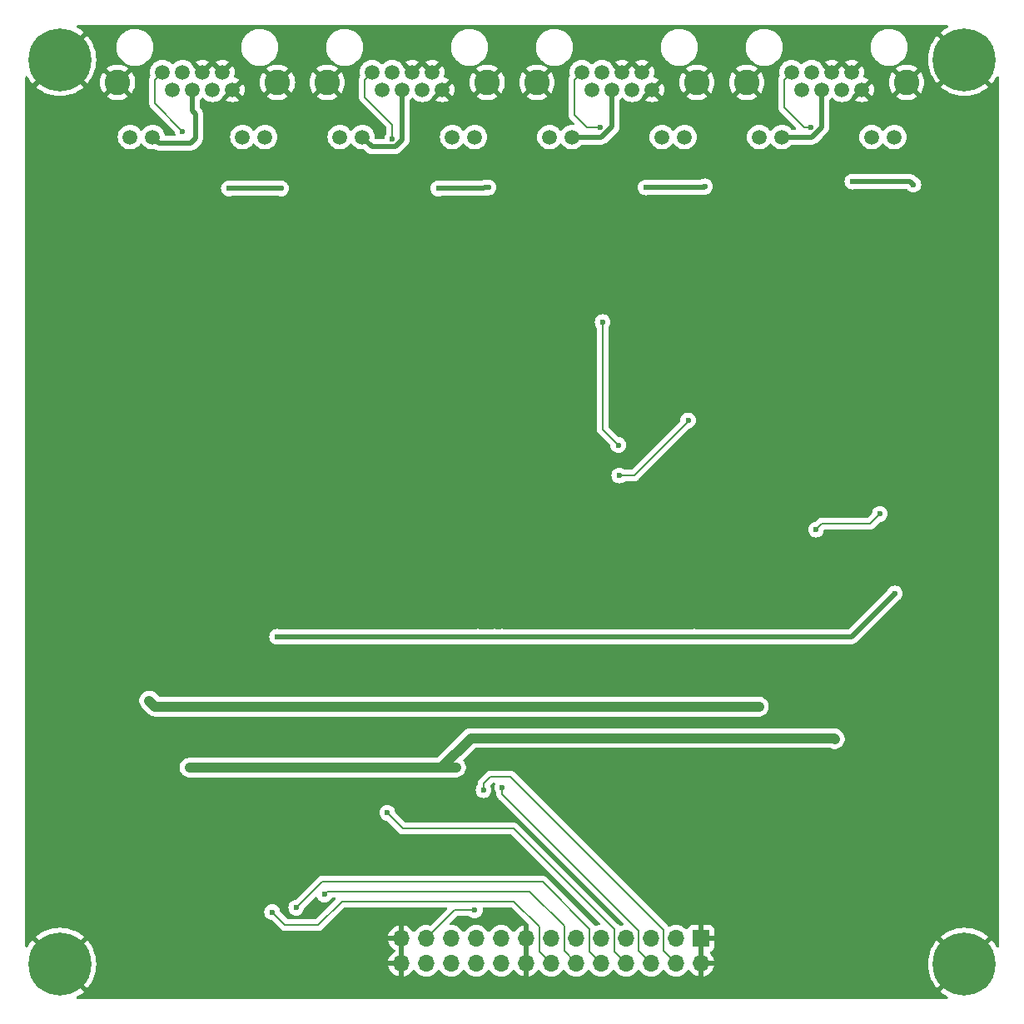
<source format=gbl>
G04 #@! TF.GenerationSoftware,KiCad,Pcbnew,8.0.5*
G04 #@! TF.CreationDate,2024-09-22T17:43:57+03:00*
G04 #@! TF.ProjectId,rioctrl-stepdir4,72696f63-7472-46c2-9d73-746570646972,rev?*
G04 #@! TF.SameCoordinates,Original*
G04 #@! TF.FileFunction,Copper,L2,Bot*
G04 #@! TF.FilePolarity,Positive*
%FSLAX46Y46*%
G04 Gerber Fmt 4.6, Leading zero omitted, Abs format (unit mm)*
G04 Created by KiCad (PCBNEW 8.0.5) date 2024-09-22 17:43:57*
%MOMM*%
%LPD*%
G01*
G04 APERTURE LIST*
G04 #@! TA.AperFunction,ComponentPad*
%ADD10R,1.700000X1.700000*%
G04 #@! TD*
G04 #@! TA.AperFunction,ComponentPad*
%ADD11O,1.700000X1.700000*%
G04 #@! TD*
G04 #@! TA.AperFunction,ComponentPad*
%ADD12C,1.500000*%
G04 #@! TD*
G04 #@! TA.AperFunction,ComponentPad*
%ADD13C,2.600000*%
G04 #@! TD*
G04 #@! TA.AperFunction,ComponentPad*
%ADD14C,0.800000*%
G04 #@! TD*
G04 #@! TA.AperFunction,ComponentPad*
%ADD15C,6.400000*%
G04 #@! TD*
G04 #@! TA.AperFunction,ViaPad*
%ADD16C,0.600000*%
G04 #@! TD*
G04 #@! TA.AperFunction,Conductor*
%ADD17C,0.500000*%
G04 #@! TD*
G04 #@! TA.AperFunction,Conductor*
%ADD18C,0.200000*%
G04 #@! TD*
G04 #@! TA.AperFunction,Conductor*
%ADD19C,1.000000*%
G04 #@! TD*
G04 APERTURE END LIST*
D10*
G04 #@! TO.P,J1,1,Pin_1*
G04 #@! TO.N,GND*
X144225000Y-148350000D03*
D11*
G04 #@! TO.P,J1,2,Pin_2*
X144225000Y-150890000D03*
G04 #@! TO.P,J1,3,Pin_3*
G04 #@! TO.N,/Slot input/S0*
X141685000Y-148350000D03*
G04 #@! TO.P,J1,4,Pin_4*
G04 #@! TO.N,/Slot input/S6*
X141685000Y-150890000D03*
G04 #@! TO.P,J1,5,Pin_5*
G04 #@! TO.N,/Slot input/S1*
X139145000Y-148350000D03*
G04 #@! TO.P,J1,6,Pin_6*
G04 #@! TO.N,/Slot input/S7*
X139145000Y-150890000D03*
G04 #@! TO.P,J1,7,Pin_7*
G04 #@! TO.N,/Slot input/S2*
X136605000Y-148350000D03*
G04 #@! TO.P,J1,8,Pin_8*
G04 #@! TO.N,/Slot input/S8*
X136605000Y-150890000D03*
G04 #@! TO.P,J1,9,Pin_9*
G04 #@! TO.N,/Slot input/S3*
X134065000Y-148350000D03*
G04 #@! TO.P,J1,10,Pin_10*
G04 #@! TO.N,/Slot input/S9*
X134065000Y-150890000D03*
G04 #@! TO.P,J1,11,Pin_11*
G04 #@! TO.N,/Slot input/S4*
X131525000Y-148350000D03*
G04 #@! TO.P,J1,12,Pin_12*
G04 #@! TO.N,/Slot input/S10*
X131525000Y-150890000D03*
G04 #@! TO.P,J1,13,Pin_13*
G04 #@! TO.N,/Slot input/S5*
X128985000Y-148350000D03*
G04 #@! TO.P,J1,14,Pin_14*
G04 #@! TO.N,/Slot input/S11*
X128985000Y-150890000D03*
G04 #@! TO.P,J1,15,Pin_15*
G04 #@! TO.N,GND*
X126445000Y-148350000D03*
G04 #@! TO.P,J1,16,Pin_16*
X126445000Y-150890000D03*
G04 #@! TO.P,J1,17,Pin_17*
G04 #@! TO.N,+3V3*
X123905000Y-148350000D03*
G04 #@! TO.P,J1,18,Pin_18*
X123905000Y-150890000D03*
G04 #@! TO.P,J1,19,Pin_19*
G04 #@! TO.N,+5V*
X121365000Y-148350000D03*
G04 #@! TO.P,J1,20,Pin_20*
X121365000Y-150890000D03*
G04 #@! TO.P,J1,21,Pin_21*
G04 #@! TO.N,+24V*
X118825000Y-148350000D03*
G04 #@! TO.P,J1,22,Pin_22*
X118825000Y-150890000D03*
G04 #@! TO.P,J1,23,Pin_23*
G04 #@! TO.N,/Slot input/SlotEN*
X116285000Y-148350000D03*
G04 #@! TO.P,J1,24,Pin_24*
X116285000Y-150890000D03*
G04 #@! TO.P,J1,25,Pin_25*
G04 #@! TO.N,GND*
X113745000Y-148350000D03*
G04 #@! TO.P,J1,26,Pin_26*
X113745000Y-150890000D03*
G04 #@! TD*
D12*
G04 #@! TO.P,J2,1*
G04 #@! TO.N,/Step dir output 4/STEP_OUT_P_P*
X153430000Y-60290000D03*
G04 #@! TO.P,J2,2*
G04 #@! TO.N,/Step dir output 4/STEP_OUT_P_N*
X154450000Y-62070000D03*
G04 #@! TO.P,J2,3*
G04 #@! TO.N,/Step dir output 4/DIR_OUT_P_P*
X155470000Y-60290000D03*
G04 #@! TO.P,J2,4*
G04 #@! TO.N,/Step dir output 4/EN_OUT*
X156490000Y-62070000D03*
G04 #@! TO.P,J2,5*
G04 #@! TO.N,GND*
X157510000Y-60290000D03*
G04 #@! TO.P,J2,6*
G04 #@! TO.N,/Step dir output 4/DIR_OUT_P_N*
X158530000Y-62070000D03*
G04 #@! TO.P,J2,7*
G04 #@! TO.N,GND*
X159550000Y-60290000D03*
G04 #@! TO.P,J2,8*
X160570000Y-62070000D03*
G04 #@! TO.P,J2,9*
G04 #@! TO.N,Net-(J2-Pad9)*
X150140000Y-66880000D03*
G04 #@! TO.P,J2,10*
G04 #@! TO.N,/Step dir output 4/EN_OUT*
X152430000Y-66880000D03*
G04 #@! TO.P,J2,11*
G04 #@! TO.N,unconnected-(J2-Pad11)*
X161570000Y-66880000D03*
G04 #@! TO.P,J2,12*
G04 #@! TO.N,unconnected-(J2-Pad12)*
X163860000Y-66880000D03*
D13*
G04 #@! TO.P,J2,SH*
G04 #@! TO.N,GND*
X165130000Y-61310000D03*
X148870000Y-61310000D03*
G04 #@! TD*
D14*
G04 #@! TO.P,H4,1,1*
G04 #@! TO.N,GND*
X76600000Y-151000000D03*
X77302944Y-149302944D03*
X77302944Y-152697056D03*
X79000000Y-148600000D03*
D15*
X79000000Y-151000000D03*
D14*
X79000000Y-153400000D03*
X80697056Y-149302944D03*
X80697056Y-152697056D03*
X81400000Y-151000000D03*
G04 #@! TD*
G04 #@! TO.P,H2,1,1*
G04 #@! TO.N,GND*
X168600000Y-59000000D03*
X169302944Y-57302944D03*
X169302944Y-60697056D03*
X171000000Y-56600000D03*
D15*
X171000000Y-59000000D03*
D14*
X171000000Y-61400000D03*
X172697056Y-57302944D03*
X172697056Y-60697056D03*
X173400000Y-59000000D03*
G04 #@! TD*
D12*
G04 #@! TO.P,J4,1*
G04 #@! TO.N,/Step dir output 2/STEP_OUT_P_P*
X110763333Y-60290000D03*
G04 #@! TO.P,J4,2*
G04 #@! TO.N,/Step dir output 2/STEP_OUT_P_N*
X111783333Y-62070000D03*
G04 #@! TO.P,J4,3*
G04 #@! TO.N,/Step dir output 2/DIR_OUT_P_P*
X112803333Y-60290000D03*
G04 #@! TO.P,J4,4*
G04 #@! TO.N,/Step dir output 2/EN_OUT*
X113823333Y-62070000D03*
G04 #@! TO.P,J4,5*
G04 #@! TO.N,GND*
X114843333Y-60290000D03*
G04 #@! TO.P,J4,6*
G04 #@! TO.N,/Step dir output 2/DIR_OUT_P_N*
X115863333Y-62070000D03*
G04 #@! TO.P,J4,7*
G04 #@! TO.N,GND*
X116883333Y-60290000D03*
G04 #@! TO.P,J4,8*
X117903333Y-62070000D03*
G04 #@! TO.P,J4,9*
G04 #@! TO.N,Net-(J4-Pad9)*
X107473333Y-66880000D03*
G04 #@! TO.P,J4,10*
G04 #@! TO.N,/Step dir output 2/EN_OUT*
X109763333Y-66880000D03*
G04 #@! TO.P,J4,11*
G04 #@! TO.N,unconnected-(J4-Pad11)*
X118903333Y-66880000D03*
G04 #@! TO.P,J4,12*
G04 #@! TO.N,unconnected-(J4-Pad12)*
X121193333Y-66880000D03*
D13*
G04 #@! TO.P,J4,SH*
G04 #@! TO.N,GND*
X122463333Y-61310000D03*
X106203333Y-61310000D03*
G04 #@! TD*
D12*
G04 #@! TO.P,J3,1*
G04 #@! TO.N,/Step dir output 3/STEP_OUT_P_P*
X132096666Y-60290000D03*
G04 #@! TO.P,J3,2*
G04 #@! TO.N,/Step dir output 3/STEP_OUT_P_N*
X133116666Y-62070000D03*
G04 #@! TO.P,J3,3*
G04 #@! TO.N,/Step dir output 3/DIR_OUT_P_P*
X134136666Y-60290000D03*
G04 #@! TO.P,J3,4*
G04 #@! TO.N,/Step dir output 3/EN_OUT*
X135156666Y-62070000D03*
G04 #@! TO.P,J3,5*
G04 #@! TO.N,GND*
X136176666Y-60290000D03*
G04 #@! TO.P,J3,6*
G04 #@! TO.N,/Step dir output 3/DIR_OUT_P_N*
X137196666Y-62070000D03*
G04 #@! TO.P,J3,7*
G04 #@! TO.N,GND*
X138216666Y-60290000D03*
G04 #@! TO.P,J3,8*
X139236666Y-62070000D03*
G04 #@! TO.P,J3,9*
G04 #@! TO.N,Net-(J3-Pad9)*
X128806666Y-66880000D03*
G04 #@! TO.P,J3,10*
G04 #@! TO.N,/Step dir output 3/EN_OUT*
X131096666Y-66880000D03*
G04 #@! TO.P,J3,11*
G04 #@! TO.N,unconnected-(J3-Pad11)*
X140236666Y-66880000D03*
G04 #@! TO.P,J3,12*
G04 #@! TO.N,unconnected-(J3-Pad12)*
X142526666Y-66880000D03*
D13*
G04 #@! TO.P,J3,SH*
G04 #@! TO.N,GND*
X143796666Y-61310000D03*
X127536666Y-61310000D03*
G04 #@! TD*
D14*
G04 #@! TO.P,H1,1,1*
G04 #@! TO.N,GND*
X76600000Y-59000000D03*
X77302944Y-57302944D03*
X77302944Y-60697056D03*
X79000000Y-56600000D03*
D15*
X79000000Y-59000000D03*
D14*
X79000000Y-61400000D03*
X80697056Y-57302944D03*
X80697056Y-60697056D03*
X81400000Y-59000000D03*
G04 #@! TD*
G04 #@! TO.P,H3,1,1*
G04 #@! TO.N,GND*
X168600000Y-151000000D03*
X169302944Y-149302944D03*
X169302944Y-152697056D03*
X171000000Y-148600000D03*
D15*
X171000000Y-151000000D03*
D14*
X171000000Y-153400000D03*
X172697056Y-149302944D03*
X172697056Y-152697056D03*
X173400000Y-151000000D03*
G04 #@! TD*
D12*
G04 #@! TO.P,J5,1*
G04 #@! TO.N,/Step dir output 1/STEP_OUT_P_P*
X89430000Y-60290000D03*
G04 #@! TO.P,J5,2*
G04 #@! TO.N,/Step dir output 1/STEP_OUT_P_N*
X90450000Y-62070000D03*
G04 #@! TO.P,J5,3*
G04 #@! TO.N,/Step dir output 1/DIR_OUT_P_P*
X91470000Y-60290000D03*
G04 #@! TO.P,J5,4*
G04 #@! TO.N,/Step dir output 1/EN_OUT*
X92490000Y-62070000D03*
G04 #@! TO.P,J5,5*
G04 #@! TO.N,GND*
X93510000Y-60290000D03*
G04 #@! TO.P,J5,6*
G04 #@! TO.N,/Step dir output 1/DIR_OUT_P_N*
X94530000Y-62070000D03*
G04 #@! TO.P,J5,7*
G04 #@! TO.N,GND*
X95550000Y-60290000D03*
G04 #@! TO.P,J5,8*
X96570000Y-62070000D03*
G04 #@! TO.P,J5,9*
G04 #@! TO.N,Net-(J5-Pad9)*
X86140000Y-66880000D03*
G04 #@! TO.P,J5,10*
G04 #@! TO.N,/Step dir output 1/EN_OUT*
X88430000Y-66880000D03*
G04 #@! TO.P,J5,11*
G04 #@! TO.N,unconnected-(J5-Pad11)*
X97570000Y-66880000D03*
G04 #@! TO.P,J5,12*
G04 #@! TO.N,unconnected-(J5-Pad12)*
X99860000Y-66880000D03*
D13*
G04 #@! TO.P,J5,SH*
G04 #@! TO.N,GND*
X101130000Y-61310000D03*
X84870000Y-61310000D03*
G04 #@! TD*
D16*
G04 #@! TO.N,GND*
X105700000Y-109700000D03*
X91100000Y-112400000D03*
X111500000Y-95500000D03*
X123500000Y-135700000D03*
X82600000Y-110500000D03*
X143500000Y-74200000D03*
X112900000Y-72000000D03*
X147900000Y-131300000D03*
X153900000Y-130900000D03*
X104400000Y-71700000D03*
X130000000Y-119500000D03*
X115600000Y-134100000D03*
X89200000Y-85600000D03*
X108200000Y-138600000D03*
X157500000Y-81000000D03*
X149900000Y-73500000D03*
X102000000Y-83000000D03*
X156400000Y-123800000D03*
X122400000Y-112300000D03*
X154700000Y-71600000D03*
X158700000Y-87800000D03*
X113300000Y-127800000D03*
X91100000Y-119600000D03*
X146800000Y-121200000D03*
X93100000Y-81100000D03*
X135500000Y-77000000D03*
X93300000Y-68700000D03*
X142100000Y-102300000D03*
X105200000Y-121600000D03*
X154900000Y-74100000D03*
X156400000Y-112300000D03*
X140500000Y-88600000D03*
X143000000Y-77500000D03*
X142100000Y-113300000D03*
X164500000Y-85500000D03*
X80200000Y-65800000D03*
X134200000Y-139000000D03*
X163600000Y-74000000D03*
X114900000Y-67700000D03*
X95100000Y-88700000D03*
X115400000Y-141100000D03*
X103800000Y-65300000D03*
X90400000Y-74200000D03*
X163000000Y-78000000D03*
X87200000Y-142000000D03*
X97200000Y-136500000D03*
X146500000Y-70400000D03*
X99400000Y-114800000D03*
X111500000Y-77500000D03*
X159500000Y-99800000D03*
X142400000Y-135400000D03*
X113400000Y-121100000D03*
X146300000Y-57800000D03*
X122300000Y-73900000D03*
X89750000Y-95500000D03*
X107500000Y-151100000D03*
X94900000Y-121400000D03*
X92400000Y-149900000D03*
X98900000Y-103200000D03*
X157200000Y-130300000D03*
X132700000Y-74000000D03*
X133500000Y-72000000D03*
X107800000Y-73600000D03*
X93500000Y-134300000D03*
X91200000Y-72000000D03*
X115600000Y-136100000D03*
X168700000Y-64900000D03*
X157200000Y-67200000D03*
X149400000Y-150700000D03*
X110000000Y-85500000D03*
X128900000Y-94600000D03*
X93000000Y-77500000D03*
X99300000Y-85500000D03*
X118900000Y-120700000D03*
X97200000Y-121300000D03*
X147000000Y-78000000D03*
X154300000Y-95500000D03*
X124800000Y-58400000D03*
X169800000Y-112400000D03*
X124900000Y-69300000D03*
X153800000Y-85200000D03*
X171000000Y-68400000D03*
X90500000Y-105300000D03*
X127700000Y-73400000D03*
X124000000Y-141700000D03*
X117000000Y-77500000D03*
X136000000Y-81500000D03*
X136100000Y-138800000D03*
X107400000Y-127800000D03*
X141500000Y-84900000D03*
X115500000Y-81000000D03*
X134100000Y-121100000D03*
X103500000Y-58300000D03*
X128300000Y-112400000D03*
X131000000Y-85300000D03*
X146500000Y-85600000D03*
X122400000Y-120300000D03*
X86700000Y-128600000D03*
X90700000Y-127900000D03*
X123000000Y-78500000D03*
X154400000Y-99600000D03*
X87000000Y-99200000D03*
X87300000Y-110100000D03*
X131600000Y-131300000D03*
X159400000Y-124800000D03*
X158100000Y-139400000D03*
X97400000Y-109700000D03*
X136100000Y-109700000D03*
X147500000Y-108900000D03*
X136100000Y-67300000D03*
X154000000Y-78000000D03*
X85000000Y-73400000D03*
X101000000Y-73900000D03*
X117200000Y-88800000D03*
X105200000Y-135200000D03*
X91000000Y-122300000D03*
X81800000Y-77200000D03*
X142000000Y-121500000D03*
X111500000Y-73900000D03*
X100500000Y-78000000D03*
X161800000Y-84800000D03*
X119000000Y-113900000D03*
X120900000Y-85500000D03*
X153900000Y-124100000D03*
X135500000Y-95500000D03*
G04 #@! TO.N,+5V*
X124000000Y-117700000D03*
X165800000Y-71700000D03*
X117500000Y-72100000D03*
X138600000Y-72000000D03*
X143500000Y-117700000D03*
X121500000Y-117700000D03*
X101500000Y-72100000D03*
X163900000Y-113300000D03*
X123200000Y-117700000D03*
X144600000Y-71900000D03*
X122600000Y-72000000D03*
X101100000Y-117700000D03*
X159600000Y-71400000D03*
X96200000Y-72100000D03*
G04 #@! TO.N,/Slot input/S6*
X122100000Y-133300000D03*
G04 #@! TO.N,/Slot input/S11*
X100600000Y-145700000D03*
G04 #@! TO.N,/Slot input/SlotEN*
X121200000Y-145500000D03*
G04 #@! TO.N,/Slot input/S10*
X105900000Y-143900000D03*
G04 #@! TO.N,/Slot input/S7*
X124000000Y-133000000D03*
G04 #@! TO.N,/Slot input/S3*
X135800000Y-98200000D03*
X134200000Y-85700000D03*
G04 #@! TO.N,/Slot input/S4*
X135900000Y-101300000D03*
X142900000Y-95700000D03*
G04 #@! TO.N,/Slot input/S9*
X103050000Y-145250000D03*
G04 #@! TO.N,/Slot input/S8*
X112300000Y-135600000D03*
G04 #@! TO.N,/Slot input/S1*
X162400000Y-105200000D03*
X155900000Y-106800000D03*
G04 #@! TO.N,/Step dir output 4/STEP_OUT_P_P*
X155400000Y-65900000D03*
G04 #@! TO.N,+24V_EN*
X116400000Y-131000000D03*
X139075000Y-128000000D03*
X119300000Y-131000000D03*
X115200000Y-131000000D03*
X157825000Y-128100000D03*
X92200000Y-131000000D03*
X117800000Y-131000000D03*
G04 #@! TO.N,+5V_EN*
X88100000Y-124200000D03*
X125300000Y-124800000D03*
X124200000Y-124800000D03*
X149700000Y-124800000D03*
X128900000Y-124800000D03*
X106800000Y-124800000D03*
X126600000Y-124800000D03*
G04 #@! TO.N,/Step dir output 1/STEP_OUT_P_P*
X91500000Y-66300000D03*
G04 #@! TO.N,/Step dir output 2/STEP_OUT_P_P*
X112800000Y-67100000D03*
G04 #@! TO.N,/Step dir output 3/STEP_OUT_P_P*
X134000000Y-65900000D03*
G04 #@! TD*
D17*
G04 #@! TO.N,/Step dir output 4/EN_OUT*
X156490000Y-65870661D02*
X155480661Y-66880000D01*
X156490000Y-62070000D02*
X156490000Y-65870661D01*
X155480661Y-66880000D02*
X152430000Y-66880000D01*
G04 #@! TO.N,+5V*
X138600000Y-72000000D02*
X144500000Y-72000000D01*
X123200000Y-117700000D02*
X124000000Y-117700000D01*
X101500000Y-72100000D02*
X96200000Y-72100000D01*
X144500000Y-72000000D02*
X144600000Y-71900000D01*
X122100000Y-72100000D02*
X117500000Y-72100000D01*
X122200000Y-72000000D02*
X122100000Y-72100000D01*
X122600000Y-72000000D02*
X122200000Y-72000000D01*
X165500000Y-71400000D02*
X165800000Y-71700000D01*
X163900000Y-113300000D02*
X159500000Y-117700000D01*
X123200000Y-117700000D02*
X121500000Y-117700000D01*
X159600000Y-71400000D02*
X165500000Y-71400000D01*
X159500000Y-117700000D02*
X143500000Y-117700000D01*
X121500000Y-117700000D02*
X101100000Y-117700000D01*
X124000000Y-117700000D02*
X143500000Y-117700000D01*
D18*
G04 #@! TO.N,/Slot input/S6*
X122100000Y-133300000D02*
X122100000Y-132600000D01*
X124800000Y-131900000D02*
X140400000Y-147500000D01*
X122100000Y-132600000D02*
X122800000Y-131900000D01*
X140400000Y-147500000D02*
X140400000Y-149605000D01*
X122800000Y-131900000D02*
X124800000Y-131900000D01*
X140400000Y-149605000D02*
X141685000Y-150890000D01*
G04 #@! TO.N,/Slot input/S11*
X127800000Y-147200000D02*
X127800000Y-149705000D01*
X100600000Y-145700000D02*
X101900000Y-147000000D01*
X101900000Y-147000000D02*
X105300000Y-147000000D01*
X125200000Y-144600000D02*
X127800000Y-147200000D01*
X127800000Y-149705000D02*
X128985000Y-150890000D01*
X107700000Y-144600000D02*
X125200000Y-144600000D01*
X105300000Y-147000000D02*
X107700000Y-144600000D01*
G04 #@! TO.N,/Slot input/SlotEN*
X121200000Y-145500000D02*
X119135000Y-145500000D01*
X119135000Y-145500000D02*
X116285000Y-148350000D01*
G04 #@! TO.N,/Slot input/S10*
X126800000Y-143600000D02*
X130300000Y-147100000D01*
X130300000Y-147100000D02*
X130300000Y-149665000D01*
X105900000Y-143900000D02*
X106200000Y-143600000D01*
X130300000Y-149665000D02*
X131525000Y-150890000D01*
X106200000Y-143600000D02*
X126800000Y-143600000D01*
G04 #@! TO.N,/Slot input/S7*
X124000000Y-133000000D02*
X124000000Y-133700000D01*
X137900000Y-147600000D02*
X137900000Y-149645000D01*
X137900000Y-149645000D02*
X139145000Y-150890000D01*
X124000000Y-133700000D02*
X137900000Y-147600000D01*
G04 #@! TO.N,/Slot input/S3*
X135800000Y-98200000D02*
X134200000Y-96600000D01*
X134200000Y-96600000D02*
X134200000Y-85700000D01*
G04 #@! TO.N,/Slot input/S4*
X137400000Y-101300000D02*
X143000000Y-95700000D01*
X135900000Y-101300000D02*
X137400000Y-101300000D01*
X143000000Y-95700000D02*
X142900000Y-95700000D01*
G04 #@! TO.N,/Slot input/S9*
X132900000Y-149725000D02*
X134065000Y-150890000D01*
X128100000Y-142600000D02*
X132900000Y-147400000D01*
X132900000Y-147400000D02*
X132900000Y-149725000D01*
X103050000Y-145250000D02*
X105700000Y-142600000D01*
X105700000Y-142600000D02*
X128100000Y-142600000D01*
G04 #@! TO.N,/Slot input/S8*
X136605000Y-150890000D02*
X135400000Y-149685000D01*
X125200000Y-137200000D02*
X113900000Y-137200000D01*
X135400000Y-147400000D02*
X125200000Y-137200000D01*
X113900000Y-137200000D02*
X112300000Y-135600000D01*
X135400000Y-149685000D02*
X135400000Y-147400000D01*
G04 #@! TO.N,/Slot input/S1*
X156500000Y-106200000D02*
X155900000Y-106800000D01*
X161400000Y-106200000D02*
X156500000Y-106200000D01*
X162400000Y-105200000D02*
X161400000Y-106200000D01*
G04 #@! TO.N,/Step dir output 4/STEP_OUT_P_P*
X152680000Y-63880000D02*
X152680000Y-61040000D01*
X152680000Y-61040000D02*
X153430000Y-60290000D01*
X154700000Y-65900000D02*
X152680000Y-63880000D01*
X155400000Y-65900000D02*
X154700000Y-65900000D01*
D19*
G04 #@! TO.N,+24V_EN*
X157725000Y-128000000D02*
X139075000Y-128000000D01*
X117800000Y-131000000D02*
X116400000Y-131000000D01*
X120800000Y-128000000D02*
X117800000Y-131000000D01*
X115200000Y-131000000D02*
X92200000Y-131000000D01*
X116400000Y-131000000D02*
X115200000Y-131000000D01*
X119300000Y-131000000D02*
X117800000Y-131000000D01*
X157825000Y-128100000D02*
X157725000Y-128000000D01*
X139075000Y-128000000D02*
X120800000Y-128000000D01*
D17*
G04 #@! TO.N,+5V_EN*
X150100000Y-124800000D02*
X149700000Y-124800000D01*
D19*
X88700000Y-124800000D02*
X88100000Y-124200000D01*
X126600000Y-124800000D02*
X124200000Y-124800000D01*
X126600000Y-124800000D02*
X150100000Y-124800000D01*
X124200000Y-124800000D02*
X88700000Y-124800000D01*
D17*
G04 #@! TO.N,/Step dir output 1/EN_OUT*
X92490000Y-64190000D02*
X92490000Y-62070000D01*
X92300000Y-67500000D02*
X92800000Y-67000000D01*
X92800000Y-64500000D02*
X92490000Y-64190000D01*
X92800000Y-67000000D02*
X92800000Y-64500000D01*
X89050000Y-67500000D02*
X92300000Y-67500000D01*
X88430000Y-66880000D02*
X89050000Y-67500000D01*
G04 #@! TO.N,/Step dir output 2/EN_OUT*
X110733333Y-67850000D02*
X109763333Y-66880000D01*
X113823333Y-62070000D02*
X113823333Y-67137328D01*
X113823333Y-67137328D02*
X113110661Y-67850000D01*
X113110661Y-67850000D02*
X110733333Y-67850000D01*
G04 #@! TO.N,/Step dir output 3/EN_OUT*
X135156666Y-65803995D02*
X135156666Y-62070000D01*
X131096666Y-66880000D02*
X134080661Y-66880000D01*
X134080661Y-66880000D02*
X135156666Y-65803995D01*
D18*
G04 #@! TO.N,/Step dir output 1/STEP_OUT_P_P*
X88680000Y-61040000D02*
X89430000Y-60290000D01*
X88680000Y-63480000D02*
X88680000Y-61040000D01*
X91500000Y-66300000D02*
X88680000Y-63480000D01*
G04 #@! TO.N,/Step dir output 2/STEP_OUT_P_P*
X112800000Y-65600000D02*
X110013333Y-62813333D01*
X110013333Y-62813333D02*
X110013333Y-61040000D01*
X112800000Y-67100000D02*
X112800000Y-65600000D01*
X110013333Y-61040000D02*
X110763333Y-60290000D01*
G04 #@! TO.N,/Step dir output 3/STEP_OUT_P_P*
X132600000Y-65900000D02*
X131346666Y-64646666D01*
X131346666Y-64646666D02*
X131346666Y-61040000D01*
X134000000Y-65900000D02*
X132600000Y-65900000D01*
X131346666Y-61040000D02*
X132096666Y-60290000D01*
G04 #@! TD*
G04 #@! TA.AperFunction,Conductor*
G04 #@! TO.N,GND*
G36*
X113995000Y-150456988D02*
G01*
X113937993Y-150424075D01*
X113810826Y-150390000D01*
X113679174Y-150390000D01*
X113552007Y-150424075D01*
X113495000Y-150456988D01*
X113495000Y-148783012D01*
X113552007Y-148815925D01*
X113679174Y-148850000D01*
X113810826Y-148850000D01*
X113937993Y-148815925D01*
X113995000Y-148783012D01*
X113995000Y-150456988D01*
G37*
G04 #@! TD.AperFunction*
G04 #@! TA.AperFunction,Conductor*
G36*
X126695000Y-150456988D02*
G01*
X126637993Y-150424075D01*
X126510826Y-150390000D01*
X126379174Y-150390000D01*
X126252007Y-150424075D01*
X126195000Y-150456988D01*
X126195000Y-148783012D01*
X126252007Y-148815925D01*
X126379174Y-148850000D01*
X126510826Y-148850000D01*
X126637993Y-148815925D01*
X126695000Y-148783012D01*
X126695000Y-150456988D01*
G37*
G04 #@! TD.AperFunction*
G04 #@! TA.AperFunction,Conductor*
G36*
X144475000Y-150456988D02*
G01*
X144417993Y-150424075D01*
X144290826Y-150390000D01*
X144159174Y-150390000D01*
X144032007Y-150424075D01*
X143975000Y-150456988D01*
X143975000Y-148783012D01*
X144032007Y-148815925D01*
X144159174Y-148850000D01*
X144290826Y-148850000D01*
X144417993Y-148815925D01*
X144475000Y-148783012D01*
X144475000Y-150456988D01*
G37*
G04 #@! TD.AperFunction*
G04 #@! TA.AperFunction,Conductor*
G36*
X124966942Y-145220185D02*
G01*
X124987584Y-145236819D01*
X126658681Y-146907916D01*
X126692166Y-146969239D01*
X126695000Y-146995597D01*
X126695000Y-147916988D01*
X126637993Y-147884075D01*
X126510826Y-147850000D01*
X126379174Y-147850000D01*
X126252007Y-147884075D01*
X126195000Y-147916988D01*
X126195000Y-147019364D01*
X126194999Y-147019364D01*
X125981513Y-147076567D01*
X125981507Y-147076570D01*
X125767422Y-147176399D01*
X125767420Y-147176400D01*
X125573926Y-147311886D01*
X125573920Y-147311891D01*
X125406891Y-147478920D01*
X125406890Y-147478922D01*
X125276880Y-147664595D01*
X125222303Y-147708219D01*
X125152804Y-147715412D01*
X125090450Y-147683890D01*
X125073730Y-147664594D01*
X124943494Y-147478597D01*
X124776402Y-147311506D01*
X124776395Y-147311501D01*
X124582834Y-147175967D01*
X124582830Y-147175965D01*
X124550435Y-147160859D01*
X124368663Y-147076097D01*
X124368659Y-147076096D01*
X124368655Y-147076094D01*
X124140413Y-147014938D01*
X124140403Y-147014936D01*
X123905001Y-146994341D01*
X123904999Y-146994341D01*
X123669596Y-147014936D01*
X123669586Y-147014938D01*
X123441344Y-147076094D01*
X123441335Y-147076098D01*
X123227171Y-147175964D01*
X123227169Y-147175965D01*
X123033597Y-147311505D01*
X122866505Y-147478597D01*
X122736575Y-147664158D01*
X122681998Y-147707783D01*
X122612500Y-147714977D01*
X122550145Y-147683454D01*
X122533425Y-147664158D01*
X122403494Y-147478597D01*
X122236402Y-147311506D01*
X122236395Y-147311501D01*
X122042834Y-147175967D01*
X122042830Y-147175965D01*
X122010435Y-147160859D01*
X121828663Y-147076097D01*
X121828659Y-147076096D01*
X121828655Y-147076094D01*
X121600413Y-147014938D01*
X121600403Y-147014936D01*
X121365001Y-146994341D01*
X121364999Y-146994341D01*
X121129596Y-147014936D01*
X121129586Y-147014938D01*
X120901344Y-147076094D01*
X120901335Y-147076098D01*
X120687171Y-147175964D01*
X120687169Y-147175965D01*
X120493597Y-147311505D01*
X120326505Y-147478597D01*
X120196575Y-147664158D01*
X120141998Y-147707783D01*
X120072500Y-147714977D01*
X120010145Y-147683454D01*
X119993425Y-147664158D01*
X119863494Y-147478597D01*
X119696402Y-147311506D01*
X119696395Y-147311501D01*
X119502834Y-147175967D01*
X119502830Y-147175965D01*
X119470435Y-147160859D01*
X119288663Y-147076097D01*
X119288659Y-147076096D01*
X119288655Y-147076094D01*
X119060413Y-147014938D01*
X119060403Y-147014936D01*
X118825001Y-146994341D01*
X118824998Y-146994341D01*
X118797154Y-146996777D01*
X118728654Y-146983010D01*
X118678471Y-146934395D01*
X118662538Y-146866366D01*
X118685913Y-146800523D01*
X118698662Y-146785571D01*
X119347417Y-146136819D01*
X119408740Y-146103334D01*
X119435098Y-146100500D01*
X120617588Y-146100500D01*
X120684627Y-146120185D01*
X120694903Y-146127555D01*
X120697736Y-146129814D01*
X120697738Y-146129816D01*
X120850478Y-146225789D01*
X121020745Y-146285368D01*
X121020750Y-146285369D01*
X121199996Y-146305565D01*
X121200000Y-146305565D01*
X121200004Y-146305565D01*
X121379249Y-146285369D01*
X121379252Y-146285368D01*
X121379255Y-146285368D01*
X121549522Y-146225789D01*
X121702262Y-146129816D01*
X121829816Y-146002262D01*
X121925789Y-145849522D01*
X121985368Y-145679255D01*
X121988576Y-145650784D01*
X122005565Y-145500003D01*
X122005565Y-145499996D01*
X121987356Y-145338383D01*
X121999411Y-145269561D01*
X122046760Y-145218182D01*
X122110576Y-145200500D01*
X124899903Y-145200500D01*
X124966942Y-145220185D01*
G37*
G04 #@! TD.AperFunction*
G04 #@! TA.AperFunction,Conductor*
G36*
X169268745Y-55520185D02*
G01*
X169314500Y-55572989D01*
X169324444Y-55642147D01*
X169295419Y-55705703D01*
X169258001Y-55734985D01*
X169147456Y-55791310D01*
X168822206Y-56002531D01*
X168564648Y-56211095D01*
X168564648Y-56211096D01*
X170059301Y-57705748D01*
X169957670Y-57779588D01*
X169779588Y-57957670D01*
X169705748Y-58059300D01*
X168211096Y-56564648D01*
X168211095Y-56564648D01*
X168002531Y-56822206D01*
X167791310Y-57147456D01*
X167615244Y-57493005D01*
X167476262Y-57855063D01*
X167375887Y-58229669D01*
X167375886Y-58229676D01*
X167315219Y-58612712D01*
X167294922Y-58999999D01*
X167294922Y-59000000D01*
X167315219Y-59387287D01*
X167375886Y-59770323D01*
X167375887Y-59770330D01*
X167476262Y-60144936D01*
X167615244Y-60506994D01*
X167791310Y-60852543D01*
X168002531Y-61177793D01*
X168211095Y-61435350D01*
X168211096Y-61435350D01*
X169705748Y-59940698D01*
X169779588Y-60042330D01*
X169957670Y-60220412D01*
X170059300Y-60294251D01*
X168564648Y-61788903D01*
X168564649Y-61788904D01*
X168822206Y-61997468D01*
X169147456Y-62208689D01*
X169493005Y-62384755D01*
X169855063Y-62523737D01*
X170229669Y-62624112D01*
X170229676Y-62624113D01*
X170612712Y-62684780D01*
X170999999Y-62705078D01*
X171000001Y-62705078D01*
X171387287Y-62684780D01*
X171770323Y-62624113D01*
X171770330Y-62624112D01*
X172144936Y-62523737D01*
X172506994Y-62384755D01*
X172852543Y-62208689D01*
X173177783Y-61997476D01*
X173177785Y-61997475D01*
X173435349Y-61788902D01*
X171940698Y-60294251D01*
X172042330Y-60220412D01*
X172220412Y-60042330D01*
X172294251Y-59940698D01*
X173788902Y-61435349D01*
X173997475Y-61177785D01*
X173997476Y-61177783D01*
X174208691Y-60852541D01*
X174208692Y-60852538D01*
X174265015Y-60741999D01*
X174312989Y-60691202D01*
X174380810Y-60674407D01*
X174446945Y-60696944D01*
X174490397Y-60751659D01*
X174499500Y-60798293D01*
X174499500Y-149201706D01*
X174479815Y-149268745D01*
X174427011Y-149314500D01*
X174357853Y-149324444D01*
X174294297Y-149295419D01*
X174265015Y-149258001D01*
X174208689Y-149147456D01*
X173997468Y-148822206D01*
X173788904Y-148564649D01*
X173788903Y-148564648D01*
X172294251Y-150059300D01*
X172220412Y-149957670D01*
X172042330Y-149779588D01*
X171940698Y-149705748D01*
X173435350Y-148211096D01*
X173435350Y-148211095D01*
X173177793Y-148002531D01*
X172852543Y-147791310D01*
X172506994Y-147615244D01*
X172144936Y-147476262D01*
X171770330Y-147375887D01*
X171770323Y-147375886D01*
X171387287Y-147315219D01*
X171000001Y-147294922D01*
X170999999Y-147294922D01*
X170612712Y-147315219D01*
X170229676Y-147375886D01*
X170229669Y-147375887D01*
X169855063Y-147476262D01*
X169493005Y-147615244D01*
X169147456Y-147791310D01*
X168822206Y-148002531D01*
X168564648Y-148211095D01*
X168564648Y-148211096D01*
X170059301Y-149705748D01*
X169957670Y-149779588D01*
X169779588Y-149957670D01*
X169705748Y-150059300D01*
X168211096Y-148564648D01*
X168211095Y-148564648D01*
X168002531Y-148822206D01*
X167791310Y-149147456D01*
X167615244Y-149493005D01*
X167476262Y-149855063D01*
X167375887Y-150229669D01*
X167375886Y-150229676D01*
X167315219Y-150612712D01*
X167294922Y-150999999D01*
X167294922Y-151000000D01*
X167315219Y-151387287D01*
X167375886Y-151770323D01*
X167375887Y-151770330D01*
X167476262Y-152144936D01*
X167615244Y-152506994D01*
X167791310Y-152852543D01*
X168002531Y-153177793D01*
X168211095Y-153435350D01*
X168211096Y-153435350D01*
X169705748Y-151940698D01*
X169779588Y-152042330D01*
X169957670Y-152220412D01*
X170059300Y-152294251D01*
X168564648Y-153788903D01*
X168564649Y-153788904D01*
X168822206Y-153997468D01*
X169147456Y-154208689D01*
X169258001Y-154265015D01*
X169308797Y-154312990D01*
X169325592Y-154380811D01*
X169303055Y-154446945D01*
X169248340Y-154490397D01*
X169201706Y-154499500D01*
X80798294Y-154499500D01*
X80731255Y-154479815D01*
X80685500Y-154427011D01*
X80675556Y-154357853D01*
X80704581Y-154294297D01*
X80741999Y-154265015D01*
X80852543Y-154208689D01*
X81177783Y-153997476D01*
X81177785Y-153997475D01*
X81435349Y-153788902D01*
X79940698Y-152294251D01*
X80042330Y-152220412D01*
X80220412Y-152042330D01*
X80294251Y-151940698D01*
X81788902Y-153435349D01*
X81997475Y-153177785D01*
X81997476Y-153177783D01*
X82208689Y-152852543D01*
X82384755Y-152506994D01*
X82523737Y-152144936D01*
X82624112Y-151770330D01*
X82624113Y-151770323D01*
X82684780Y-151387287D01*
X82705078Y-151000000D01*
X82705078Y-150999999D01*
X82684780Y-150612712D01*
X82624113Y-150229676D01*
X82624112Y-150229669D01*
X82523737Y-149855063D01*
X82384755Y-149493005D01*
X82208689Y-149147456D01*
X81997468Y-148822206D01*
X81788904Y-148564649D01*
X81788903Y-148564648D01*
X80294251Y-150059300D01*
X80220412Y-149957670D01*
X80042330Y-149779588D01*
X79940698Y-149705748D01*
X81435350Y-148211096D01*
X81435350Y-148211095D01*
X81177793Y-148002531D01*
X80852543Y-147791310D01*
X80506994Y-147615244D01*
X80144936Y-147476262D01*
X79770330Y-147375887D01*
X79770323Y-147375886D01*
X79387287Y-147315219D01*
X79000001Y-147294922D01*
X78999999Y-147294922D01*
X78612712Y-147315219D01*
X78229676Y-147375886D01*
X78229669Y-147375887D01*
X77855063Y-147476262D01*
X77493005Y-147615244D01*
X77147456Y-147791310D01*
X76822206Y-148002531D01*
X76564648Y-148211095D01*
X76564648Y-148211096D01*
X78059301Y-149705748D01*
X77957670Y-149779588D01*
X77779588Y-149957670D01*
X77705748Y-150059301D01*
X76211096Y-148564648D01*
X76211095Y-148564648D01*
X76002531Y-148822206D01*
X75791310Y-149147456D01*
X75734985Y-149258001D01*
X75687010Y-149308797D01*
X75619189Y-149325592D01*
X75553055Y-149303055D01*
X75509603Y-149248340D01*
X75500500Y-149201706D01*
X75500500Y-145699996D01*
X99794435Y-145699996D01*
X99794435Y-145700003D01*
X99814630Y-145879249D01*
X99814631Y-145879254D01*
X99874211Y-146049523D01*
X99923242Y-146127555D01*
X99970184Y-146202262D01*
X100097738Y-146329816D01*
X100250478Y-146425789D01*
X100420745Y-146485368D01*
X100507669Y-146495161D01*
X100572080Y-146522226D01*
X100581464Y-146530699D01*
X101531284Y-147480520D01*
X101531286Y-147480521D01*
X101531290Y-147480524D01*
X101668209Y-147559573D01*
X101668216Y-147559577D01*
X101820943Y-147600501D01*
X101820945Y-147600501D01*
X101986654Y-147600501D01*
X101986670Y-147600500D01*
X105213331Y-147600500D01*
X105213347Y-147600501D01*
X105220943Y-147600501D01*
X105379054Y-147600501D01*
X105379057Y-147600501D01*
X105531785Y-147559577D01*
X105581904Y-147530639D01*
X105668716Y-147480520D01*
X105780520Y-147368716D01*
X105780520Y-147368714D01*
X105790728Y-147358507D01*
X105790729Y-147358504D01*
X107912417Y-145236819D01*
X107973740Y-145203334D01*
X108000098Y-145200500D01*
X118285902Y-145200500D01*
X118352941Y-145220185D01*
X118398696Y-145272989D01*
X118408640Y-145342147D01*
X118379615Y-145405703D01*
X118373583Y-145412181D01*
X116768530Y-147017233D01*
X116707207Y-147050718D01*
X116648756Y-147049327D01*
X116520413Y-147014938D01*
X116520403Y-147014936D01*
X116285001Y-146994341D01*
X116284999Y-146994341D01*
X116049596Y-147014936D01*
X116049586Y-147014938D01*
X115821344Y-147076094D01*
X115821335Y-147076098D01*
X115607171Y-147175964D01*
X115607169Y-147175965D01*
X115413597Y-147311505D01*
X115246508Y-147478594D01*
X115116269Y-147664595D01*
X115061692Y-147708219D01*
X114992193Y-147715412D01*
X114929839Y-147683890D01*
X114913119Y-147664594D01*
X114783113Y-147478926D01*
X114783108Y-147478920D01*
X114616082Y-147311894D01*
X114422578Y-147176399D01*
X114208492Y-147076570D01*
X114208486Y-147076567D01*
X113995000Y-147019364D01*
X113995000Y-147916988D01*
X113937993Y-147884075D01*
X113810826Y-147850000D01*
X113679174Y-147850000D01*
X113552007Y-147884075D01*
X113495000Y-147916988D01*
X113495000Y-147019364D01*
X113494999Y-147019364D01*
X113281513Y-147076567D01*
X113281507Y-147076570D01*
X113067422Y-147176399D01*
X113067420Y-147176400D01*
X112873926Y-147311886D01*
X112873920Y-147311891D01*
X112706891Y-147478920D01*
X112706886Y-147478926D01*
X112571400Y-147672420D01*
X112571399Y-147672422D01*
X112471570Y-147886507D01*
X112471567Y-147886513D01*
X112414364Y-148099999D01*
X112414364Y-148100000D01*
X113311988Y-148100000D01*
X113279075Y-148157007D01*
X113245000Y-148284174D01*
X113245000Y-148415826D01*
X113279075Y-148542993D01*
X113311988Y-148600000D01*
X112414364Y-148600000D01*
X112471567Y-148813486D01*
X112471570Y-148813492D01*
X112571399Y-149027578D01*
X112706894Y-149221082D01*
X112873917Y-149388105D01*
X113060031Y-149518425D01*
X113103656Y-149573003D01*
X113110848Y-149642501D01*
X113079326Y-149704856D01*
X113060031Y-149721575D01*
X112873922Y-149851890D01*
X112873920Y-149851891D01*
X112706891Y-150018920D01*
X112706886Y-150018926D01*
X112571400Y-150212420D01*
X112571399Y-150212422D01*
X112471570Y-150426507D01*
X112471567Y-150426513D01*
X112414364Y-150639999D01*
X112414364Y-150640000D01*
X113311988Y-150640000D01*
X113279075Y-150697007D01*
X113245000Y-150824174D01*
X113245000Y-150955826D01*
X113279075Y-151082993D01*
X113311988Y-151140000D01*
X112414364Y-151140000D01*
X112471567Y-151353486D01*
X112471570Y-151353492D01*
X112571399Y-151567578D01*
X112706894Y-151761082D01*
X112873917Y-151928105D01*
X113067421Y-152063600D01*
X113281507Y-152163429D01*
X113281516Y-152163433D01*
X113495000Y-152220634D01*
X113495000Y-151323012D01*
X113552007Y-151355925D01*
X113679174Y-151390000D01*
X113810826Y-151390000D01*
X113937993Y-151355925D01*
X113995000Y-151323012D01*
X113995000Y-152220634D01*
X114208483Y-152163433D01*
X114208492Y-152163429D01*
X114422578Y-152063600D01*
X114616082Y-151928105D01*
X114783105Y-151761082D01*
X114913119Y-151575405D01*
X114967696Y-151531781D01*
X115037195Y-151524588D01*
X115099549Y-151556110D01*
X115116269Y-151575405D01*
X115246505Y-151761401D01*
X115413599Y-151928495D01*
X115510384Y-151996265D01*
X115607165Y-152064032D01*
X115607167Y-152064033D01*
X115607170Y-152064035D01*
X115821337Y-152163903D01*
X116049592Y-152225063D01*
X116237918Y-152241539D01*
X116284999Y-152245659D01*
X116285000Y-152245659D01*
X116285001Y-152245659D01*
X116324234Y-152242226D01*
X116520408Y-152225063D01*
X116748663Y-152163903D01*
X116962830Y-152064035D01*
X117156401Y-151928495D01*
X117323495Y-151761401D01*
X117453425Y-151575842D01*
X117508002Y-151532217D01*
X117577500Y-151525023D01*
X117639855Y-151556546D01*
X117656575Y-151575842D01*
X117786281Y-151761082D01*
X117786505Y-151761401D01*
X117953599Y-151928495D01*
X118050384Y-151996265D01*
X118147165Y-152064032D01*
X118147167Y-152064033D01*
X118147170Y-152064035D01*
X118361337Y-152163903D01*
X118589592Y-152225063D01*
X118777918Y-152241539D01*
X118824999Y-152245659D01*
X118825000Y-152245659D01*
X118825001Y-152245659D01*
X118864234Y-152242226D01*
X119060408Y-152225063D01*
X119288663Y-152163903D01*
X119502830Y-152064035D01*
X119696401Y-151928495D01*
X119863495Y-151761401D01*
X119993425Y-151575842D01*
X120048002Y-151532217D01*
X120117500Y-151525023D01*
X120179855Y-151556546D01*
X120196575Y-151575842D01*
X120326281Y-151761082D01*
X120326505Y-151761401D01*
X120493599Y-151928495D01*
X120590384Y-151996265D01*
X120687165Y-152064032D01*
X120687167Y-152064033D01*
X120687170Y-152064035D01*
X120901337Y-152163903D01*
X121129592Y-152225063D01*
X121317918Y-152241539D01*
X121364999Y-152245659D01*
X121365000Y-152245659D01*
X121365001Y-152245659D01*
X121404234Y-152242226D01*
X121600408Y-152225063D01*
X121828663Y-152163903D01*
X122042830Y-152064035D01*
X122236401Y-151928495D01*
X122403495Y-151761401D01*
X122533425Y-151575842D01*
X122588002Y-151532217D01*
X122657500Y-151525023D01*
X122719855Y-151556546D01*
X122736575Y-151575842D01*
X122866281Y-151761082D01*
X122866505Y-151761401D01*
X123033599Y-151928495D01*
X123130384Y-151996265D01*
X123227165Y-152064032D01*
X123227167Y-152064033D01*
X123227170Y-152064035D01*
X123441337Y-152163903D01*
X123669592Y-152225063D01*
X123857918Y-152241539D01*
X123904999Y-152245659D01*
X123905000Y-152245659D01*
X123905001Y-152245659D01*
X123944234Y-152242226D01*
X124140408Y-152225063D01*
X124368663Y-152163903D01*
X124582830Y-152064035D01*
X124776401Y-151928495D01*
X124943495Y-151761401D01*
X125073730Y-151575405D01*
X125128307Y-151531781D01*
X125197805Y-151524587D01*
X125260160Y-151556110D01*
X125276879Y-151575405D01*
X125406890Y-151761078D01*
X125573917Y-151928105D01*
X125767421Y-152063600D01*
X125981507Y-152163429D01*
X125981516Y-152163433D01*
X126195000Y-152220634D01*
X126195000Y-151323012D01*
X126252007Y-151355925D01*
X126379174Y-151390000D01*
X126510826Y-151390000D01*
X126637993Y-151355925D01*
X126695000Y-151323012D01*
X126695000Y-152220633D01*
X126908483Y-152163433D01*
X126908492Y-152163429D01*
X127122578Y-152063600D01*
X127316082Y-151928105D01*
X127483105Y-151761082D01*
X127613119Y-151575405D01*
X127667696Y-151531781D01*
X127737195Y-151524588D01*
X127799549Y-151556110D01*
X127816269Y-151575405D01*
X127946505Y-151761401D01*
X128113599Y-151928495D01*
X128210384Y-151996265D01*
X128307165Y-152064032D01*
X128307167Y-152064033D01*
X128307170Y-152064035D01*
X128521337Y-152163903D01*
X128749592Y-152225063D01*
X128937918Y-152241539D01*
X128984999Y-152245659D01*
X128985000Y-152245659D01*
X128985001Y-152245659D01*
X129024234Y-152242226D01*
X129220408Y-152225063D01*
X129448663Y-152163903D01*
X129662830Y-152064035D01*
X129856401Y-151928495D01*
X130023495Y-151761401D01*
X130153425Y-151575842D01*
X130208002Y-151532217D01*
X130277500Y-151525023D01*
X130339855Y-151556546D01*
X130356575Y-151575842D01*
X130486281Y-151761082D01*
X130486505Y-151761401D01*
X130653599Y-151928495D01*
X130750384Y-151996265D01*
X130847165Y-152064032D01*
X130847167Y-152064033D01*
X130847170Y-152064035D01*
X131061337Y-152163903D01*
X131289592Y-152225063D01*
X131477918Y-152241539D01*
X131524999Y-152245659D01*
X131525000Y-152245659D01*
X131525001Y-152245659D01*
X131564234Y-152242226D01*
X131760408Y-152225063D01*
X131988663Y-152163903D01*
X132202830Y-152064035D01*
X132396401Y-151928495D01*
X132563495Y-151761401D01*
X132693425Y-151575842D01*
X132748002Y-151532217D01*
X132817500Y-151525023D01*
X132879855Y-151556546D01*
X132896575Y-151575842D01*
X133026281Y-151761082D01*
X133026505Y-151761401D01*
X133193599Y-151928495D01*
X133290384Y-151996265D01*
X133387165Y-152064032D01*
X133387167Y-152064033D01*
X133387170Y-152064035D01*
X133601337Y-152163903D01*
X133829592Y-152225063D01*
X134017918Y-152241539D01*
X134064999Y-152245659D01*
X134065000Y-152245659D01*
X134065001Y-152245659D01*
X134104234Y-152242226D01*
X134300408Y-152225063D01*
X134528663Y-152163903D01*
X134742830Y-152064035D01*
X134936401Y-151928495D01*
X135103495Y-151761401D01*
X135233425Y-151575842D01*
X135288002Y-151532217D01*
X135357500Y-151525023D01*
X135419855Y-151556546D01*
X135436575Y-151575842D01*
X135566281Y-151761082D01*
X135566505Y-151761401D01*
X135733599Y-151928495D01*
X135830384Y-151996265D01*
X135927165Y-152064032D01*
X135927167Y-152064033D01*
X135927170Y-152064035D01*
X136141337Y-152163903D01*
X136369592Y-152225063D01*
X136557918Y-152241539D01*
X136604999Y-152245659D01*
X136605000Y-152245659D01*
X136605001Y-152245659D01*
X136644234Y-152242226D01*
X136840408Y-152225063D01*
X137068663Y-152163903D01*
X137282830Y-152064035D01*
X137476401Y-151928495D01*
X137643495Y-151761401D01*
X137773425Y-151575842D01*
X137828002Y-151532217D01*
X137897500Y-151525023D01*
X137959855Y-151556546D01*
X137976575Y-151575842D01*
X138106281Y-151761082D01*
X138106505Y-151761401D01*
X138273599Y-151928495D01*
X138370384Y-151996265D01*
X138467165Y-152064032D01*
X138467167Y-152064033D01*
X138467170Y-152064035D01*
X138681337Y-152163903D01*
X138909592Y-152225063D01*
X139097918Y-152241539D01*
X139144999Y-152245659D01*
X139145000Y-152245659D01*
X139145001Y-152245659D01*
X139184234Y-152242226D01*
X139380408Y-152225063D01*
X139608663Y-152163903D01*
X139822830Y-152064035D01*
X140016401Y-151928495D01*
X140183495Y-151761401D01*
X140313425Y-151575842D01*
X140368002Y-151532217D01*
X140437500Y-151525023D01*
X140499855Y-151556546D01*
X140516575Y-151575842D01*
X140646281Y-151761082D01*
X140646505Y-151761401D01*
X140813599Y-151928495D01*
X140910384Y-151996265D01*
X141007165Y-152064032D01*
X141007167Y-152064033D01*
X141007170Y-152064035D01*
X141221337Y-152163903D01*
X141449592Y-152225063D01*
X141637918Y-152241539D01*
X141684999Y-152245659D01*
X141685000Y-152245659D01*
X141685001Y-152245659D01*
X141724234Y-152242226D01*
X141920408Y-152225063D01*
X142148663Y-152163903D01*
X142362830Y-152064035D01*
X142556401Y-151928495D01*
X142723495Y-151761401D01*
X142853730Y-151575405D01*
X142908307Y-151531781D01*
X142977805Y-151524587D01*
X143040160Y-151556110D01*
X143056879Y-151575405D01*
X143186890Y-151761078D01*
X143353917Y-151928105D01*
X143547421Y-152063600D01*
X143761507Y-152163429D01*
X143761516Y-152163433D01*
X143975000Y-152220634D01*
X143975000Y-151323012D01*
X144032007Y-151355925D01*
X144159174Y-151390000D01*
X144290826Y-151390000D01*
X144417993Y-151355925D01*
X144475000Y-151323012D01*
X144475000Y-152220633D01*
X144688483Y-152163433D01*
X144688492Y-152163429D01*
X144902578Y-152063600D01*
X145096082Y-151928105D01*
X145263105Y-151761082D01*
X145398600Y-151567578D01*
X145498429Y-151353492D01*
X145498432Y-151353486D01*
X145555636Y-151140000D01*
X144658012Y-151140000D01*
X144690925Y-151082993D01*
X144725000Y-150955826D01*
X144725000Y-150824174D01*
X144690925Y-150697007D01*
X144658012Y-150640000D01*
X145555636Y-150640000D01*
X145555635Y-150639999D01*
X145498432Y-150426513D01*
X145498429Y-150426507D01*
X145398600Y-150212422D01*
X145398599Y-150212420D01*
X145263113Y-150018926D01*
X145263108Y-150018920D01*
X145140665Y-149896477D01*
X145107180Y-149835154D01*
X145112164Y-149765462D01*
X145154036Y-149709529D01*
X145185013Y-149692614D01*
X145317086Y-149643354D01*
X145317093Y-149643350D01*
X145432187Y-149557190D01*
X145432190Y-149557187D01*
X145518350Y-149442093D01*
X145518354Y-149442086D01*
X145568596Y-149307379D01*
X145568598Y-149307372D01*
X145574999Y-149247844D01*
X145575000Y-149247827D01*
X145575000Y-148600000D01*
X144658012Y-148600000D01*
X144690925Y-148542993D01*
X144725000Y-148415826D01*
X144725000Y-148284174D01*
X144690925Y-148157007D01*
X144658012Y-148100000D01*
X145575000Y-148100000D01*
X145575000Y-147452172D01*
X145574999Y-147452155D01*
X145568598Y-147392627D01*
X145568596Y-147392620D01*
X145518354Y-147257913D01*
X145518350Y-147257906D01*
X145432190Y-147142812D01*
X145432187Y-147142809D01*
X145317093Y-147056649D01*
X145317086Y-147056645D01*
X145182379Y-147006403D01*
X145182372Y-147006401D01*
X145122844Y-147000000D01*
X144475000Y-147000000D01*
X144475000Y-147916988D01*
X144417993Y-147884075D01*
X144290826Y-147850000D01*
X144159174Y-147850000D01*
X144032007Y-147884075D01*
X143975000Y-147916988D01*
X143975000Y-147000000D01*
X143327155Y-147000000D01*
X143267627Y-147006401D01*
X143267620Y-147006403D01*
X143132913Y-147056645D01*
X143132906Y-147056649D01*
X143017812Y-147142809D01*
X143017809Y-147142812D01*
X142931649Y-147257906D01*
X142931645Y-147257913D01*
X142882578Y-147389470D01*
X142840707Y-147445404D01*
X142775242Y-147469821D01*
X142706969Y-147454969D01*
X142678715Y-147433819D01*
X142620782Y-147375886D01*
X142556401Y-147311505D01*
X142556397Y-147311502D01*
X142556396Y-147311501D01*
X142362834Y-147175967D01*
X142362830Y-147175965D01*
X142330435Y-147160859D01*
X142148663Y-147076097D01*
X142148659Y-147076096D01*
X142148655Y-147076094D01*
X141920413Y-147014938D01*
X141920403Y-147014936D01*
X141685001Y-146994341D01*
X141684999Y-146994341D01*
X141449596Y-147014936D01*
X141449586Y-147014938D01*
X141221344Y-147076094D01*
X141221330Y-147076099D01*
X141029340Y-147165626D01*
X140960263Y-147176118D01*
X140896479Y-147147598D01*
X140886357Y-147136940D01*
X140886267Y-147137031D01*
X125287590Y-131538355D01*
X125287588Y-131538352D01*
X125168717Y-131419481D01*
X125168716Y-131419480D01*
X125081904Y-131369360D01*
X125081904Y-131369359D01*
X125081900Y-131369358D01*
X125031785Y-131340423D01*
X124879057Y-131299499D01*
X124720943Y-131299499D01*
X124713347Y-131299499D01*
X124713331Y-131299500D01*
X122720940Y-131299500D01*
X122680019Y-131310464D01*
X122680019Y-131310465D01*
X122642751Y-131320451D01*
X122568214Y-131340423D01*
X122568209Y-131340426D01*
X122431290Y-131419475D01*
X122431282Y-131419481D01*
X121619481Y-132231282D01*
X121619479Y-132231285D01*
X121569361Y-132318094D01*
X121569359Y-132318096D01*
X121540425Y-132368209D01*
X121540424Y-132368210D01*
X121540423Y-132368215D01*
X121499499Y-132520943D01*
X121499499Y-132520945D01*
X121499499Y-132689046D01*
X121499500Y-132689059D01*
X121499500Y-132717587D01*
X121479815Y-132784626D01*
X121472450Y-132794896D01*
X121470186Y-132797734D01*
X121374211Y-132950476D01*
X121314631Y-133120745D01*
X121314630Y-133120750D01*
X121294435Y-133299996D01*
X121294435Y-133300003D01*
X121314630Y-133479249D01*
X121314631Y-133479254D01*
X121374211Y-133649523D01*
X121455601Y-133779054D01*
X121470184Y-133802262D01*
X121597738Y-133929816D01*
X121750478Y-134025789D01*
X121873159Y-134068717D01*
X121920745Y-134085368D01*
X121920750Y-134085369D01*
X122099996Y-134105565D01*
X122100000Y-134105565D01*
X122100004Y-134105565D01*
X122279249Y-134085369D01*
X122279252Y-134085368D01*
X122279255Y-134085368D01*
X122449522Y-134025789D01*
X122602262Y-133929816D01*
X122729816Y-133802262D01*
X122825789Y-133649522D01*
X122885368Y-133479255D01*
X122885369Y-133479249D01*
X122905565Y-133300003D01*
X122905565Y-133299996D01*
X122885369Y-133120750D01*
X122885366Y-133120737D01*
X122825790Y-132950481D01*
X122825789Y-132950478D01*
X122790793Y-132894782D01*
X122771792Y-132827545D01*
X122792159Y-132760710D01*
X122808095Y-132741138D01*
X123012417Y-132536816D01*
X123073739Y-132503334D01*
X123100097Y-132500500D01*
X123151928Y-132500500D01*
X123218967Y-132520185D01*
X123264722Y-132572989D01*
X123274666Y-132642147D01*
X123268970Y-132665454D01*
X123214632Y-132820742D01*
X123214630Y-132820750D01*
X123194435Y-132999996D01*
X123194435Y-133000003D01*
X123214630Y-133179249D01*
X123214631Y-133179254D01*
X123274211Y-133349523D01*
X123309205Y-133405215D01*
X123367221Y-133497547D01*
X123370185Y-133502263D01*
X123372445Y-133505097D01*
X123373334Y-133507275D01*
X123373889Y-133508158D01*
X123373734Y-133508255D01*
X123398855Y-133569783D01*
X123399500Y-133582412D01*
X123399500Y-133613330D01*
X123399499Y-133613348D01*
X123399499Y-133779054D01*
X123399498Y-133779054D01*
X123440423Y-133931785D01*
X123469358Y-133981900D01*
X123469359Y-133981904D01*
X123469360Y-133981904D01*
X123519479Y-134068714D01*
X123519481Y-134068717D01*
X123638349Y-134187585D01*
X123638355Y-134187590D01*
X136293522Y-146842758D01*
X136327007Y-146904081D01*
X136322023Y-146973773D01*
X136280151Y-147029706D01*
X136237934Y-147050214D01*
X136141344Y-147076094D01*
X136141339Y-147076096D01*
X136059206Y-147114395D01*
X135990128Y-147124886D01*
X135926344Y-147096365D01*
X135899414Y-147064010D01*
X135880522Y-147031287D01*
X135880521Y-147031286D01*
X135880520Y-147031284D01*
X135768716Y-146919480D01*
X135768715Y-146919479D01*
X135764385Y-146915149D01*
X135764374Y-146915139D01*
X125687590Y-136838355D01*
X125687588Y-136838352D01*
X125568717Y-136719481D01*
X125568716Y-136719480D01*
X125481904Y-136669360D01*
X125481904Y-136669359D01*
X125481900Y-136669358D01*
X125431785Y-136640423D01*
X125279057Y-136599499D01*
X125120943Y-136599499D01*
X125113347Y-136599499D01*
X125113331Y-136599500D01*
X114200098Y-136599500D01*
X114133059Y-136579815D01*
X114112417Y-136563181D01*
X113130700Y-135581465D01*
X113097215Y-135520142D01*
X113095163Y-135507686D01*
X113085368Y-135420745D01*
X113025789Y-135250478D01*
X112929816Y-135097738D01*
X112802262Y-134970184D01*
X112649523Y-134874211D01*
X112479254Y-134814631D01*
X112479249Y-134814630D01*
X112300004Y-134794435D01*
X112299996Y-134794435D01*
X112120750Y-134814630D01*
X112120745Y-134814631D01*
X111950476Y-134874211D01*
X111797737Y-134970184D01*
X111670184Y-135097737D01*
X111574211Y-135250476D01*
X111514631Y-135420745D01*
X111514630Y-135420750D01*
X111494435Y-135599996D01*
X111494435Y-135600003D01*
X111514630Y-135779249D01*
X111514631Y-135779254D01*
X111574211Y-135949523D01*
X111670184Y-136102262D01*
X111797738Y-136229816D01*
X111950478Y-136325789D01*
X112120745Y-136385368D01*
X112207669Y-136395161D01*
X112272080Y-136422226D01*
X112281464Y-136430699D01*
X113531284Y-137680520D01*
X113531286Y-137680521D01*
X113531290Y-137680524D01*
X113668209Y-137759573D01*
X113668216Y-137759577D01*
X113820943Y-137800501D01*
X113820945Y-137800501D01*
X113986654Y-137800501D01*
X113986670Y-137800500D01*
X124899903Y-137800500D01*
X124966942Y-137820185D01*
X124987584Y-137836819D01*
X133950629Y-146799864D01*
X133984114Y-146861187D01*
X133979130Y-146930879D01*
X133937258Y-146986812D01*
X133873756Y-147011073D01*
X133829596Y-147014936D01*
X133829586Y-147014938D01*
X133601344Y-147076094D01*
X133601335Y-147076098D01*
X133550721Y-147099699D01*
X133481644Y-147110190D01*
X133417860Y-147081669D01*
X133390931Y-147049315D01*
X133380524Y-147031290D01*
X133380521Y-147031286D01*
X133380520Y-147031284D01*
X133268716Y-146919480D01*
X133268715Y-146919479D01*
X133264385Y-146915149D01*
X133264374Y-146915139D01*
X128587590Y-142238355D01*
X128587588Y-142238352D01*
X128468717Y-142119481D01*
X128468716Y-142119480D01*
X128381904Y-142069360D01*
X128381904Y-142069359D01*
X128381900Y-142069358D01*
X128331785Y-142040423D01*
X128179057Y-141999499D01*
X128020943Y-141999499D01*
X128013347Y-141999499D01*
X128013331Y-141999500D01*
X105786669Y-141999500D01*
X105786653Y-141999499D01*
X105779057Y-141999499D01*
X105620943Y-141999499D01*
X105513587Y-142028265D01*
X105468210Y-142040424D01*
X105468209Y-142040425D01*
X105418096Y-142069359D01*
X105418095Y-142069360D01*
X105374689Y-142094420D01*
X105331285Y-142119479D01*
X105331282Y-142119481D01*
X105219478Y-142231286D01*
X103031465Y-144419298D01*
X102970142Y-144452783D01*
X102957668Y-144454837D01*
X102870750Y-144464630D01*
X102700478Y-144524210D01*
X102547737Y-144620184D01*
X102420184Y-144747737D01*
X102324211Y-144900476D01*
X102264631Y-145070745D01*
X102264630Y-145070750D01*
X102244435Y-145249996D01*
X102244435Y-145250003D01*
X102264630Y-145429249D01*
X102264631Y-145429254D01*
X102324211Y-145599523D01*
X102387347Y-145700003D01*
X102420184Y-145752262D01*
X102547738Y-145879816D01*
X102700478Y-145975789D01*
X102870745Y-146035368D01*
X102870750Y-146035369D01*
X103049996Y-146055565D01*
X103050000Y-146055565D01*
X103050004Y-146055565D01*
X103229249Y-146035369D01*
X103229252Y-146035368D01*
X103229255Y-146035368D01*
X103399522Y-145975789D01*
X103552262Y-145879816D01*
X103679816Y-145752262D01*
X103775789Y-145599522D01*
X103835368Y-145429255D01*
X103845161Y-145342329D01*
X103872226Y-145277918D01*
X103880690Y-145268543D01*
X104963515Y-144185718D01*
X105024836Y-144152235D01*
X105094528Y-144157219D01*
X105150461Y-144199091D01*
X105168236Y-144232447D01*
X105174210Y-144249521D01*
X105174211Y-144249522D01*
X105270184Y-144402262D01*
X105397738Y-144529816D01*
X105488080Y-144586582D01*
X105541557Y-144620184D01*
X105550478Y-144625789D01*
X105720745Y-144685368D01*
X105720750Y-144685369D01*
X105899996Y-144705565D01*
X105900000Y-144705565D01*
X105900004Y-144705565D01*
X106079249Y-144685369D01*
X106079252Y-144685368D01*
X106079255Y-144685368D01*
X106249522Y-144625789D01*
X106402262Y-144529816D01*
X106529816Y-144402262D01*
X106620130Y-144258527D01*
X106672465Y-144212237D01*
X106725124Y-144200500D01*
X106950902Y-144200500D01*
X107017941Y-144220185D01*
X107063696Y-144272989D01*
X107073640Y-144342147D01*
X107044615Y-144405703D01*
X107038583Y-144412181D01*
X105087584Y-146363181D01*
X105026261Y-146396666D01*
X104999903Y-146399500D01*
X102200098Y-146399500D01*
X102133059Y-146379815D01*
X102112417Y-146363181D01*
X101430700Y-145681465D01*
X101397215Y-145620142D01*
X101395163Y-145607686D01*
X101385368Y-145520745D01*
X101325789Y-145350478D01*
X101229816Y-145197738D01*
X101102262Y-145070184D01*
X100949523Y-144974211D01*
X100779254Y-144914631D01*
X100779249Y-144914630D01*
X100600004Y-144894435D01*
X100599996Y-144894435D01*
X100420750Y-144914630D01*
X100420745Y-144914631D01*
X100250476Y-144974211D01*
X100097737Y-145070184D01*
X99970184Y-145197737D01*
X99874211Y-145350476D01*
X99814631Y-145520745D01*
X99814630Y-145520750D01*
X99794435Y-145699996D01*
X75500500Y-145699996D01*
X75500500Y-131098543D01*
X91199499Y-131098543D01*
X91237947Y-131291829D01*
X91237950Y-131291839D01*
X91313364Y-131473907D01*
X91313371Y-131473920D01*
X91422860Y-131637781D01*
X91422863Y-131637785D01*
X91562214Y-131777136D01*
X91562218Y-131777139D01*
X91726079Y-131886628D01*
X91726092Y-131886635D01*
X91908160Y-131962049D01*
X91908165Y-131962051D01*
X91908169Y-131962051D01*
X91908170Y-131962052D01*
X92101456Y-132000500D01*
X92101459Y-132000500D01*
X119398543Y-132000500D01*
X119528582Y-131974632D01*
X119591835Y-131962051D01*
X119773914Y-131886632D01*
X119937782Y-131777139D01*
X120077139Y-131637782D01*
X120186632Y-131473914D01*
X120262051Y-131291835D01*
X120300500Y-131098541D01*
X120300500Y-130901459D01*
X120300500Y-130901456D01*
X120262052Y-130708170D01*
X120262051Y-130708169D01*
X120262051Y-130708165D01*
X120262049Y-130708160D01*
X120186635Y-130526092D01*
X120186628Y-130526079D01*
X120077139Y-130362218D01*
X120077136Y-130362214D01*
X120052601Y-130337679D01*
X120019116Y-130276356D01*
X120024100Y-130206664D01*
X120052598Y-130162320D01*
X121178102Y-129036819D01*
X121239425Y-129003334D01*
X121265783Y-129000500D01*
X138976459Y-129000500D01*
X157359903Y-129000500D01*
X157407355Y-129009938D01*
X157533164Y-129062051D01*
X157726454Y-129100499D01*
X157726457Y-129100500D01*
X157726459Y-129100500D01*
X157923542Y-129100500D01*
X157923543Y-129100499D01*
X158116835Y-129062051D01*
X158298914Y-128986631D01*
X158462781Y-128877139D01*
X158602139Y-128737781D01*
X158711631Y-128573914D01*
X158787051Y-128391835D01*
X158825500Y-128198540D01*
X158825500Y-128001459D01*
X158825500Y-128001456D01*
X158825499Y-128001454D01*
X158787052Y-127808171D01*
X158787051Y-127808164D01*
X158711631Y-127626085D01*
X158711630Y-127626084D01*
X158711627Y-127626078D01*
X158602140Y-127462219D01*
X158602139Y-127462218D01*
X158489421Y-127349500D01*
X158362782Y-127222861D01*
X158362781Y-127222860D01*
X158362780Y-127222859D01*
X158198920Y-127113371D01*
X158198911Y-127113366D01*
X158126315Y-127083296D01*
X158070165Y-127060038D01*
X158016836Y-127037949D01*
X158016832Y-127037948D01*
X158016828Y-127037946D01*
X157920188Y-127018724D01*
X157823544Y-126999500D01*
X157823541Y-126999500D01*
X139173541Y-126999500D01*
X120701459Y-126999500D01*
X120701454Y-126999500D01*
X120669391Y-127005876D01*
X120669392Y-127005877D01*
X120508170Y-127037946D01*
X120508164Y-127037948D01*
X120326088Y-127113366D01*
X120326079Y-127113371D01*
X120162219Y-127222859D01*
X120162215Y-127222862D01*
X117421899Y-129963181D01*
X117360576Y-129996666D01*
X117334218Y-129999500D01*
X92101457Y-129999500D01*
X91908170Y-130037947D01*
X91908160Y-130037950D01*
X91726092Y-130113364D01*
X91726079Y-130113371D01*
X91562218Y-130222860D01*
X91562214Y-130222863D01*
X91422863Y-130362214D01*
X91422860Y-130362218D01*
X91313371Y-130526079D01*
X91313364Y-130526092D01*
X91237950Y-130708160D01*
X91237947Y-130708170D01*
X91199500Y-130901456D01*
X91199500Y-130901459D01*
X91199500Y-131098541D01*
X91199500Y-131098543D01*
X91199499Y-131098543D01*
X75500500Y-131098543D01*
X75500500Y-124101455D01*
X87099500Y-124101455D01*
X87099500Y-124298544D01*
X87137947Y-124491828D01*
X87137949Y-124491836D01*
X87213367Y-124673910D01*
X87213372Y-124673920D01*
X87322860Y-124837780D01*
X87322863Y-124837784D01*
X87919735Y-125434655D01*
X87919764Y-125434686D01*
X88062214Y-125577136D01*
X88062218Y-125577139D01*
X88226079Y-125686628D01*
X88226092Y-125686635D01*
X88354833Y-125739961D01*
X88397744Y-125757735D01*
X88408164Y-125762051D01*
X88504812Y-125781275D01*
X88553135Y-125790887D01*
X88601458Y-125800500D01*
X88601459Y-125800500D01*
X150198543Y-125800500D01*
X150328582Y-125774632D01*
X150391835Y-125762051D01*
X150573914Y-125686632D01*
X150737782Y-125577139D01*
X150877139Y-125437782D01*
X150986632Y-125273914D01*
X151062051Y-125091835D01*
X151100500Y-124898541D01*
X151100500Y-124701459D01*
X151100500Y-124701456D01*
X151062052Y-124508170D01*
X151062051Y-124508169D01*
X151062051Y-124508165D01*
X151055284Y-124491828D01*
X150986635Y-124326092D01*
X150986628Y-124326079D01*
X150877139Y-124162218D01*
X150877136Y-124162214D01*
X150737785Y-124022863D01*
X150737781Y-124022860D01*
X150573920Y-123913371D01*
X150573907Y-123913364D01*
X150391839Y-123837950D01*
X150391829Y-123837947D01*
X150198543Y-123799500D01*
X150198541Y-123799500D01*
X126698541Y-123799500D01*
X124298541Y-123799500D01*
X89165782Y-123799500D01*
X89098743Y-123779815D01*
X89078101Y-123763181D01*
X88737784Y-123422863D01*
X88737780Y-123422860D01*
X88573920Y-123313372D01*
X88573910Y-123313367D01*
X88391836Y-123237949D01*
X88391828Y-123237947D01*
X88198543Y-123199500D01*
X88198540Y-123199500D01*
X88001460Y-123199500D01*
X88001457Y-123199500D01*
X87808171Y-123237947D01*
X87808163Y-123237949D01*
X87626089Y-123313367D01*
X87626079Y-123313372D01*
X87462219Y-123422860D01*
X87462215Y-123422863D01*
X87322863Y-123562215D01*
X87322860Y-123562219D01*
X87213372Y-123726079D01*
X87213367Y-123726089D01*
X87137949Y-123908163D01*
X87137947Y-123908171D01*
X87099500Y-124101455D01*
X75500500Y-124101455D01*
X75500500Y-117699996D01*
X100294435Y-117699996D01*
X100294435Y-117700003D01*
X100314630Y-117879249D01*
X100314631Y-117879254D01*
X100374211Y-118049523D01*
X100470184Y-118202262D01*
X100597738Y-118329816D01*
X100688080Y-118386582D01*
X100743903Y-118421658D01*
X100750478Y-118425789D01*
X100821098Y-118450500D01*
X100920745Y-118485368D01*
X100920750Y-118485369D01*
X101099996Y-118505565D01*
X101100000Y-118505565D01*
X101100004Y-118505565D01*
X101279249Y-118485369D01*
X101279252Y-118485368D01*
X101279255Y-118485368D01*
X101359017Y-118457457D01*
X101399972Y-118450500D01*
X121200028Y-118450500D01*
X121240983Y-118457458D01*
X121320745Y-118485368D01*
X121320750Y-118485369D01*
X121499996Y-118505565D01*
X121500000Y-118505565D01*
X121500004Y-118505565D01*
X121679249Y-118485369D01*
X121679252Y-118485368D01*
X121679255Y-118485368D01*
X121759017Y-118457457D01*
X121799972Y-118450500D01*
X122900028Y-118450500D01*
X122940983Y-118457458D01*
X123020745Y-118485368D01*
X123020750Y-118485369D01*
X123199996Y-118505565D01*
X123200000Y-118505565D01*
X123200004Y-118505565D01*
X123379249Y-118485369D01*
X123379252Y-118485368D01*
X123379255Y-118485368D01*
X123459017Y-118457457D01*
X123499972Y-118450500D01*
X123700028Y-118450500D01*
X123740983Y-118457458D01*
X123820745Y-118485368D01*
X123820750Y-118485369D01*
X123999996Y-118505565D01*
X124000000Y-118505565D01*
X124000004Y-118505565D01*
X124179249Y-118485369D01*
X124179252Y-118485368D01*
X124179255Y-118485368D01*
X124259017Y-118457457D01*
X124299972Y-118450500D01*
X143200028Y-118450500D01*
X143240983Y-118457458D01*
X143320745Y-118485368D01*
X143320750Y-118485369D01*
X143499996Y-118505565D01*
X143500000Y-118505565D01*
X143500004Y-118505565D01*
X143679249Y-118485369D01*
X143679252Y-118485368D01*
X143679255Y-118485368D01*
X143759017Y-118457457D01*
X143799972Y-118450500D01*
X159573920Y-118450500D01*
X159671462Y-118431096D01*
X159718913Y-118421658D01*
X159855495Y-118365084D01*
X159908277Y-118329816D01*
X159978416Y-118282952D01*
X164208059Y-114053306D01*
X164244132Y-114030657D01*
X164243244Y-114028813D01*
X164249515Y-114025792D01*
X164249516Y-114025790D01*
X164249522Y-114025789D01*
X164402262Y-113929816D01*
X164529816Y-113802262D01*
X164625789Y-113649522D01*
X164685368Y-113479255D01*
X164705565Y-113300000D01*
X164685368Y-113120745D01*
X164625789Y-112950478D01*
X164529816Y-112797738D01*
X164402262Y-112670184D01*
X164249523Y-112574211D01*
X164079254Y-112514631D01*
X164079249Y-112514630D01*
X163900004Y-112494435D01*
X163899996Y-112494435D01*
X163720750Y-112514630D01*
X163720745Y-112514631D01*
X163550476Y-112574211D01*
X163397737Y-112670184D01*
X163270184Y-112797737D01*
X163174208Y-112950483D01*
X163171186Y-112956758D01*
X163169361Y-112955878D01*
X163146692Y-112991939D01*
X159225451Y-116913181D01*
X159164128Y-116946666D01*
X159137770Y-116949500D01*
X143799972Y-116949500D01*
X143759017Y-116942542D01*
X143679254Y-116914631D01*
X143679249Y-116914630D01*
X143500004Y-116894435D01*
X143499996Y-116894435D01*
X143320750Y-116914630D01*
X143320745Y-116914631D01*
X143240983Y-116942542D01*
X143200028Y-116949500D01*
X124299972Y-116949500D01*
X124259017Y-116942542D01*
X124179254Y-116914631D01*
X124179249Y-116914630D01*
X124000004Y-116894435D01*
X123999996Y-116894435D01*
X123820750Y-116914630D01*
X123820745Y-116914631D01*
X123740983Y-116942542D01*
X123700028Y-116949500D01*
X123499972Y-116949500D01*
X123459017Y-116942542D01*
X123379254Y-116914631D01*
X123379249Y-116914630D01*
X123200004Y-116894435D01*
X123199996Y-116894435D01*
X123020750Y-116914630D01*
X123020745Y-116914631D01*
X122940983Y-116942542D01*
X122900028Y-116949500D01*
X121799972Y-116949500D01*
X121759017Y-116942542D01*
X121679254Y-116914631D01*
X121679249Y-116914630D01*
X121500004Y-116894435D01*
X121499996Y-116894435D01*
X121320750Y-116914630D01*
X121320745Y-116914631D01*
X121240983Y-116942542D01*
X121200028Y-116949500D01*
X101399972Y-116949500D01*
X101359017Y-116942542D01*
X101279254Y-116914631D01*
X101279249Y-116914630D01*
X101100004Y-116894435D01*
X101099996Y-116894435D01*
X100920750Y-116914630D01*
X100920745Y-116914631D01*
X100750476Y-116974211D01*
X100597737Y-117070184D01*
X100470184Y-117197737D01*
X100374211Y-117350476D01*
X100314631Y-117520745D01*
X100314630Y-117520750D01*
X100294435Y-117699996D01*
X75500500Y-117699996D01*
X75500500Y-106799996D01*
X155094435Y-106799996D01*
X155094435Y-106800003D01*
X155114630Y-106979249D01*
X155114631Y-106979254D01*
X155174211Y-107149523D01*
X155270184Y-107302262D01*
X155397738Y-107429816D01*
X155550478Y-107525789D01*
X155720745Y-107585368D01*
X155720750Y-107585369D01*
X155899996Y-107605565D01*
X155900000Y-107605565D01*
X155900004Y-107605565D01*
X156079249Y-107585369D01*
X156079252Y-107585368D01*
X156079255Y-107585368D01*
X156249522Y-107525789D01*
X156402262Y-107429816D01*
X156529816Y-107302262D01*
X156625789Y-107149522D01*
X156685368Y-106979255D01*
X156693101Y-106910616D01*
X156720166Y-106846204D01*
X156777760Y-106806648D01*
X156816321Y-106800500D01*
X161313331Y-106800500D01*
X161313347Y-106800501D01*
X161320943Y-106800501D01*
X161479054Y-106800501D01*
X161479057Y-106800501D01*
X161631785Y-106759577D01*
X161681904Y-106730639D01*
X161768716Y-106680520D01*
X161880520Y-106568716D01*
X161880520Y-106568714D01*
X161890728Y-106558507D01*
X161890730Y-106558504D01*
X162418535Y-106030698D01*
X162479856Y-105997215D01*
X162492311Y-105995163D01*
X162579255Y-105985368D01*
X162749522Y-105925789D01*
X162902262Y-105829816D01*
X163029816Y-105702262D01*
X163125789Y-105549522D01*
X163185368Y-105379255D01*
X163205565Y-105200000D01*
X163202419Y-105172082D01*
X163185369Y-105020750D01*
X163185368Y-105020745D01*
X163125788Y-104850476D01*
X163029815Y-104697737D01*
X162902262Y-104570184D01*
X162749523Y-104474211D01*
X162579254Y-104414631D01*
X162579249Y-104414630D01*
X162400004Y-104394435D01*
X162399996Y-104394435D01*
X162220750Y-104414630D01*
X162220745Y-104414631D01*
X162050476Y-104474211D01*
X161897737Y-104570184D01*
X161770184Y-104697737D01*
X161674210Y-104850478D01*
X161614630Y-105020750D01*
X161604837Y-105107668D01*
X161577770Y-105172082D01*
X161569298Y-105181465D01*
X161187584Y-105563181D01*
X161126261Y-105596666D01*
X161099903Y-105599500D01*
X156579057Y-105599500D01*
X156420943Y-105599500D01*
X156268215Y-105640423D01*
X156268214Y-105640423D01*
X156268212Y-105640424D01*
X156268209Y-105640425D01*
X156218096Y-105669359D01*
X156218095Y-105669360D01*
X156174689Y-105694420D01*
X156131285Y-105719479D01*
X156131282Y-105719481D01*
X156020949Y-105829815D01*
X156019480Y-105831284D01*
X156019478Y-105831286D01*
X155924975Y-105925789D01*
X155881465Y-105969299D01*
X155820142Y-106002783D01*
X155807668Y-106004837D01*
X155720750Y-106014630D01*
X155550478Y-106074210D01*
X155397737Y-106170184D01*
X155270184Y-106297737D01*
X155174211Y-106450476D01*
X155114631Y-106620745D01*
X155114630Y-106620750D01*
X155094435Y-106799996D01*
X75500500Y-106799996D01*
X75500500Y-101299996D01*
X135094435Y-101299996D01*
X135094435Y-101300003D01*
X135114630Y-101479249D01*
X135114631Y-101479254D01*
X135174211Y-101649523D01*
X135270184Y-101802262D01*
X135397738Y-101929816D01*
X135550478Y-102025789D01*
X135720745Y-102085368D01*
X135720750Y-102085369D01*
X135899996Y-102105565D01*
X135900000Y-102105565D01*
X135900004Y-102105565D01*
X136079249Y-102085369D01*
X136079252Y-102085368D01*
X136079255Y-102085368D01*
X136249522Y-102025789D01*
X136402262Y-101929816D01*
X136402267Y-101929810D01*
X136405097Y-101927555D01*
X136407275Y-101926665D01*
X136408158Y-101926111D01*
X136408255Y-101926265D01*
X136469783Y-101901145D01*
X136482412Y-101900500D01*
X137313331Y-101900500D01*
X137313347Y-101900501D01*
X137320943Y-101900501D01*
X137479054Y-101900501D01*
X137479057Y-101900501D01*
X137631785Y-101859577D01*
X137681904Y-101830639D01*
X137768716Y-101780520D01*
X137880520Y-101668716D01*
X137880520Y-101668714D01*
X137890728Y-101658507D01*
X137890730Y-101658504D01*
X143035571Y-96513662D01*
X143082292Y-96484305D01*
X143249522Y-96425789D01*
X143402262Y-96329816D01*
X143529816Y-96202262D01*
X143625789Y-96049522D01*
X143685368Y-95879255D01*
X143685369Y-95879249D01*
X143705565Y-95700003D01*
X143705565Y-95699996D01*
X143685369Y-95520750D01*
X143685368Y-95520745D01*
X143625788Y-95350476D01*
X143529815Y-95197737D01*
X143402262Y-95070184D01*
X143249523Y-94974211D01*
X143079254Y-94914631D01*
X143079249Y-94914630D01*
X142900004Y-94894435D01*
X142899996Y-94894435D01*
X142720750Y-94914630D01*
X142720745Y-94914631D01*
X142550476Y-94974211D01*
X142397737Y-95070184D01*
X142270184Y-95197737D01*
X142174211Y-95350476D01*
X142114631Y-95520745D01*
X142114630Y-95520750D01*
X142094435Y-95699996D01*
X142094435Y-95704967D01*
X142074750Y-95772006D01*
X142058116Y-95792648D01*
X137187584Y-100663181D01*
X137126261Y-100696666D01*
X137099903Y-100699500D01*
X136482412Y-100699500D01*
X136415373Y-100679815D01*
X136405097Y-100672445D01*
X136402263Y-100670185D01*
X136402262Y-100670184D01*
X136345496Y-100634515D01*
X136249523Y-100574211D01*
X136079254Y-100514631D01*
X136079249Y-100514630D01*
X135900004Y-100494435D01*
X135899996Y-100494435D01*
X135720750Y-100514630D01*
X135720745Y-100514631D01*
X135550476Y-100574211D01*
X135397737Y-100670184D01*
X135270184Y-100797737D01*
X135174211Y-100950476D01*
X135114631Y-101120745D01*
X135114630Y-101120750D01*
X135094435Y-101299996D01*
X75500500Y-101299996D01*
X75500500Y-85699996D01*
X133394435Y-85699996D01*
X133394435Y-85700003D01*
X133414630Y-85879249D01*
X133414631Y-85879254D01*
X133474211Y-86049523D01*
X133570185Y-86202263D01*
X133572445Y-86205097D01*
X133573334Y-86207275D01*
X133573889Y-86208158D01*
X133573734Y-86208255D01*
X133598855Y-86269783D01*
X133599500Y-86282412D01*
X133599500Y-96513330D01*
X133599499Y-96513348D01*
X133599499Y-96679054D01*
X133599498Y-96679054D01*
X133640423Y-96831785D01*
X133669358Y-96881900D01*
X133669359Y-96881904D01*
X133669360Y-96881904D01*
X133719479Y-96968714D01*
X133719481Y-96968717D01*
X133838349Y-97087585D01*
X133838355Y-97087590D01*
X134969298Y-98218534D01*
X135002783Y-98279857D01*
X135004837Y-98292331D01*
X135014630Y-98379249D01*
X135074210Y-98549521D01*
X135170184Y-98702262D01*
X135297738Y-98829816D01*
X135450478Y-98925789D01*
X135620745Y-98985368D01*
X135620750Y-98985369D01*
X135799996Y-99005565D01*
X135800000Y-99005565D01*
X135800004Y-99005565D01*
X135979249Y-98985369D01*
X135979252Y-98985368D01*
X135979255Y-98985368D01*
X136149522Y-98925789D01*
X136302262Y-98829816D01*
X136429816Y-98702262D01*
X136525789Y-98549522D01*
X136585368Y-98379255D01*
X136595162Y-98292331D01*
X136605565Y-98200003D01*
X136605565Y-98199996D01*
X136585369Y-98020750D01*
X136585368Y-98020745D01*
X136525788Y-97850476D01*
X136429815Y-97697737D01*
X136302262Y-97570184D01*
X136149521Y-97474210D01*
X135979249Y-97414630D01*
X135892331Y-97404837D01*
X135827917Y-97377770D01*
X135818534Y-97369298D01*
X134836819Y-96387583D01*
X134803334Y-96326260D01*
X134800500Y-96299902D01*
X134800500Y-86282412D01*
X134820185Y-86215373D01*
X134827555Y-86205097D01*
X134829810Y-86202267D01*
X134829816Y-86202262D01*
X134925789Y-86049522D01*
X134985368Y-85879255D01*
X135005565Y-85700000D01*
X134985368Y-85520745D01*
X134925789Y-85350478D01*
X134829816Y-85197738D01*
X134702262Y-85070184D01*
X134549523Y-84974211D01*
X134379254Y-84914631D01*
X134379249Y-84914630D01*
X134200004Y-84894435D01*
X134199996Y-84894435D01*
X134020750Y-84914630D01*
X134020745Y-84914631D01*
X133850476Y-84974211D01*
X133697737Y-85070184D01*
X133570184Y-85197737D01*
X133474211Y-85350476D01*
X133414631Y-85520745D01*
X133414630Y-85520750D01*
X133394435Y-85699996D01*
X75500500Y-85699996D01*
X75500500Y-72099996D01*
X95394435Y-72099996D01*
X95394435Y-72100003D01*
X95414630Y-72279249D01*
X95414631Y-72279254D01*
X95474211Y-72449523D01*
X95509425Y-72505565D01*
X95570184Y-72602262D01*
X95697738Y-72729816D01*
X95741730Y-72757458D01*
X95843903Y-72821658D01*
X95850478Y-72825789D01*
X95921098Y-72850500D01*
X96020745Y-72885368D01*
X96020750Y-72885369D01*
X96199996Y-72905565D01*
X96200000Y-72905565D01*
X96200004Y-72905565D01*
X96379249Y-72885369D01*
X96379252Y-72885368D01*
X96379255Y-72885368D01*
X96459017Y-72857457D01*
X96499972Y-72850500D01*
X101200028Y-72850500D01*
X101240983Y-72857458D01*
X101320745Y-72885368D01*
X101320750Y-72885369D01*
X101499996Y-72905565D01*
X101500000Y-72905565D01*
X101500004Y-72905565D01*
X101679249Y-72885369D01*
X101679252Y-72885368D01*
X101679255Y-72885368D01*
X101849522Y-72825789D01*
X102002262Y-72729816D01*
X102129816Y-72602262D01*
X102225789Y-72449522D01*
X102285368Y-72279255D01*
X102294615Y-72197185D01*
X102305565Y-72100003D01*
X102305565Y-72099996D01*
X116694435Y-72099996D01*
X116694435Y-72100003D01*
X116714630Y-72279249D01*
X116714631Y-72279254D01*
X116774211Y-72449523D01*
X116809425Y-72505565D01*
X116870184Y-72602262D01*
X116997738Y-72729816D01*
X117041730Y-72757458D01*
X117143903Y-72821658D01*
X117150478Y-72825789D01*
X117221098Y-72850500D01*
X117320745Y-72885368D01*
X117320750Y-72885369D01*
X117499996Y-72905565D01*
X117500000Y-72905565D01*
X117500004Y-72905565D01*
X117679249Y-72885369D01*
X117679252Y-72885368D01*
X117679255Y-72885368D01*
X117759017Y-72857457D01*
X117799972Y-72850500D01*
X122173920Y-72850500D01*
X122318908Y-72821659D01*
X122318908Y-72821658D01*
X122318913Y-72821658D01*
X122380013Y-72796348D01*
X122441348Y-72787689D01*
X122562060Y-72801290D01*
X122599998Y-72805565D01*
X122600000Y-72805565D01*
X122600004Y-72805565D01*
X122779249Y-72785369D01*
X122779252Y-72785368D01*
X122779255Y-72785368D01*
X122949522Y-72725789D01*
X123102262Y-72629816D01*
X123229816Y-72502262D01*
X123325789Y-72349522D01*
X123385368Y-72179255D01*
X123391392Y-72125789D01*
X123405565Y-72000003D01*
X123405565Y-71999996D01*
X137794435Y-71999996D01*
X137794435Y-72000003D01*
X137814630Y-72179249D01*
X137814631Y-72179254D01*
X137874211Y-72349523D01*
X137937045Y-72449522D01*
X137970184Y-72502262D01*
X138097738Y-72629816D01*
X138153867Y-72665084D01*
X138243903Y-72721658D01*
X138250478Y-72725789D01*
X138261984Y-72729815D01*
X138420745Y-72785368D01*
X138420750Y-72785369D01*
X138599996Y-72805565D01*
X138600000Y-72805565D01*
X138600004Y-72805565D01*
X138779249Y-72785369D01*
X138779252Y-72785368D01*
X138779255Y-72785368D01*
X138859017Y-72757457D01*
X138899972Y-72750500D01*
X144573920Y-72750500D01*
X144677906Y-72729815D01*
X144718913Y-72721658D01*
X144855495Y-72665084D01*
X144862496Y-72660406D01*
X144890438Y-72646463D01*
X144949522Y-72625789D01*
X145102262Y-72529816D01*
X145229816Y-72402262D01*
X145325789Y-72249522D01*
X145385368Y-72079255D01*
X145388718Y-72049522D01*
X145405565Y-71900003D01*
X145405565Y-71899996D01*
X145385369Y-71720750D01*
X145385368Y-71720745D01*
X145378108Y-71699996D01*
X145325789Y-71550478D01*
X145307106Y-71520745D01*
X145231237Y-71400000D01*
X145231234Y-71399996D01*
X158794435Y-71399996D01*
X158794435Y-71400003D01*
X158814630Y-71579249D01*
X158814631Y-71579254D01*
X158874211Y-71749523D01*
X158955724Y-71879249D01*
X158970184Y-71902262D01*
X159097738Y-72029816D01*
X159250478Y-72125789D01*
X159403258Y-72179249D01*
X159420745Y-72185368D01*
X159420750Y-72185369D01*
X159599996Y-72205565D01*
X159600000Y-72205565D01*
X159600004Y-72205565D01*
X159779249Y-72185369D01*
X159779252Y-72185368D01*
X159779255Y-72185368D01*
X159859017Y-72157457D01*
X159899972Y-72150500D01*
X165069190Y-72150500D01*
X165136229Y-72170185D01*
X165166135Y-72197185D01*
X165170183Y-72202261D01*
X165170184Y-72202262D01*
X165297738Y-72329816D01*
X165450478Y-72425789D01*
X165518306Y-72449523D01*
X165620745Y-72485368D01*
X165620750Y-72485369D01*
X165799996Y-72505565D01*
X165800000Y-72505565D01*
X165800004Y-72505565D01*
X165979249Y-72485369D01*
X165979252Y-72485368D01*
X165979255Y-72485368D01*
X166149522Y-72425789D01*
X166302262Y-72329816D01*
X166429816Y-72202262D01*
X166525789Y-72049522D01*
X166585368Y-71879255D01*
X166591960Y-71820750D01*
X166605565Y-71700003D01*
X166605565Y-71699996D01*
X166585369Y-71520750D01*
X166585368Y-71520745D01*
X166525789Y-71350478D01*
X166525174Y-71349500D01*
X166440431Y-71214632D01*
X166429816Y-71197738D01*
X166302262Y-71070184D01*
X166149522Y-70974211D01*
X166149516Y-70974207D01*
X166143247Y-70971188D01*
X166144129Y-70969356D01*
X166108061Y-70946693D01*
X165978416Y-70817048D01*
X165978415Y-70817047D01*
X165978414Y-70817046D01*
X165904729Y-70767812D01*
X165904729Y-70767813D01*
X165855491Y-70734913D01*
X165718917Y-70678343D01*
X165718907Y-70678340D01*
X165573920Y-70649500D01*
X165573918Y-70649500D01*
X159899972Y-70649500D01*
X159859017Y-70642542D01*
X159779254Y-70614631D01*
X159779249Y-70614630D01*
X159600004Y-70594435D01*
X159599996Y-70594435D01*
X159420750Y-70614630D01*
X159420745Y-70614631D01*
X159250476Y-70674211D01*
X159097737Y-70770184D01*
X158970184Y-70897737D01*
X158874211Y-71050476D01*
X158814631Y-71220745D01*
X158814630Y-71220750D01*
X158794435Y-71399996D01*
X145231234Y-71399996D01*
X145229816Y-71397738D01*
X145102262Y-71270184D01*
X145039096Y-71230494D01*
X144949523Y-71174211D01*
X144779254Y-71114631D01*
X144779249Y-71114630D01*
X144600004Y-71094435D01*
X144599996Y-71094435D01*
X144420750Y-71114630D01*
X144420737Y-71114633D01*
X144250481Y-71174209D01*
X144250477Y-71174210D01*
X144160904Y-71230494D01*
X144094932Y-71249500D01*
X138899972Y-71249500D01*
X138859017Y-71242542D01*
X138779254Y-71214631D01*
X138779249Y-71214630D01*
X138600004Y-71194435D01*
X138599996Y-71194435D01*
X138420750Y-71214630D01*
X138420745Y-71214631D01*
X138250476Y-71274211D01*
X138097737Y-71370184D01*
X137970184Y-71497737D01*
X137874211Y-71650476D01*
X137814631Y-71820745D01*
X137814630Y-71820750D01*
X137794435Y-71999996D01*
X123405565Y-71999996D01*
X123385369Y-71820750D01*
X123385368Y-71820745D01*
X123325789Y-71650478D01*
X123229816Y-71497738D01*
X123102262Y-71370184D01*
X123049843Y-71337247D01*
X122949523Y-71274211D01*
X122779254Y-71214631D01*
X122779249Y-71214630D01*
X122600004Y-71194435D01*
X122599996Y-71194435D01*
X122420750Y-71214630D01*
X122420745Y-71214631D01*
X122340983Y-71242542D01*
X122300028Y-71249500D01*
X122126080Y-71249500D01*
X121981092Y-71278340D01*
X121981086Y-71278342D01*
X121838878Y-71337247D01*
X121838520Y-71336385D01*
X121786160Y-71349500D01*
X117799972Y-71349500D01*
X117759017Y-71342542D01*
X117679254Y-71314631D01*
X117679249Y-71314630D01*
X117500004Y-71294435D01*
X117499996Y-71294435D01*
X117320750Y-71314630D01*
X117320745Y-71314631D01*
X117150476Y-71374211D01*
X116997737Y-71470184D01*
X116870184Y-71597737D01*
X116774211Y-71750476D01*
X116714631Y-71920745D01*
X116714630Y-71920750D01*
X116694435Y-72099996D01*
X102305565Y-72099996D01*
X102285369Y-71920750D01*
X102285368Y-71920745D01*
X102225789Y-71750478D01*
X102225188Y-71749522D01*
X102162955Y-71650478D01*
X102129816Y-71597738D01*
X102002262Y-71470184D01*
X101890570Y-71400003D01*
X101849523Y-71374211D01*
X101679254Y-71314631D01*
X101679249Y-71314630D01*
X101500004Y-71294435D01*
X101499996Y-71294435D01*
X101320750Y-71314630D01*
X101320745Y-71314631D01*
X101240983Y-71342542D01*
X101200028Y-71349500D01*
X96499972Y-71349500D01*
X96459017Y-71342542D01*
X96379254Y-71314631D01*
X96379249Y-71314630D01*
X96200004Y-71294435D01*
X96199996Y-71294435D01*
X96020750Y-71314630D01*
X96020745Y-71314631D01*
X95850476Y-71374211D01*
X95697737Y-71470184D01*
X95570184Y-71597737D01*
X95474211Y-71750476D01*
X95414631Y-71920745D01*
X95414630Y-71920750D01*
X95394435Y-72099996D01*
X75500500Y-72099996D01*
X75500500Y-66880000D01*
X84884723Y-66880000D01*
X84903388Y-67093352D01*
X84903793Y-67097975D01*
X84903793Y-67097979D01*
X84960422Y-67309322D01*
X84960424Y-67309326D01*
X84960425Y-67309330D01*
X84981952Y-67355495D01*
X85052897Y-67507638D01*
X85077998Y-67543486D01*
X85178402Y-67686877D01*
X85333123Y-67841598D01*
X85512361Y-67967102D01*
X85710670Y-68059575D01*
X85922023Y-68116207D01*
X86104926Y-68132208D01*
X86139998Y-68135277D01*
X86140000Y-68135277D01*
X86140002Y-68135277D01*
X86168254Y-68132805D01*
X86357977Y-68116207D01*
X86569330Y-68059575D01*
X86767639Y-67967102D01*
X86946877Y-67841598D01*
X87101598Y-67686877D01*
X87183426Y-67570013D01*
X87238002Y-67526390D01*
X87307501Y-67519198D01*
X87369855Y-67550720D01*
X87386570Y-67570010D01*
X87468402Y-67686877D01*
X87623123Y-67841598D01*
X87802361Y-67967102D01*
X88000670Y-68059575D01*
X88212023Y-68116207D01*
X88394926Y-68132208D01*
X88429998Y-68135277D01*
X88430000Y-68135277D01*
X88430001Y-68135277D01*
X88447324Y-68133761D01*
X88580997Y-68122066D01*
X88649495Y-68135832D01*
X88660695Y-68142493D01*
X88694497Y-68165079D01*
X88694500Y-68165081D01*
X88694505Y-68165084D01*
X88694507Y-68165085D01*
X88694511Y-68165087D01*
X88831082Y-68221656D01*
X88831087Y-68221658D01*
X88831091Y-68221658D01*
X88831092Y-68221659D01*
X88976079Y-68250500D01*
X88976082Y-68250500D01*
X92373920Y-68250500D01*
X92471462Y-68231096D01*
X92518913Y-68221658D01*
X92655495Y-68165084D01*
X92728645Y-68116207D01*
X92778416Y-68082952D01*
X93382952Y-67478416D01*
X93432325Y-67404523D01*
X93465084Y-67355495D01*
X93521658Y-67218913D01*
X93531096Y-67171462D01*
X93550500Y-67073920D01*
X93550500Y-66880000D01*
X96314723Y-66880000D01*
X96333388Y-67093352D01*
X96333793Y-67097975D01*
X96333793Y-67097979D01*
X96390422Y-67309322D01*
X96390424Y-67309326D01*
X96390425Y-67309330D01*
X96411952Y-67355495D01*
X96482897Y-67507638D01*
X96507998Y-67543486D01*
X96608402Y-67686877D01*
X96763123Y-67841598D01*
X96942361Y-67967102D01*
X97140670Y-68059575D01*
X97352023Y-68116207D01*
X97534926Y-68132208D01*
X97569998Y-68135277D01*
X97570000Y-68135277D01*
X97570002Y-68135277D01*
X97598254Y-68132805D01*
X97787977Y-68116207D01*
X97999330Y-68059575D01*
X98197639Y-67967102D01*
X98376877Y-67841598D01*
X98531598Y-67686877D01*
X98613426Y-67570013D01*
X98668002Y-67526390D01*
X98737501Y-67519198D01*
X98799855Y-67550720D01*
X98816570Y-67570010D01*
X98898402Y-67686877D01*
X99053123Y-67841598D01*
X99232361Y-67967102D01*
X99430670Y-68059575D01*
X99642023Y-68116207D01*
X99824926Y-68132208D01*
X99859998Y-68135277D01*
X99860000Y-68135277D01*
X99860002Y-68135277D01*
X99888254Y-68132805D01*
X100077977Y-68116207D01*
X100289330Y-68059575D01*
X100487639Y-67967102D01*
X100666877Y-67841598D01*
X100821598Y-67686877D01*
X100947102Y-67507639D01*
X101039575Y-67309330D01*
X101096207Y-67097977D01*
X101115277Y-66880000D01*
X106218056Y-66880000D01*
X106236721Y-67093352D01*
X106237126Y-67097975D01*
X106237126Y-67097979D01*
X106293755Y-67309322D01*
X106293757Y-67309326D01*
X106293758Y-67309330D01*
X106315285Y-67355495D01*
X106386230Y-67507638D01*
X106411331Y-67543486D01*
X106511735Y-67686877D01*
X106666456Y-67841598D01*
X106845694Y-67967102D01*
X107044003Y-68059575D01*
X107255356Y-68116207D01*
X107438259Y-68132208D01*
X107473331Y-68135277D01*
X107473333Y-68135277D01*
X107473335Y-68135277D01*
X107501587Y-68132805D01*
X107691310Y-68116207D01*
X107902663Y-68059575D01*
X108100972Y-67967102D01*
X108280210Y-67841598D01*
X108434931Y-67686877D01*
X108516759Y-67570013D01*
X108571335Y-67526390D01*
X108640834Y-67519198D01*
X108703188Y-67550720D01*
X108719903Y-67570010D01*
X108801735Y-67686877D01*
X108956456Y-67841598D01*
X109135694Y-67967102D01*
X109334003Y-68059575D01*
X109545356Y-68116207D01*
X109728259Y-68132208D01*
X109763331Y-68135277D01*
X109763333Y-68135277D01*
X109763334Y-68135277D01*
X109779249Y-68133884D01*
X109884041Y-68124716D01*
X109952540Y-68138482D01*
X109982529Y-68160563D01*
X110150382Y-68328416D01*
X110254916Y-68432950D01*
X110254918Y-68432952D01*
X110377831Y-68515080D01*
X110377844Y-68515087D01*
X110514415Y-68571656D01*
X110514420Y-68571658D01*
X110514424Y-68571658D01*
X110514425Y-68571659D01*
X110659412Y-68600500D01*
X110659415Y-68600500D01*
X113184581Y-68600500D01*
X113282123Y-68581096D01*
X113329574Y-68571658D01*
X113466156Y-68515084D01*
X113515390Y-68482186D01*
X113589077Y-68432952D01*
X114406284Y-67615744D01*
X114488417Y-67492823D01*
X114494383Y-67478421D01*
X114544989Y-67356245D01*
X114544991Y-67356241D01*
X114573833Y-67211246D01*
X114573833Y-67063411D01*
X114573833Y-66880000D01*
X117648056Y-66880000D01*
X117666721Y-67093352D01*
X117667126Y-67097975D01*
X117667126Y-67097979D01*
X117723755Y-67309322D01*
X117723757Y-67309326D01*
X117723758Y-67309330D01*
X117745285Y-67355495D01*
X117816230Y-67507638D01*
X117841331Y-67543486D01*
X117941735Y-67686877D01*
X118096456Y-67841598D01*
X118275694Y-67967102D01*
X118474003Y-68059575D01*
X118685356Y-68116207D01*
X118868259Y-68132208D01*
X118903331Y-68135277D01*
X118903333Y-68135277D01*
X118903335Y-68135277D01*
X118931587Y-68132805D01*
X119121310Y-68116207D01*
X119332663Y-68059575D01*
X119530972Y-67967102D01*
X119710210Y-67841598D01*
X119864931Y-67686877D01*
X119946759Y-67570013D01*
X120001335Y-67526390D01*
X120070834Y-67519198D01*
X120133188Y-67550720D01*
X120149903Y-67570010D01*
X120231735Y-67686877D01*
X120386456Y-67841598D01*
X120565694Y-67967102D01*
X120764003Y-68059575D01*
X120975356Y-68116207D01*
X121158259Y-68132208D01*
X121193331Y-68135277D01*
X121193333Y-68135277D01*
X121193335Y-68135277D01*
X121221587Y-68132805D01*
X121411310Y-68116207D01*
X121622663Y-68059575D01*
X121820972Y-67967102D01*
X122000210Y-67841598D01*
X122154931Y-67686877D01*
X122280435Y-67507639D01*
X122372908Y-67309330D01*
X122429540Y-67097977D01*
X122448610Y-66880000D01*
X127551389Y-66880000D01*
X127570054Y-67093352D01*
X127570459Y-67097975D01*
X127570459Y-67097979D01*
X127627088Y-67309322D01*
X127627090Y-67309326D01*
X127627091Y-67309330D01*
X127648618Y-67355495D01*
X127719563Y-67507638D01*
X127744664Y-67543486D01*
X127845068Y-67686877D01*
X127999789Y-67841598D01*
X128179027Y-67967102D01*
X128377336Y-68059575D01*
X128588689Y-68116207D01*
X128771592Y-68132208D01*
X128806664Y-68135277D01*
X128806666Y-68135277D01*
X128806668Y-68135277D01*
X128834920Y-68132805D01*
X129024643Y-68116207D01*
X129235996Y-68059575D01*
X129434305Y-67967102D01*
X129613543Y-67841598D01*
X129768264Y-67686877D01*
X129850092Y-67570013D01*
X129904668Y-67526390D01*
X129974167Y-67519198D01*
X130036521Y-67550720D01*
X130053236Y-67570010D01*
X130135068Y-67686877D01*
X130289789Y-67841598D01*
X130469027Y-67967102D01*
X130667336Y-68059575D01*
X130878689Y-68116207D01*
X131061592Y-68132208D01*
X131096664Y-68135277D01*
X131096666Y-68135277D01*
X131096668Y-68135277D01*
X131124920Y-68132805D01*
X131314643Y-68116207D01*
X131525996Y-68059575D01*
X131724305Y-67967102D01*
X131903543Y-67841598D01*
X132058264Y-67686877D01*
X132060716Y-67683374D01*
X132115294Y-67639751D01*
X132162290Y-67630500D01*
X134154581Y-67630500D01*
X134252123Y-67611096D01*
X134299574Y-67601658D01*
X134436156Y-67545084D01*
X134492197Y-67507639D01*
X134559077Y-67462952D01*
X135142029Y-66880000D01*
X138981389Y-66880000D01*
X139000054Y-67093352D01*
X139000459Y-67097975D01*
X139000459Y-67097979D01*
X139057088Y-67309322D01*
X139057090Y-67309326D01*
X139057091Y-67309330D01*
X139078618Y-67355495D01*
X139149563Y-67507638D01*
X139174664Y-67543486D01*
X139275068Y-67686877D01*
X139429789Y-67841598D01*
X139609027Y-67967102D01*
X139807336Y-68059575D01*
X140018689Y-68116207D01*
X140201592Y-68132208D01*
X140236664Y-68135277D01*
X140236666Y-68135277D01*
X140236668Y-68135277D01*
X140264920Y-68132805D01*
X140454643Y-68116207D01*
X140665996Y-68059575D01*
X140864305Y-67967102D01*
X141043543Y-67841598D01*
X141198264Y-67686877D01*
X141280092Y-67570013D01*
X141334668Y-67526390D01*
X141404167Y-67519198D01*
X141466521Y-67550720D01*
X141483236Y-67570010D01*
X141565068Y-67686877D01*
X141719789Y-67841598D01*
X141899027Y-67967102D01*
X142097336Y-68059575D01*
X142308689Y-68116207D01*
X142491592Y-68132208D01*
X142526664Y-68135277D01*
X142526666Y-68135277D01*
X142526668Y-68135277D01*
X142554920Y-68132805D01*
X142744643Y-68116207D01*
X142955996Y-68059575D01*
X143154305Y-67967102D01*
X143333543Y-67841598D01*
X143488264Y-67686877D01*
X143613768Y-67507639D01*
X143706241Y-67309330D01*
X143762873Y-67097977D01*
X143781943Y-66880000D01*
X148884723Y-66880000D01*
X148903388Y-67093352D01*
X148903793Y-67097975D01*
X148903793Y-67097979D01*
X148960422Y-67309322D01*
X148960424Y-67309326D01*
X148960425Y-67309330D01*
X148981952Y-67355495D01*
X149052897Y-67507638D01*
X149077998Y-67543486D01*
X149178402Y-67686877D01*
X149333123Y-67841598D01*
X149512361Y-67967102D01*
X149710670Y-68059575D01*
X149922023Y-68116207D01*
X150104926Y-68132208D01*
X150139998Y-68135277D01*
X150140000Y-68135277D01*
X150140002Y-68135277D01*
X150168254Y-68132805D01*
X150357977Y-68116207D01*
X150569330Y-68059575D01*
X150767639Y-67967102D01*
X150946877Y-67841598D01*
X151101598Y-67686877D01*
X151183426Y-67570013D01*
X151238002Y-67526390D01*
X151307501Y-67519198D01*
X151369855Y-67550720D01*
X151386570Y-67570010D01*
X151468402Y-67686877D01*
X151623123Y-67841598D01*
X151802361Y-67967102D01*
X152000670Y-68059575D01*
X152212023Y-68116207D01*
X152394926Y-68132208D01*
X152429998Y-68135277D01*
X152430000Y-68135277D01*
X152430002Y-68135277D01*
X152458254Y-68132805D01*
X152647977Y-68116207D01*
X152859330Y-68059575D01*
X153057639Y-67967102D01*
X153236877Y-67841598D01*
X153391598Y-67686877D01*
X153394050Y-67683374D01*
X153448628Y-67639751D01*
X153495624Y-67630500D01*
X155554581Y-67630500D01*
X155652123Y-67611096D01*
X155699574Y-67601658D01*
X155836156Y-67545084D01*
X155892197Y-67507639D01*
X155959077Y-67462952D01*
X156542029Y-66880000D01*
X160314723Y-66880000D01*
X160333388Y-67093352D01*
X160333793Y-67097975D01*
X160333793Y-67097979D01*
X160390422Y-67309322D01*
X160390424Y-67309326D01*
X160390425Y-67309330D01*
X160411952Y-67355495D01*
X160482897Y-67507638D01*
X160507998Y-67543486D01*
X160608402Y-67686877D01*
X160763123Y-67841598D01*
X160942361Y-67967102D01*
X161140670Y-68059575D01*
X161352023Y-68116207D01*
X161534926Y-68132208D01*
X161569998Y-68135277D01*
X161570000Y-68135277D01*
X161570002Y-68135277D01*
X161598254Y-68132805D01*
X161787977Y-68116207D01*
X161999330Y-68059575D01*
X162197639Y-67967102D01*
X162376877Y-67841598D01*
X162531598Y-67686877D01*
X162613426Y-67570013D01*
X162668002Y-67526390D01*
X162737501Y-67519198D01*
X162799855Y-67550720D01*
X162816570Y-67570010D01*
X162898402Y-67686877D01*
X163053123Y-67841598D01*
X163232361Y-67967102D01*
X163430670Y-68059575D01*
X163642023Y-68116207D01*
X163824926Y-68132208D01*
X163859998Y-68135277D01*
X163860000Y-68135277D01*
X163860002Y-68135277D01*
X163888254Y-68132805D01*
X164077977Y-68116207D01*
X164289330Y-68059575D01*
X164487639Y-67967102D01*
X164666877Y-67841598D01*
X164821598Y-67686877D01*
X164947102Y-67507639D01*
X165039575Y-67309330D01*
X165096207Y-67097977D01*
X165115277Y-66880000D01*
X165096207Y-66662023D01*
X165039575Y-66450670D01*
X164947102Y-66252362D01*
X164947100Y-66252359D01*
X164947099Y-66252357D01*
X164821599Y-66073124D01*
X164771377Y-66022902D01*
X164666877Y-65918402D01*
X164487639Y-65792898D01*
X164487640Y-65792898D01*
X164487638Y-65792897D01*
X164388484Y-65746661D01*
X164289330Y-65700425D01*
X164289326Y-65700424D01*
X164289322Y-65700422D01*
X164077977Y-65643793D01*
X163860002Y-65624723D01*
X163859998Y-65624723D01*
X163714682Y-65637436D01*
X163642023Y-65643793D01*
X163642020Y-65643793D01*
X163430677Y-65700422D01*
X163430668Y-65700426D01*
X163232361Y-65792898D01*
X163232357Y-65792900D01*
X163053121Y-65918402D01*
X162898402Y-66073121D01*
X162816575Y-66189984D01*
X162761998Y-66233609D01*
X162692500Y-66240803D01*
X162630145Y-66209280D01*
X162613425Y-66189984D01*
X162531599Y-66073124D01*
X162481377Y-66022902D01*
X162376877Y-65918402D01*
X162197639Y-65792898D01*
X162197640Y-65792898D01*
X162197638Y-65792897D01*
X162098484Y-65746661D01*
X161999330Y-65700425D01*
X161999326Y-65700424D01*
X161999322Y-65700422D01*
X161787977Y-65643793D01*
X161570002Y-65624723D01*
X161569998Y-65624723D01*
X161424682Y-65637436D01*
X161352023Y-65643793D01*
X161352020Y-65643793D01*
X161140677Y-65700422D01*
X161140668Y-65700426D01*
X160942361Y-65792898D01*
X160942357Y-65792900D01*
X160763121Y-65918402D01*
X160608402Y-66073121D01*
X160482900Y-66252357D01*
X160482898Y-66252361D01*
X160390426Y-66450668D01*
X160390422Y-66450677D01*
X160333793Y-66662020D01*
X160333793Y-66662023D01*
X160314723Y-66880000D01*
X156542029Y-66880000D01*
X157072952Y-66349077D01*
X157126646Y-66268716D01*
X157155084Y-66226156D01*
X157211658Y-66089574D01*
X157240500Y-65944579D01*
X157240500Y-63135624D01*
X157260185Y-63068585D01*
X157293378Y-63034048D01*
X157293432Y-63034009D01*
X157296877Y-63031598D01*
X157422320Y-62906154D01*
X157483641Y-62872671D01*
X157553333Y-62877655D01*
X157597681Y-62906156D01*
X157723123Y-63031598D01*
X157902361Y-63157102D01*
X158100670Y-63249575D01*
X158312023Y-63306207D01*
X158494926Y-63322208D01*
X158529998Y-63325277D01*
X158530000Y-63325277D01*
X158530002Y-63325277D01*
X158558254Y-63322805D01*
X158747977Y-63306207D01*
X158959330Y-63249575D01*
X159157639Y-63157102D01*
X159336877Y-63031598D01*
X159491598Y-62876877D01*
X159617102Y-62697639D01*
X159632585Y-62664434D01*
X159657286Y-62629158D01*
X160131944Y-62154501D01*
X160155326Y-62241764D01*
X160213911Y-62343236D01*
X160296764Y-62426089D01*
X160398236Y-62484674D01*
X160485497Y-62508055D01*
X159880427Y-63113124D01*
X159942612Y-63156666D01*
X160140840Y-63249101D01*
X160140849Y-63249105D01*
X160352105Y-63305710D01*
X160352115Y-63305712D01*
X160569999Y-63324775D01*
X160570001Y-63324775D01*
X160787884Y-63305712D01*
X160787894Y-63305710D01*
X160999150Y-63249105D01*
X160999164Y-63249100D01*
X161197383Y-63156669D01*
X161197385Y-63156668D01*
X161259570Y-63113124D01*
X160654503Y-62508055D01*
X160741764Y-62484674D01*
X160843236Y-62426089D01*
X160926089Y-62343236D01*
X160984674Y-62241764D01*
X161008055Y-62154502D01*
X161613124Y-62759570D01*
X161656668Y-62697385D01*
X161656669Y-62697383D01*
X161749100Y-62499164D01*
X161749105Y-62499150D01*
X161805710Y-62287894D01*
X161805712Y-62287884D01*
X161824775Y-62070000D01*
X161824775Y-62069999D01*
X161805712Y-61852115D01*
X161805710Y-61852105D01*
X161749105Y-61640849D01*
X161749101Y-61640840D01*
X161656667Y-61442614D01*
X161656666Y-61442612D01*
X161613124Y-61380428D01*
X161613124Y-61380427D01*
X161008055Y-61985496D01*
X160984674Y-61898236D01*
X160926089Y-61796764D01*
X160843236Y-61713911D01*
X160741764Y-61655326D01*
X160654502Y-61631944D01*
X160976450Y-61309995D01*
X163324953Y-61309995D01*
X163324953Y-61310004D01*
X163345113Y-61579026D01*
X163345113Y-61579028D01*
X163405142Y-61842033D01*
X163405148Y-61842052D01*
X163503709Y-62093181D01*
X163503708Y-62093181D01*
X163638602Y-62326822D01*
X163692294Y-62394151D01*
X164339522Y-61746924D01*
X164430924Y-61883717D01*
X164556283Y-62009076D01*
X164693074Y-62100477D01*
X164044848Y-62748702D01*
X164227483Y-62873220D01*
X164227485Y-62873221D01*
X164470539Y-62990269D01*
X164470537Y-62990269D01*
X164728337Y-63069790D01*
X164728343Y-63069792D01*
X164995101Y-63109999D01*
X164995110Y-63110000D01*
X165264890Y-63110000D01*
X165264898Y-63109999D01*
X165531656Y-63069792D01*
X165531662Y-63069790D01*
X165789461Y-62990269D01*
X166032521Y-62873218D01*
X166215150Y-62748702D01*
X165566924Y-62100477D01*
X165703717Y-62009076D01*
X165829076Y-61883717D01*
X165920477Y-61746924D01*
X166567703Y-62394151D01*
X166567704Y-62394150D01*
X166621393Y-62326828D01*
X166621400Y-62326817D01*
X166756290Y-62093181D01*
X166854851Y-61842052D01*
X166854857Y-61842033D01*
X166914886Y-61579028D01*
X166914886Y-61579026D01*
X166935047Y-61310004D01*
X166935047Y-61309995D01*
X166914886Y-61040973D01*
X166914886Y-61040971D01*
X166854857Y-60777966D01*
X166854851Y-60777947D01*
X166756290Y-60526818D01*
X166756291Y-60526818D01*
X166621397Y-60293177D01*
X166567704Y-60225847D01*
X165920477Y-60873074D01*
X165829076Y-60736283D01*
X165703717Y-60610924D01*
X165566924Y-60519522D01*
X166215150Y-59871296D01*
X166032517Y-59746779D01*
X166032516Y-59746778D01*
X165789460Y-59629730D01*
X165789462Y-59629730D01*
X165531662Y-59550209D01*
X165531656Y-59550207D01*
X165264898Y-59510000D01*
X164995101Y-59510000D01*
X164728343Y-59550207D01*
X164728337Y-59550209D01*
X164470538Y-59629730D01*
X164227485Y-59746778D01*
X164227476Y-59746783D01*
X164044848Y-59871296D01*
X164693075Y-60519522D01*
X164556283Y-60610924D01*
X164430924Y-60736283D01*
X164339522Y-60873075D01*
X163692295Y-60225848D01*
X163638600Y-60293180D01*
X163503709Y-60526818D01*
X163405148Y-60777947D01*
X163405142Y-60777966D01*
X163345113Y-61040971D01*
X163345113Y-61040973D01*
X163324953Y-61309995D01*
X160976450Y-61309995D01*
X161259571Y-61026874D01*
X161197387Y-60983333D01*
X160999159Y-60890898D01*
X160999152Y-60890895D01*
X160824033Y-60843972D01*
X160764373Y-60807607D01*
X160733844Y-60744760D01*
X160736352Y-60692104D01*
X160785710Y-60507894D01*
X160785712Y-60507884D01*
X160804775Y-60290000D01*
X160804775Y-60289999D01*
X160785712Y-60072115D01*
X160785710Y-60072105D01*
X160729105Y-59860849D01*
X160729101Y-59860840D01*
X160636667Y-59662614D01*
X160636666Y-59662612D01*
X160593124Y-59600428D01*
X160593124Y-59600427D01*
X159988055Y-60205495D01*
X159964674Y-60118236D01*
X159906089Y-60016764D01*
X159823236Y-59933911D01*
X159721764Y-59875326D01*
X159634502Y-59851944D01*
X160239571Y-59246874D01*
X160177387Y-59203333D01*
X159979159Y-59110898D01*
X159979150Y-59110894D01*
X159767894Y-59054289D01*
X159767884Y-59054287D01*
X159550001Y-59035225D01*
X159549999Y-59035225D01*
X159332115Y-59054287D01*
X159332105Y-59054289D01*
X159120849Y-59110894D01*
X159120840Y-59110898D01*
X158922613Y-59203333D01*
X158860428Y-59246874D01*
X159465498Y-59851944D01*
X159378236Y-59875326D01*
X159276764Y-59933911D01*
X159193911Y-60016764D01*
X159135326Y-60118236D01*
X159111944Y-60205497D01*
X158530000Y-59623553D01*
X157948055Y-60205497D01*
X157924674Y-60118236D01*
X157866089Y-60016764D01*
X157783236Y-59933911D01*
X157681764Y-59875326D01*
X157594502Y-59851944D01*
X158199571Y-59246874D01*
X158137387Y-59203333D01*
X157939159Y-59110898D01*
X157939150Y-59110894D01*
X157727894Y-59054289D01*
X157727884Y-59054287D01*
X157510001Y-59035225D01*
X157509999Y-59035225D01*
X157292115Y-59054287D01*
X157292105Y-59054289D01*
X157080849Y-59110894D01*
X157080840Y-59110898D01*
X156882613Y-59203333D01*
X156820428Y-59246874D01*
X157425498Y-59851944D01*
X157338236Y-59875326D01*
X157236764Y-59933911D01*
X157153911Y-60016764D01*
X157095326Y-60118236D01*
X157071944Y-60205498D01*
X156597283Y-59730837D01*
X156572584Y-59695563D01*
X156557102Y-59662362D01*
X156464263Y-59529774D01*
X156431599Y-59483124D01*
X156384167Y-59435692D01*
X156276877Y-59328402D01*
X156138978Y-59231844D01*
X156097638Y-59202897D01*
X155998484Y-59156661D01*
X155899330Y-59110425D01*
X155899326Y-59110424D01*
X155899322Y-59110422D01*
X155687977Y-59053793D01*
X155470002Y-59034723D01*
X155469998Y-59034723D01*
X155324682Y-59047436D01*
X155252023Y-59053793D01*
X155252020Y-59053793D01*
X155040677Y-59110422D01*
X155040668Y-59110426D01*
X154842361Y-59202898D01*
X154842357Y-59202900D01*
X154663124Y-59328400D01*
X154537680Y-59453844D01*
X154476357Y-59487328D01*
X154406665Y-59482344D01*
X154362318Y-59453843D01*
X154236881Y-59328406D01*
X154236877Y-59328402D01*
X154093486Y-59227998D01*
X154057638Y-59202897D01*
X153958484Y-59156661D01*
X153859330Y-59110425D01*
X153859326Y-59110424D01*
X153859322Y-59110422D01*
X153647977Y-59053793D01*
X153430002Y-59034723D01*
X153429998Y-59034723D01*
X153284682Y-59047436D01*
X153212023Y-59053793D01*
X153212020Y-59053793D01*
X153000677Y-59110422D01*
X153000668Y-59110426D01*
X152802361Y-59202898D01*
X152802357Y-59202900D01*
X152623121Y-59328402D01*
X152468402Y-59483121D01*
X152342900Y-59662357D01*
X152342898Y-59662361D01*
X152250426Y-59860668D01*
X152250422Y-59860677D01*
X152193793Y-60072020D01*
X152193793Y-60072024D01*
X152174723Y-60289997D01*
X152174723Y-60290002D01*
X152193793Y-60507975D01*
X152193793Y-60507979D01*
X152212189Y-60576633D01*
X152210526Y-60646483D01*
X152199803Y-60670723D01*
X152178241Y-60708071D01*
X152171741Y-60719330D01*
X152120423Y-60808215D01*
X152079499Y-60960943D01*
X152079499Y-60960945D01*
X152079499Y-61129046D01*
X152079500Y-61129059D01*
X152079500Y-63793330D01*
X152079499Y-63793348D01*
X152079499Y-63959054D01*
X152079498Y-63959054D01*
X152120424Y-64111789D01*
X152120425Y-64111790D01*
X152139313Y-64144504D01*
X152139314Y-64144505D01*
X152199477Y-64248712D01*
X152199481Y-64248717D01*
X152318349Y-64367585D01*
X152318355Y-64367590D01*
X153868584Y-65917819D01*
X153902069Y-65979142D01*
X153897085Y-66048834D01*
X153855213Y-66104767D01*
X153789749Y-66129184D01*
X153780903Y-66129500D01*
X153495624Y-66129500D01*
X153428585Y-66109815D01*
X153394048Y-66076622D01*
X153391598Y-66073123D01*
X153341377Y-66022902D01*
X153236877Y-65918402D01*
X153057639Y-65792898D01*
X153057640Y-65792898D01*
X153057638Y-65792897D01*
X152958484Y-65746661D01*
X152859330Y-65700425D01*
X152859326Y-65700424D01*
X152859322Y-65700422D01*
X152647977Y-65643793D01*
X152430002Y-65624723D01*
X152429998Y-65624723D01*
X152284682Y-65637436D01*
X152212023Y-65643793D01*
X152212020Y-65643793D01*
X152000677Y-65700422D01*
X152000668Y-65700426D01*
X151802361Y-65792898D01*
X151802357Y-65792900D01*
X151623121Y-65918402D01*
X151468402Y-66073121D01*
X151386575Y-66189984D01*
X151331998Y-66233609D01*
X151262500Y-66240803D01*
X151200145Y-66209280D01*
X151183425Y-66189984D01*
X151101599Y-66073124D01*
X151051377Y-66022902D01*
X150946877Y-65918402D01*
X150767639Y-65792898D01*
X150767640Y-65792898D01*
X150767638Y-65792897D01*
X150668484Y-65746661D01*
X150569330Y-65700425D01*
X150569326Y-65700424D01*
X150569322Y-65700422D01*
X150357977Y-65643793D01*
X150140002Y-65624723D01*
X150139998Y-65624723D01*
X149994682Y-65637436D01*
X149922023Y-65643793D01*
X149922020Y-65643793D01*
X149710677Y-65700422D01*
X149710668Y-65700426D01*
X149512361Y-65792898D01*
X149512357Y-65792900D01*
X149333121Y-65918402D01*
X149178402Y-66073121D01*
X149052900Y-66252357D01*
X149052898Y-66252361D01*
X148960426Y-66450668D01*
X148960422Y-66450677D01*
X148903793Y-66662020D01*
X148903793Y-66662023D01*
X148884723Y-66880000D01*
X143781943Y-66880000D01*
X143762873Y-66662023D01*
X143706241Y-66450670D01*
X143613768Y-66252362D01*
X143613766Y-66252359D01*
X143613765Y-66252357D01*
X143488265Y-66073124D01*
X143438043Y-66022902D01*
X143333543Y-65918402D01*
X143154305Y-65792898D01*
X143154306Y-65792898D01*
X143154304Y-65792897D01*
X143055150Y-65746661D01*
X142955996Y-65700425D01*
X142955992Y-65700424D01*
X142955988Y-65700422D01*
X142744643Y-65643793D01*
X142526668Y-65624723D01*
X142526664Y-65624723D01*
X142381348Y-65637436D01*
X142308689Y-65643793D01*
X142308686Y-65643793D01*
X142097343Y-65700422D01*
X142097334Y-65700426D01*
X141899027Y-65792898D01*
X141899023Y-65792900D01*
X141719787Y-65918402D01*
X141565068Y-66073121D01*
X141483241Y-66189984D01*
X141428664Y-66233609D01*
X141359166Y-66240803D01*
X141296811Y-66209280D01*
X141280091Y-66189984D01*
X141198265Y-66073124D01*
X141148043Y-66022902D01*
X141043543Y-65918402D01*
X140864305Y-65792898D01*
X140864306Y-65792898D01*
X140864304Y-65792897D01*
X140765150Y-65746661D01*
X140665996Y-65700425D01*
X140665992Y-65700424D01*
X140665988Y-65700422D01*
X140454643Y-65643793D01*
X140236668Y-65624723D01*
X140236664Y-65624723D01*
X140091348Y-65637436D01*
X140018689Y-65643793D01*
X140018686Y-65643793D01*
X139807343Y-65700422D01*
X139807334Y-65700426D01*
X139609027Y-65792898D01*
X139609023Y-65792900D01*
X139429787Y-65918402D01*
X139275068Y-66073121D01*
X139149566Y-66252357D01*
X139149564Y-66252361D01*
X139057092Y-66450668D01*
X139057088Y-66450677D01*
X139000459Y-66662020D01*
X139000459Y-66662023D01*
X138981389Y-66880000D01*
X135142029Y-66880000D01*
X135739618Y-66282411D01*
X135794348Y-66200500D01*
X135821750Y-66159490D01*
X135878324Y-66022908D01*
X135899228Y-65917819D01*
X135907166Y-65877915D01*
X135907166Y-63135624D01*
X135926851Y-63068585D01*
X135960044Y-63034048D01*
X135960098Y-63034009D01*
X135963543Y-63031598D01*
X136088986Y-62906154D01*
X136150307Y-62872671D01*
X136219999Y-62877655D01*
X136264347Y-62906156D01*
X136389789Y-63031598D01*
X136569027Y-63157102D01*
X136767336Y-63249575D01*
X136978689Y-63306207D01*
X137161592Y-63322208D01*
X137196664Y-63325277D01*
X137196666Y-63325277D01*
X137196668Y-63325277D01*
X137224920Y-63322805D01*
X137414643Y-63306207D01*
X137625996Y-63249575D01*
X137824305Y-63157102D01*
X138003543Y-63031598D01*
X138158264Y-62876877D01*
X138283768Y-62697639D01*
X138299251Y-62664434D01*
X138323952Y-62629158D01*
X138798610Y-62154501D01*
X138821992Y-62241764D01*
X138880577Y-62343236D01*
X138963430Y-62426089D01*
X139064902Y-62484674D01*
X139152163Y-62508055D01*
X138547093Y-63113124D01*
X138609278Y-63156666D01*
X138807506Y-63249101D01*
X138807515Y-63249105D01*
X139018771Y-63305710D01*
X139018781Y-63305712D01*
X139236665Y-63324775D01*
X139236667Y-63324775D01*
X139454550Y-63305712D01*
X139454560Y-63305710D01*
X139665816Y-63249105D01*
X139665830Y-63249100D01*
X139864049Y-63156669D01*
X139864051Y-63156668D01*
X139926237Y-63113124D01*
X139321169Y-62508055D01*
X139408430Y-62484674D01*
X139509902Y-62426089D01*
X139592755Y-62343236D01*
X139651340Y-62241764D01*
X139674721Y-62154502D01*
X140279790Y-62759570D01*
X140323334Y-62697385D01*
X140323335Y-62697383D01*
X140415766Y-62499164D01*
X140415771Y-62499150D01*
X140472376Y-62287894D01*
X140472378Y-62287884D01*
X140491441Y-62070000D01*
X140491441Y-62069999D01*
X140472378Y-61852115D01*
X140472376Y-61852105D01*
X140415771Y-61640849D01*
X140415767Y-61640840D01*
X140323333Y-61442614D01*
X140323332Y-61442612D01*
X140279790Y-61380428D01*
X140279790Y-61380427D01*
X139674721Y-61985496D01*
X139651340Y-61898236D01*
X139592755Y-61796764D01*
X139509902Y-61713911D01*
X139408430Y-61655326D01*
X139321168Y-61631944D01*
X139643116Y-61309995D01*
X141991619Y-61309995D01*
X141991619Y-61310004D01*
X142011779Y-61579026D01*
X142011779Y-61579028D01*
X142071808Y-61842033D01*
X142071814Y-61842052D01*
X142170375Y-62093181D01*
X142170374Y-62093181D01*
X142305268Y-62326822D01*
X142358960Y-62394151D01*
X142358961Y-62394151D01*
X143006188Y-61746924D01*
X143097590Y-61883717D01*
X143222949Y-62009076D01*
X143359740Y-62100477D01*
X142711514Y-62748702D01*
X142894149Y-62873220D01*
X142894151Y-62873221D01*
X143137205Y-62990269D01*
X143137203Y-62990269D01*
X143395003Y-63069790D01*
X143395009Y-63069792D01*
X143661767Y-63109999D01*
X143661776Y-63110000D01*
X143931556Y-63110000D01*
X143931564Y-63109999D01*
X144198322Y-63069792D01*
X144198328Y-63069790D01*
X144456127Y-62990269D01*
X144699187Y-62873218D01*
X144881816Y-62748702D01*
X144233590Y-62100477D01*
X144370383Y-62009076D01*
X144495742Y-61883717D01*
X144587143Y-61746924D01*
X145234369Y-62394151D01*
X145234370Y-62394150D01*
X145288059Y-62326828D01*
X145288066Y-62326817D01*
X145422956Y-62093181D01*
X145521517Y-61842052D01*
X145521523Y-61842033D01*
X145581552Y-61579028D01*
X145581552Y-61579026D01*
X145601713Y-61310004D01*
X145601713Y-61309995D01*
X147064953Y-61309995D01*
X147064953Y-61310004D01*
X147085113Y-61579026D01*
X147085113Y-61579028D01*
X147145142Y-61842033D01*
X147145148Y-61842052D01*
X147243709Y-62093181D01*
X147243708Y-62093181D01*
X147378602Y-62326822D01*
X147432294Y-62394151D01*
X147432295Y-62394151D01*
X148079522Y-61746924D01*
X148170924Y-61883717D01*
X148296283Y-62009076D01*
X148433074Y-62100477D01*
X147784848Y-62748702D01*
X147967483Y-62873220D01*
X147967485Y-62873221D01*
X148210539Y-62990269D01*
X148210537Y-62990269D01*
X148468337Y-63069790D01*
X148468343Y-63069792D01*
X148735101Y-63109999D01*
X148735110Y-63110000D01*
X149004890Y-63110000D01*
X149004898Y-63109999D01*
X149271656Y-63069792D01*
X149271662Y-63069790D01*
X149529461Y-62990269D01*
X149772521Y-62873218D01*
X149955150Y-62748702D01*
X149306924Y-62100477D01*
X149443717Y-62009076D01*
X149569076Y-61883717D01*
X149660477Y-61746924D01*
X150307703Y-62394151D01*
X150307704Y-62394150D01*
X150361393Y-62326828D01*
X150361400Y-62326817D01*
X150496290Y-62093181D01*
X150594851Y-61842052D01*
X150594857Y-61842033D01*
X150654886Y-61579028D01*
X150654886Y-61579026D01*
X150675047Y-61310004D01*
X150675047Y-61309995D01*
X150654886Y-61040973D01*
X150654886Y-61040971D01*
X150594857Y-60777966D01*
X150594851Y-60777947D01*
X150496290Y-60526818D01*
X150496291Y-60526818D01*
X150361397Y-60293177D01*
X150307704Y-60225847D01*
X149660477Y-60873074D01*
X149569076Y-60736283D01*
X149443717Y-60610924D01*
X149306924Y-60519522D01*
X149955150Y-59871296D01*
X149772517Y-59746779D01*
X149772516Y-59746778D01*
X149529460Y-59629730D01*
X149529462Y-59629730D01*
X149271662Y-59550209D01*
X149271656Y-59550207D01*
X149004898Y-59510000D01*
X148735101Y-59510000D01*
X148468343Y-59550207D01*
X148468337Y-59550209D01*
X148210538Y-59629730D01*
X147967485Y-59746778D01*
X147967476Y-59746783D01*
X147784848Y-59871296D01*
X148433075Y-60519522D01*
X148296283Y-60610924D01*
X148170924Y-60736283D01*
X148079522Y-60873075D01*
X147432295Y-60225848D01*
X147378600Y-60293180D01*
X147243709Y-60526818D01*
X147145148Y-60777947D01*
X147145142Y-60777966D01*
X147085113Y-61040971D01*
X147085113Y-61040973D01*
X147064953Y-61309995D01*
X145601713Y-61309995D01*
X145581552Y-61040973D01*
X145581552Y-61040971D01*
X145521523Y-60777966D01*
X145521517Y-60777947D01*
X145422956Y-60526818D01*
X145422957Y-60526818D01*
X145288063Y-60293177D01*
X145234370Y-60225847D01*
X144587143Y-60873074D01*
X144495742Y-60736283D01*
X144370383Y-60610924D01*
X144233590Y-60519522D01*
X144881816Y-59871296D01*
X144699183Y-59746779D01*
X144699182Y-59746778D01*
X144456126Y-59629730D01*
X144456128Y-59629730D01*
X144198328Y-59550209D01*
X144198322Y-59550207D01*
X143931564Y-59510000D01*
X143661767Y-59510000D01*
X143395009Y-59550207D01*
X143395003Y-59550209D01*
X143137204Y-59629730D01*
X142894151Y-59746778D01*
X142894142Y-59746783D01*
X142711514Y-59871296D01*
X143359741Y-60519522D01*
X143222949Y-60610924D01*
X143097590Y-60736283D01*
X143006188Y-60873075D01*
X142358961Y-60225848D01*
X142305266Y-60293180D01*
X142170375Y-60526818D01*
X142071814Y-60777947D01*
X142071808Y-60777966D01*
X142011779Y-61040971D01*
X142011779Y-61040973D01*
X141991619Y-61309995D01*
X139643116Y-61309995D01*
X139926237Y-61026874D01*
X139864053Y-60983333D01*
X139665825Y-60890898D01*
X139665818Y-60890895D01*
X139490699Y-60843972D01*
X139431039Y-60807607D01*
X139400510Y-60744760D01*
X139403018Y-60692104D01*
X139452376Y-60507894D01*
X139452378Y-60507884D01*
X139471441Y-60290000D01*
X139471441Y-60289999D01*
X139452378Y-60072115D01*
X139452376Y-60072105D01*
X139395771Y-59860849D01*
X139395767Y-59860840D01*
X139303333Y-59662614D01*
X139303332Y-59662612D01*
X139259790Y-59600428D01*
X139259790Y-59600427D01*
X138654721Y-60205495D01*
X138631340Y-60118236D01*
X138572755Y-60016764D01*
X138489902Y-59933911D01*
X138388430Y-59875326D01*
X138301168Y-59851944D01*
X138906237Y-59246874D01*
X138844053Y-59203333D01*
X138645825Y-59110898D01*
X138645816Y-59110894D01*
X138434560Y-59054289D01*
X138434550Y-59054287D01*
X138216667Y-59035225D01*
X138216665Y-59035225D01*
X137998781Y-59054287D01*
X137998771Y-59054289D01*
X137787515Y-59110894D01*
X137787506Y-59110898D01*
X137589279Y-59203333D01*
X137527094Y-59246874D01*
X138132164Y-59851944D01*
X138044902Y-59875326D01*
X137943430Y-59933911D01*
X137860577Y-60016764D01*
X137801992Y-60118236D01*
X137778610Y-60205497D01*
X137196666Y-59623553D01*
X136614721Y-60205497D01*
X136591340Y-60118236D01*
X136532755Y-60016764D01*
X136449902Y-59933911D01*
X136348430Y-59875326D01*
X136261168Y-59851944D01*
X136866237Y-59246874D01*
X136804053Y-59203333D01*
X136605825Y-59110898D01*
X136605816Y-59110894D01*
X136394560Y-59054289D01*
X136394550Y-59054287D01*
X136176667Y-59035225D01*
X136176665Y-59035225D01*
X135958781Y-59054287D01*
X135958771Y-59054289D01*
X135747515Y-59110894D01*
X135747506Y-59110898D01*
X135549279Y-59203333D01*
X135487094Y-59246874D01*
X136092164Y-59851944D01*
X136004902Y-59875326D01*
X135903430Y-59933911D01*
X135820577Y-60016764D01*
X135761992Y-60118236D01*
X135738610Y-60205498D01*
X135263949Y-59730837D01*
X135239250Y-59695563D01*
X135223768Y-59662362D01*
X135130929Y-59529774D01*
X135098265Y-59483124D01*
X135050833Y-59435692D01*
X134943543Y-59328402D01*
X134805644Y-59231844D01*
X134764304Y-59202897D01*
X134665150Y-59156661D01*
X134565996Y-59110425D01*
X134565992Y-59110424D01*
X134565988Y-59110422D01*
X134354643Y-59053793D01*
X134136668Y-59034723D01*
X134136664Y-59034723D01*
X133991348Y-59047436D01*
X133918689Y-59053793D01*
X133918686Y-59053793D01*
X133707343Y-59110422D01*
X133707334Y-59110426D01*
X133509027Y-59202898D01*
X133509023Y-59202900D01*
X133329790Y-59328400D01*
X133204346Y-59453844D01*
X133143023Y-59487328D01*
X133073331Y-59482344D01*
X133028984Y-59453843D01*
X132903547Y-59328406D01*
X132903543Y-59328402D01*
X132760152Y-59227998D01*
X132724304Y-59202897D01*
X132625150Y-59156661D01*
X132525996Y-59110425D01*
X132525992Y-59110424D01*
X132525988Y-59110422D01*
X132314643Y-59053793D01*
X132096668Y-59034723D01*
X132096664Y-59034723D01*
X131951348Y-59047436D01*
X131878689Y-59053793D01*
X131878686Y-59053793D01*
X131667343Y-59110422D01*
X131667334Y-59110426D01*
X131469027Y-59202898D01*
X131469023Y-59202900D01*
X131289787Y-59328402D01*
X131135068Y-59483121D01*
X131009566Y-59662357D01*
X131009564Y-59662361D01*
X130917092Y-59860668D01*
X130917088Y-59860677D01*
X130860459Y-60072020D01*
X130860459Y-60072024D01*
X130841389Y-60289997D01*
X130841389Y-60290002D01*
X130860459Y-60507975D01*
X130860459Y-60507979D01*
X130878855Y-60576633D01*
X130877192Y-60646483D01*
X130866469Y-60670723D01*
X130844907Y-60708071D01*
X130838407Y-60719330D01*
X130787089Y-60808215D01*
X130746165Y-60960943D01*
X130746165Y-60960945D01*
X130746165Y-61129046D01*
X130746166Y-61129059D01*
X130746166Y-64559996D01*
X130746165Y-64560014D01*
X130746165Y-64725720D01*
X130746164Y-64725720D01*
X130787089Y-64878452D01*
X130787090Y-64878453D01*
X130806261Y-64911658D01*
X130866147Y-65015383D01*
X130985015Y-65134251D01*
X130985021Y-65134256D01*
X131270906Y-65420141D01*
X131304391Y-65481464D01*
X131299407Y-65551156D01*
X131257535Y-65607089D01*
X131192071Y-65631506D01*
X131172418Y-65631350D01*
X131096668Y-65624723D01*
X131096664Y-65624723D01*
X130951348Y-65637436D01*
X130878689Y-65643793D01*
X130878686Y-65643793D01*
X130667343Y-65700422D01*
X130667334Y-65700426D01*
X130469027Y-65792898D01*
X130469023Y-65792900D01*
X130289787Y-65918402D01*
X130135068Y-66073121D01*
X130053241Y-66189984D01*
X129998664Y-66233609D01*
X129929166Y-66240803D01*
X129866811Y-66209280D01*
X129850091Y-66189984D01*
X129768265Y-66073124D01*
X129718043Y-66022902D01*
X129613543Y-65918402D01*
X129434305Y-65792898D01*
X129434306Y-65792898D01*
X129434304Y-65792897D01*
X129335150Y-65746661D01*
X129235996Y-65700425D01*
X129235992Y-65700424D01*
X129235988Y-65700422D01*
X129024643Y-65643793D01*
X128806668Y-65624723D01*
X128806664Y-65624723D01*
X128661348Y-65637436D01*
X128588689Y-65643793D01*
X128588686Y-65643793D01*
X128377343Y-65700422D01*
X128377334Y-65700426D01*
X128179027Y-65792898D01*
X128179023Y-65792900D01*
X127999787Y-65918402D01*
X127845068Y-66073121D01*
X127719566Y-66252357D01*
X127719564Y-66252361D01*
X127627092Y-66450668D01*
X127627088Y-66450677D01*
X127570459Y-66662020D01*
X127570459Y-66662023D01*
X127551389Y-66880000D01*
X122448610Y-66880000D01*
X122429540Y-66662023D01*
X122372908Y-66450670D01*
X122280435Y-66252362D01*
X122280433Y-66252359D01*
X122280432Y-66252357D01*
X122154932Y-66073124D01*
X122104710Y-66022902D01*
X122000210Y-65918402D01*
X121820972Y-65792898D01*
X121820973Y-65792898D01*
X121820971Y-65792897D01*
X121721817Y-65746661D01*
X121622663Y-65700425D01*
X121622659Y-65700424D01*
X121622655Y-65700422D01*
X121411310Y-65643793D01*
X121193335Y-65624723D01*
X121193331Y-65624723D01*
X121048015Y-65637436D01*
X120975356Y-65643793D01*
X120975353Y-65643793D01*
X120764010Y-65700422D01*
X120764001Y-65700426D01*
X120565694Y-65792898D01*
X120565690Y-65792900D01*
X120386454Y-65918402D01*
X120231735Y-66073121D01*
X120149908Y-66189984D01*
X120095331Y-66233609D01*
X120025833Y-66240803D01*
X119963478Y-66209280D01*
X119946758Y-66189984D01*
X119864932Y-66073124D01*
X119814710Y-66022902D01*
X119710210Y-65918402D01*
X119530972Y-65792898D01*
X119530973Y-65792898D01*
X119530971Y-65792897D01*
X119431817Y-65746661D01*
X119332663Y-65700425D01*
X119332659Y-65700424D01*
X119332655Y-65700422D01*
X119121310Y-65643793D01*
X118903335Y-65624723D01*
X118903331Y-65624723D01*
X118758015Y-65637436D01*
X118685356Y-65643793D01*
X118685353Y-65643793D01*
X118474010Y-65700422D01*
X118474001Y-65700426D01*
X118275694Y-65792898D01*
X118275690Y-65792900D01*
X118096454Y-65918402D01*
X117941735Y-66073121D01*
X117816233Y-66252357D01*
X117816231Y-66252361D01*
X117723759Y-66450668D01*
X117723755Y-66450677D01*
X117667126Y-66662020D01*
X117667126Y-66662023D01*
X117648056Y-66880000D01*
X114573833Y-66880000D01*
X114573833Y-63135624D01*
X114593518Y-63068585D01*
X114626711Y-63034048D01*
X114626765Y-63034009D01*
X114630210Y-63031598D01*
X114755653Y-62906154D01*
X114816974Y-62872671D01*
X114886666Y-62877655D01*
X114931014Y-62906156D01*
X115056456Y-63031598D01*
X115235694Y-63157102D01*
X115434003Y-63249575D01*
X115645356Y-63306207D01*
X115828259Y-63322208D01*
X115863331Y-63325277D01*
X115863333Y-63325277D01*
X115863335Y-63325277D01*
X115891587Y-63322805D01*
X116081310Y-63306207D01*
X116292663Y-63249575D01*
X116490972Y-63157102D01*
X116670210Y-63031598D01*
X116824931Y-62876877D01*
X116950435Y-62697639D01*
X116965918Y-62664434D01*
X116990619Y-62629158D01*
X117465277Y-62154501D01*
X117488659Y-62241764D01*
X117547244Y-62343236D01*
X117630097Y-62426089D01*
X117731569Y-62484674D01*
X117818830Y-62508055D01*
X117213760Y-63113124D01*
X117275945Y-63156666D01*
X117474173Y-63249101D01*
X117474182Y-63249105D01*
X117685438Y-63305710D01*
X117685448Y-63305712D01*
X117903332Y-63324775D01*
X117903334Y-63324775D01*
X118121217Y-63305712D01*
X118121227Y-63305710D01*
X118332483Y-63249105D01*
X118332497Y-63249100D01*
X118530716Y-63156669D01*
X118530718Y-63156668D01*
X118592904Y-63113124D01*
X117987836Y-62508055D01*
X118075097Y-62484674D01*
X118176569Y-62426089D01*
X118259422Y-62343236D01*
X118318007Y-62241764D01*
X118341388Y-62154502D01*
X118946457Y-62759570D01*
X118990001Y-62697385D01*
X118990002Y-62697383D01*
X119082433Y-62499164D01*
X119082438Y-62499150D01*
X119139043Y-62287894D01*
X119139045Y-62287884D01*
X119158108Y-62070000D01*
X119158108Y-62069999D01*
X119139045Y-61852115D01*
X119139043Y-61852105D01*
X119082438Y-61640849D01*
X119082434Y-61640840D01*
X118990000Y-61442614D01*
X118989999Y-61442612D01*
X118946457Y-61380428D01*
X118946457Y-61380427D01*
X118341388Y-61985496D01*
X118318007Y-61898236D01*
X118259422Y-61796764D01*
X118176569Y-61713911D01*
X118075097Y-61655326D01*
X117987835Y-61631944D01*
X118309783Y-61309995D01*
X120658286Y-61309995D01*
X120658286Y-61310004D01*
X120678446Y-61579026D01*
X120678446Y-61579028D01*
X120738475Y-61842033D01*
X120738481Y-61842052D01*
X120837042Y-62093181D01*
X120837041Y-62093181D01*
X120971935Y-62326822D01*
X121025627Y-62394151D01*
X121672854Y-61746923D01*
X121764257Y-61883717D01*
X121889616Y-62009076D01*
X122026407Y-62100477D01*
X121378181Y-62748702D01*
X121560816Y-62873220D01*
X121560818Y-62873221D01*
X121803872Y-62990269D01*
X121803870Y-62990269D01*
X122061670Y-63069790D01*
X122061676Y-63069792D01*
X122328434Y-63109999D01*
X122328443Y-63110000D01*
X122598223Y-63110000D01*
X122598231Y-63109999D01*
X122864989Y-63069792D01*
X122864995Y-63069790D01*
X123122794Y-62990269D01*
X123365854Y-62873218D01*
X123548483Y-62748702D01*
X122900257Y-62100477D01*
X123037050Y-62009076D01*
X123162409Y-61883717D01*
X123253810Y-61746924D01*
X123901036Y-62394151D01*
X123901037Y-62394150D01*
X123954726Y-62326828D01*
X123954733Y-62326817D01*
X124089623Y-62093181D01*
X124188184Y-61842052D01*
X124188190Y-61842033D01*
X124248219Y-61579028D01*
X124248219Y-61579026D01*
X124268380Y-61310004D01*
X124268380Y-61309995D01*
X125731619Y-61309995D01*
X125731619Y-61310004D01*
X125751779Y-61579026D01*
X125751779Y-61579028D01*
X125811808Y-61842033D01*
X125811814Y-61842052D01*
X125910375Y-62093181D01*
X125910374Y-62093181D01*
X126045268Y-62326822D01*
X126098960Y-62394151D01*
X126746187Y-61746923D01*
X126837590Y-61883717D01*
X126962949Y-62009076D01*
X127099740Y-62100477D01*
X126451514Y-62748702D01*
X126634149Y-62873220D01*
X126634151Y-62873221D01*
X126877205Y-62990269D01*
X126877203Y-62990269D01*
X127135003Y-63069790D01*
X127135009Y-63069792D01*
X127401767Y-63109999D01*
X127401776Y-63110000D01*
X127671556Y-63110000D01*
X127671564Y-63109999D01*
X127938322Y-63069792D01*
X127938328Y-63069790D01*
X128196127Y-62990269D01*
X128439187Y-62873218D01*
X128621816Y-62748702D01*
X127973590Y-62100477D01*
X128110383Y-62009076D01*
X128235742Y-61883717D01*
X128327143Y-61746924D01*
X128974369Y-62394151D01*
X128974370Y-62394150D01*
X129028059Y-62326828D01*
X129028066Y-62326817D01*
X129162956Y-62093181D01*
X129261517Y-61842052D01*
X129261523Y-61842033D01*
X129321552Y-61579028D01*
X129321552Y-61579026D01*
X129341713Y-61310004D01*
X129341713Y-61309995D01*
X129321552Y-61040973D01*
X129321552Y-61040971D01*
X129261523Y-60777966D01*
X129261517Y-60777947D01*
X129162956Y-60526818D01*
X129162957Y-60526818D01*
X129028063Y-60293177D01*
X128974370Y-60225847D01*
X128327143Y-60873074D01*
X128235742Y-60736283D01*
X128110383Y-60610924D01*
X127973590Y-60519522D01*
X128621816Y-59871296D01*
X128439183Y-59746779D01*
X128439182Y-59746778D01*
X128196126Y-59629730D01*
X128196128Y-59629730D01*
X127938328Y-59550209D01*
X127938322Y-59550207D01*
X127671564Y-59510000D01*
X127401767Y-59510000D01*
X127135009Y-59550207D01*
X127135003Y-59550209D01*
X126877204Y-59629730D01*
X126634151Y-59746778D01*
X126634142Y-59746783D01*
X126451514Y-59871296D01*
X127099741Y-60519522D01*
X126962949Y-60610924D01*
X126837590Y-60736283D01*
X126746188Y-60873075D01*
X126098961Y-60225848D01*
X126045266Y-60293180D01*
X125910375Y-60526818D01*
X125811814Y-60777947D01*
X125811808Y-60777966D01*
X125751779Y-61040971D01*
X125751779Y-61040973D01*
X125731619Y-61309995D01*
X124268380Y-61309995D01*
X124248219Y-61040973D01*
X124248219Y-61040971D01*
X124188190Y-60777966D01*
X124188184Y-60777947D01*
X124089623Y-60526818D01*
X124089624Y-60526818D01*
X123954730Y-60293177D01*
X123901037Y-60225847D01*
X123253810Y-60873074D01*
X123162409Y-60736283D01*
X123037050Y-60610924D01*
X122900257Y-60519522D01*
X123548483Y-59871296D01*
X123365850Y-59746779D01*
X123365849Y-59746778D01*
X123122793Y-59629730D01*
X123122795Y-59629730D01*
X122864995Y-59550209D01*
X122864989Y-59550207D01*
X122598231Y-59510000D01*
X122328434Y-59510000D01*
X122061676Y-59550207D01*
X122061670Y-59550209D01*
X121803871Y-59629730D01*
X121560818Y-59746778D01*
X121560809Y-59746783D01*
X121378181Y-59871296D01*
X122026408Y-60519522D01*
X121889616Y-60610924D01*
X121764257Y-60736283D01*
X121672855Y-60873075D01*
X121025628Y-60225848D01*
X120971933Y-60293180D01*
X120837042Y-60526818D01*
X120738481Y-60777947D01*
X120738475Y-60777966D01*
X120678446Y-61040971D01*
X120678446Y-61040973D01*
X120658286Y-61309995D01*
X118309783Y-61309995D01*
X118592904Y-61026874D01*
X118530720Y-60983333D01*
X118332492Y-60890898D01*
X118332485Y-60890895D01*
X118157366Y-60843972D01*
X118097706Y-60807607D01*
X118067177Y-60744760D01*
X118069685Y-60692104D01*
X118119043Y-60507894D01*
X118119045Y-60507884D01*
X118138108Y-60290000D01*
X118138108Y-60289999D01*
X118119045Y-60072115D01*
X118119043Y-60072105D01*
X118062438Y-59860849D01*
X118062434Y-59860840D01*
X117970000Y-59662614D01*
X117969999Y-59662612D01*
X117926457Y-59600428D01*
X117926457Y-59600427D01*
X117321388Y-60205495D01*
X117298007Y-60118236D01*
X117239422Y-60016764D01*
X117156569Y-59933911D01*
X117055097Y-59875326D01*
X116967835Y-59851944D01*
X117572904Y-59246874D01*
X117510720Y-59203333D01*
X117312492Y-59110898D01*
X117312483Y-59110894D01*
X117101227Y-59054289D01*
X117101217Y-59054287D01*
X116883334Y-59035225D01*
X116883332Y-59035225D01*
X116665448Y-59054287D01*
X116665438Y-59054289D01*
X116454182Y-59110894D01*
X116454173Y-59110898D01*
X116255946Y-59203333D01*
X116193761Y-59246874D01*
X116798831Y-59851944D01*
X116711569Y-59875326D01*
X116610097Y-59933911D01*
X116527244Y-60016764D01*
X116468659Y-60118236D01*
X116445277Y-60205497D01*
X115863333Y-59623553D01*
X115281388Y-60205497D01*
X115258007Y-60118236D01*
X115199422Y-60016764D01*
X115116569Y-59933911D01*
X115015097Y-59875326D01*
X114927835Y-59851944D01*
X115532904Y-59246874D01*
X115470720Y-59203333D01*
X115272492Y-59110898D01*
X115272483Y-59110894D01*
X115061227Y-59054289D01*
X115061217Y-59054287D01*
X114843334Y-59035225D01*
X114843332Y-59035225D01*
X114625448Y-59054287D01*
X114625438Y-59054289D01*
X114414182Y-59110894D01*
X114414173Y-59110898D01*
X114215946Y-59203333D01*
X114153761Y-59246874D01*
X114758831Y-59851944D01*
X114671569Y-59875326D01*
X114570097Y-59933911D01*
X114487244Y-60016764D01*
X114428659Y-60118236D01*
X114405277Y-60205498D01*
X113930616Y-59730837D01*
X113905917Y-59695563D01*
X113890435Y-59662362D01*
X113797596Y-59529774D01*
X113764932Y-59483124D01*
X113717500Y-59435692D01*
X113610210Y-59328402D01*
X113472311Y-59231844D01*
X113430971Y-59202897D01*
X113331817Y-59156661D01*
X113232663Y-59110425D01*
X113232659Y-59110424D01*
X113232655Y-59110422D01*
X113021310Y-59053793D01*
X112803335Y-59034723D01*
X112803331Y-59034723D01*
X112658015Y-59047436D01*
X112585356Y-59053793D01*
X112585353Y-59053793D01*
X112374010Y-59110422D01*
X112374001Y-59110426D01*
X112175694Y-59202898D01*
X112175690Y-59202900D01*
X111996457Y-59328400D01*
X111871013Y-59453844D01*
X111809690Y-59487328D01*
X111739998Y-59482344D01*
X111695651Y-59453843D01*
X111570214Y-59328406D01*
X111570210Y-59328402D01*
X111426819Y-59227998D01*
X111390971Y-59202897D01*
X111291817Y-59156661D01*
X111192663Y-59110425D01*
X111192659Y-59110424D01*
X111192655Y-59110422D01*
X110981310Y-59053793D01*
X110763335Y-59034723D01*
X110763331Y-59034723D01*
X110618015Y-59047436D01*
X110545356Y-59053793D01*
X110545353Y-59053793D01*
X110334010Y-59110422D01*
X110334001Y-59110426D01*
X110135694Y-59202898D01*
X110135690Y-59202900D01*
X109956454Y-59328402D01*
X109801735Y-59483121D01*
X109676233Y-59662357D01*
X109676231Y-59662361D01*
X109583759Y-59860668D01*
X109583755Y-59860677D01*
X109527126Y-60072020D01*
X109527126Y-60072024D01*
X109508056Y-60289997D01*
X109508056Y-60290002D01*
X109527126Y-60507975D01*
X109527126Y-60507979D01*
X109545522Y-60576633D01*
X109543859Y-60646483D01*
X109533136Y-60670723D01*
X109511574Y-60708071D01*
X109505074Y-60719330D01*
X109453756Y-60808215D01*
X109412832Y-60960943D01*
X109412832Y-60960945D01*
X109412832Y-61129046D01*
X109412833Y-61129059D01*
X109412833Y-62726663D01*
X109412832Y-62726681D01*
X109412832Y-62892387D01*
X109412831Y-62892387D01*
X109433182Y-62968337D01*
X109453756Y-63045118D01*
X109478875Y-63088625D01*
X109482691Y-63095233D01*
X109482692Y-63095237D01*
X109482693Y-63095237D01*
X109532812Y-63182047D01*
X109532814Y-63182050D01*
X109651682Y-63300918D01*
X109651688Y-63300923D01*
X112163181Y-65812416D01*
X112196666Y-65873739D01*
X112199500Y-65900097D01*
X112199500Y-66517587D01*
X112179815Y-66584626D01*
X112172450Y-66594896D01*
X112170186Y-66597734D01*
X112074210Y-66750478D01*
X112014630Y-66920750D01*
X112006898Y-66989383D01*
X111979832Y-67053797D01*
X111922237Y-67093352D01*
X111883678Y-67099500D01*
X111134728Y-67099500D01*
X111067689Y-67079815D01*
X111021934Y-67027011D01*
X111011200Y-66964692D01*
X111018610Y-66880000D01*
X111018610Y-66879997D01*
X111014902Y-66837618D01*
X110999540Y-66662023D01*
X110942908Y-66450670D01*
X110850435Y-66252362D01*
X110850433Y-66252359D01*
X110850432Y-66252357D01*
X110724932Y-66073124D01*
X110674710Y-66022902D01*
X110570210Y-65918402D01*
X110390972Y-65792898D01*
X110390973Y-65792898D01*
X110390971Y-65792897D01*
X110291817Y-65746661D01*
X110192663Y-65700425D01*
X110192659Y-65700424D01*
X110192655Y-65700422D01*
X109981310Y-65643793D01*
X109763335Y-65624723D01*
X109763331Y-65624723D01*
X109618015Y-65637436D01*
X109545356Y-65643793D01*
X109545353Y-65643793D01*
X109334010Y-65700422D01*
X109334001Y-65700426D01*
X109135694Y-65792898D01*
X109135690Y-65792900D01*
X108956454Y-65918402D01*
X108801735Y-66073121D01*
X108719908Y-66189984D01*
X108665331Y-66233609D01*
X108595833Y-66240803D01*
X108533478Y-66209280D01*
X108516758Y-66189984D01*
X108434932Y-66073124D01*
X108384710Y-66022902D01*
X108280210Y-65918402D01*
X108100972Y-65792898D01*
X108100973Y-65792898D01*
X108100971Y-65792897D01*
X108001817Y-65746661D01*
X107902663Y-65700425D01*
X107902659Y-65700424D01*
X107902655Y-65700422D01*
X107691310Y-65643793D01*
X107473335Y-65624723D01*
X107473331Y-65624723D01*
X107328015Y-65637436D01*
X107255356Y-65643793D01*
X107255353Y-65643793D01*
X107044010Y-65700422D01*
X107044001Y-65700426D01*
X106845694Y-65792898D01*
X106845690Y-65792900D01*
X106666454Y-65918402D01*
X106511735Y-66073121D01*
X106386233Y-66252357D01*
X106386231Y-66252361D01*
X106293759Y-66450668D01*
X106293755Y-66450677D01*
X106237126Y-66662020D01*
X106237126Y-66662023D01*
X106218056Y-66880000D01*
X101115277Y-66880000D01*
X101096207Y-66662023D01*
X101039575Y-66450670D01*
X100947102Y-66252362D01*
X100947100Y-66252359D01*
X100947099Y-66252357D01*
X100821599Y-66073124D01*
X100771377Y-66022902D01*
X100666877Y-65918402D01*
X100487639Y-65792898D01*
X100487640Y-65792898D01*
X100487638Y-65792897D01*
X100388484Y-65746661D01*
X100289330Y-65700425D01*
X100289326Y-65700424D01*
X100289322Y-65700422D01*
X100077977Y-65643793D01*
X99860002Y-65624723D01*
X99859998Y-65624723D01*
X99714682Y-65637436D01*
X99642023Y-65643793D01*
X99642020Y-65643793D01*
X99430677Y-65700422D01*
X99430668Y-65700426D01*
X99232361Y-65792898D01*
X99232357Y-65792900D01*
X99053121Y-65918402D01*
X98898402Y-66073121D01*
X98816575Y-66189984D01*
X98761998Y-66233609D01*
X98692500Y-66240803D01*
X98630145Y-66209280D01*
X98613425Y-66189984D01*
X98531599Y-66073124D01*
X98481377Y-66022902D01*
X98376877Y-65918402D01*
X98197639Y-65792898D01*
X98197640Y-65792898D01*
X98197638Y-65792897D01*
X98098484Y-65746661D01*
X97999330Y-65700425D01*
X97999326Y-65700424D01*
X97999322Y-65700422D01*
X97787977Y-65643793D01*
X97570002Y-65624723D01*
X97569998Y-65624723D01*
X97424682Y-65637436D01*
X97352023Y-65643793D01*
X97352020Y-65643793D01*
X97140677Y-65700422D01*
X97140668Y-65700426D01*
X96942361Y-65792898D01*
X96942357Y-65792900D01*
X96763121Y-65918402D01*
X96608402Y-66073121D01*
X96482900Y-66252357D01*
X96482898Y-66252361D01*
X96390426Y-66450668D01*
X96390422Y-66450677D01*
X96333793Y-66662020D01*
X96333793Y-66662023D01*
X96314723Y-66880000D01*
X93550500Y-66880000D01*
X93550500Y-64426079D01*
X93521659Y-64281092D01*
X93521658Y-64281091D01*
X93521658Y-64281087D01*
X93514547Y-64263920D01*
X93465087Y-64144511D01*
X93465080Y-64144498D01*
X93382952Y-64021585D01*
X93382951Y-64021584D01*
X93278416Y-63917049D01*
X93276790Y-63915423D01*
X93243326Y-63854090D01*
X93240500Y-63827770D01*
X93240500Y-63135624D01*
X93260185Y-63068585D01*
X93293378Y-63034048D01*
X93293432Y-63034009D01*
X93296877Y-63031598D01*
X93422320Y-62906154D01*
X93483641Y-62872671D01*
X93553333Y-62877655D01*
X93597681Y-62906156D01*
X93723123Y-63031598D01*
X93902361Y-63157102D01*
X94100670Y-63249575D01*
X94312023Y-63306207D01*
X94494926Y-63322208D01*
X94529998Y-63325277D01*
X94530000Y-63325277D01*
X94530002Y-63325277D01*
X94558254Y-63322805D01*
X94747977Y-63306207D01*
X94959330Y-63249575D01*
X95157639Y-63157102D01*
X95336877Y-63031598D01*
X95491598Y-62876877D01*
X95617102Y-62697639D01*
X95632585Y-62664434D01*
X95657286Y-62629158D01*
X96131944Y-62154501D01*
X96155326Y-62241764D01*
X96213911Y-62343236D01*
X96296764Y-62426089D01*
X96398236Y-62484674D01*
X96485497Y-62508055D01*
X95880427Y-63113124D01*
X95942612Y-63156666D01*
X96140840Y-63249101D01*
X96140849Y-63249105D01*
X96352105Y-63305710D01*
X96352115Y-63305712D01*
X96569999Y-63324775D01*
X96570001Y-63324775D01*
X96787884Y-63305712D01*
X96787894Y-63305710D01*
X96999150Y-63249105D01*
X96999164Y-63249100D01*
X97197383Y-63156669D01*
X97197385Y-63156668D01*
X97259571Y-63113124D01*
X96654503Y-62508055D01*
X96741764Y-62484674D01*
X96843236Y-62426089D01*
X96926089Y-62343236D01*
X96984674Y-62241764D01*
X97008055Y-62154502D01*
X97613124Y-62759570D01*
X97656668Y-62697385D01*
X97656669Y-62697383D01*
X97749100Y-62499164D01*
X97749105Y-62499150D01*
X97805710Y-62287894D01*
X97805712Y-62287884D01*
X97824775Y-62070000D01*
X97824775Y-62069999D01*
X97805712Y-61852115D01*
X97805710Y-61852105D01*
X97749105Y-61640849D01*
X97749101Y-61640840D01*
X97656667Y-61442614D01*
X97656666Y-61442612D01*
X97613124Y-61380428D01*
X97613124Y-61380427D01*
X97008055Y-61985496D01*
X96984674Y-61898236D01*
X96926089Y-61796764D01*
X96843236Y-61713911D01*
X96741764Y-61655326D01*
X96654502Y-61631944D01*
X96976450Y-61309995D01*
X99324953Y-61309995D01*
X99324953Y-61310004D01*
X99345113Y-61579026D01*
X99345113Y-61579028D01*
X99405142Y-61842033D01*
X99405148Y-61842052D01*
X99503709Y-62093181D01*
X99503708Y-62093181D01*
X99638602Y-62326822D01*
X99692294Y-62394151D01*
X99692295Y-62394151D01*
X100339522Y-61746924D01*
X100430924Y-61883717D01*
X100556283Y-62009076D01*
X100693074Y-62100477D01*
X100044848Y-62748702D01*
X100227483Y-62873220D01*
X100227485Y-62873221D01*
X100470539Y-62990269D01*
X100470537Y-62990269D01*
X100728337Y-63069790D01*
X100728343Y-63069792D01*
X100995101Y-63109999D01*
X100995110Y-63110000D01*
X101264890Y-63110000D01*
X101264898Y-63109999D01*
X101531656Y-63069792D01*
X101531662Y-63069790D01*
X101789461Y-62990269D01*
X102032521Y-62873218D01*
X102215150Y-62748702D01*
X101566924Y-62100477D01*
X101703717Y-62009076D01*
X101829076Y-61883717D01*
X101920477Y-61746924D01*
X102567703Y-62394151D01*
X102567704Y-62394150D01*
X102621393Y-62326828D01*
X102621400Y-62326817D01*
X102756290Y-62093181D01*
X102854851Y-61842052D01*
X102854857Y-61842033D01*
X102914886Y-61579028D01*
X102914886Y-61579026D01*
X102935047Y-61310004D01*
X102935047Y-61309995D01*
X104398286Y-61309995D01*
X104398286Y-61310004D01*
X104418446Y-61579026D01*
X104418446Y-61579028D01*
X104478475Y-61842033D01*
X104478481Y-61842052D01*
X104577042Y-62093181D01*
X104577041Y-62093181D01*
X104711935Y-62326822D01*
X104765627Y-62394151D01*
X105412855Y-61746924D01*
X105504257Y-61883717D01*
X105629616Y-62009076D01*
X105766407Y-62100477D01*
X105118181Y-62748702D01*
X105300816Y-62873220D01*
X105300818Y-62873221D01*
X105543872Y-62990269D01*
X105543870Y-62990269D01*
X105801670Y-63069790D01*
X105801676Y-63069792D01*
X106068434Y-63109999D01*
X106068443Y-63110000D01*
X106338223Y-63110000D01*
X106338231Y-63109999D01*
X106604989Y-63069792D01*
X106604995Y-63069790D01*
X106862794Y-62990269D01*
X107105854Y-62873218D01*
X107288483Y-62748702D01*
X106640257Y-62100477D01*
X106777050Y-62009076D01*
X106902409Y-61883717D01*
X106993810Y-61746924D01*
X107641036Y-62394151D01*
X107641037Y-62394150D01*
X107694726Y-62326828D01*
X107694733Y-62326817D01*
X107829623Y-62093181D01*
X107928184Y-61842052D01*
X107928190Y-61842033D01*
X107988219Y-61579028D01*
X107988219Y-61579026D01*
X108008380Y-61310004D01*
X108008380Y-61309995D01*
X107988219Y-61040973D01*
X107988219Y-61040971D01*
X107928190Y-60777966D01*
X107928184Y-60777947D01*
X107829623Y-60526818D01*
X107829624Y-60526818D01*
X107694730Y-60293177D01*
X107641037Y-60225847D01*
X106993810Y-60873074D01*
X106902409Y-60736283D01*
X106777050Y-60610924D01*
X106640257Y-60519522D01*
X107288483Y-59871296D01*
X107105850Y-59746779D01*
X107105849Y-59746778D01*
X106862793Y-59629730D01*
X106862795Y-59629730D01*
X106604995Y-59550209D01*
X106604989Y-59550207D01*
X106338231Y-59510000D01*
X106068434Y-59510000D01*
X105801676Y-59550207D01*
X105801670Y-59550209D01*
X105543871Y-59629730D01*
X105300818Y-59746778D01*
X105300809Y-59746783D01*
X105118181Y-59871296D01*
X105766408Y-60519522D01*
X105629616Y-60610924D01*
X105504257Y-60736283D01*
X105412855Y-60873075D01*
X104765628Y-60225848D01*
X104711933Y-60293180D01*
X104577042Y-60526818D01*
X104478481Y-60777947D01*
X104478475Y-60777966D01*
X104418446Y-61040971D01*
X104418446Y-61040973D01*
X104398286Y-61309995D01*
X102935047Y-61309995D01*
X102914886Y-61040973D01*
X102914886Y-61040971D01*
X102854857Y-60777966D01*
X102854851Y-60777947D01*
X102756290Y-60526818D01*
X102756291Y-60526818D01*
X102621397Y-60293177D01*
X102567704Y-60225847D01*
X101920477Y-60873074D01*
X101829076Y-60736283D01*
X101703717Y-60610924D01*
X101566924Y-60519522D01*
X102215150Y-59871296D01*
X102032517Y-59746779D01*
X102032516Y-59746778D01*
X101789460Y-59629730D01*
X101789462Y-59629730D01*
X101531662Y-59550209D01*
X101531656Y-59550207D01*
X101264898Y-59510000D01*
X100995101Y-59510000D01*
X100728343Y-59550207D01*
X100728337Y-59550209D01*
X100470538Y-59629730D01*
X100227485Y-59746778D01*
X100227476Y-59746783D01*
X100044848Y-59871296D01*
X100693075Y-60519522D01*
X100556283Y-60610924D01*
X100430924Y-60736283D01*
X100339522Y-60873075D01*
X99692295Y-60225848D01*
X99638600Y-60293180D01*
X99503709Y-60526818D01*
X99405148Y-60777947D01*
X99405142Y-60777966D01*
X99345113Y-61040971D01*
X99345113Y-61040973D01*
X99324953Y-61309995D01*
X96976450Y-61309995D01*
X97259571Y-61026874D01*
X97197387Y-60983333D01*
X96999159Y-60890898D01*
X96999152Y-60890895D01*
X96824033Y-60843972D01*
X96764373Y-60807607D01*
X96733844Y-60744760D01*
X96736352Y-60692104D01*
X96785710Y-60507894D01*
X96785712Y-60507884D01*
X96804775Y-60290000D01*
X96804775Y-60289999D01*
X96785712Y-60072115D01*
X96785710Y-60072105D01*
X96729105Y-59860849D01*
X96729101Y-59860840D01*
X96636667Y-59662614D01*
X96636666Y-59662612D01*
X96593124Y-59600428D01*
X96593124Y-59600427D01*
X95988055Y-60205495D01*
X95964674Y-60118236D01*
X95906089Y-60016764D01*
X95823236Y-59933911D01*
X95721764Y-59875326D01*
X95634502Y-59851944D01*
X96239571Y-59246874D01*
X96177387Y-59203333D01*
X95979159Y-59110898D01*
X95979150Y-59110894D01*
X95767894Y-59054289D01*
X95767884Y-59054287D01*
X95550001Y-59035225D01*
X95549999Y-59035225D01*
X95332115Y-59054287D01*
X95332105Y-59054289D01*
X95120849Y-59110894D01*
X95120840Y-59110898D01*
X94922613Y-59203333D01*
X94860428Y-59246874D01*
X95465498Y-59851944D01*
X95378236Y-59875326D01*
X95276764Y-59933911D01*
X95193911Y-60016764D01*
X95135326Y-60118236D01*
X95111944Y-60205497D01*
X94530000Y-59623553D01*
X93948055Y-60205497D01*
X93924674Y-60118236D01*
X93866089Y-60016764D01*
X93783236Y-59933911D01*
X93681764Y-59875326D01*
X93594502Y-59851944D01*
X94199571Y-59246874D01*
X94137387Y-59203333D01*
X93939159Y-59110898D01*
X93939150Y-59110894D01*
X93727894Y-59054289D01*
X93727884Y-59054287D01*
X93510001Y-59035225D01*
X93509999Y-59035225D01*
X93292115Y-59054287D01*
X93292105Y-59054289D01*
X93080849Y-59110894D01*
X93080840Y-59110898D01*
X92882613Y-59203333D01*
X92820428Y-59246874D01*
X93425498Y-59851944D01*
X93338236Y-59875326D01*
X93236764Y-59933911D01*
X93153911Y-60016764D01*
X93095326Y-60118236D01*
X93071944Y-60205498D01*
X92597283Y-59730837D01*
X92572584Y-59695563D01*
X92557102Y-59662362D01*
X92464263Y-59529774D01*
X92431599Y-59483124D01*
X92384167Y-59435692D01*
X92276877Y-59328402D01*
X92138978Y-59231844D01*
X92097638Y-59202897D01*
X91998484Y-59156661D01*
X91899330Y-59110425D01*
X91899326Y-59110424D01*
X91899322Y-59110422D01*
X91687977Y-59053793D01*
X91470002Y-59034723D01*
X91469998Y-59034723D01*
X91324682Y-59047436D01*
X91252023Y-59053793D01*
X91252020Y-59053793D01*
X91040677Y-59110422D01*
X91040668Y-59110426D01*
X90842361Y-59202898D01*
X90842357Y-59202900D01*
X90663124Y-59328400D01*
X90537680Y-59453844D01*
X90476357Y-59487328D01*
X90406665Y-59482344D01*
X90362318Y-59453843D01*
X90236881Y-59328406D01*
X90236877Y-59328402D01*
X90093486Y-59227998D01*
X90057638Y-59202897D01*
X89958484Y-59156661D01*
X89859330Y-59110425D01*
X89859326Y-59110424D01*
X89859322Y-59110422D01*
X89647977Y-59053793D01*
X89430002Y-59034723D01*
X89429998Y-59034723D01*
X89284682Y-59047436D01*
X89212023Y-59053793D01*
X89212020Y-59053793D01*
X89000677Y-59110422D01*
X89000668Y-59110426D01*
X88802361Y-59202898D01*
X88802357Y-59202900D01*
X88623121Y-59328402D01*
X88468402Y-59483121D01*
X88342900Y-59662357D01*
X88342898Y-59662361D01*
X88250426Y-59860668D01*
X88250422Y-59860677D01*
X88193793Y-60072020D01*
X88193793Y-60072024D01*
X88174723Y-60289997D01*
X88174723Y-60290002D01*
X88193793Y-60507975D01*
X88193793Y-60507979D01*
X88212189Y-60576633D01*
X88210526Y-60646483D01*
X88199803Y-60670723D01*
X88178241Y-60708071D01*
X88171741Y-60719330D01*
X88120423Y-60808215D01*
X88079499Y-60960943D01*
X88079499Y-60960945D01*
X88079499Y-61129046D01*
X88079500Y-61129059D01*
X88079500Y-63393330D01*
X88079499Y-63393348D01*
X88079499Y-63559054D01*
X88079498Y-63559054D01*
X88120423Y-63711787D01*
X88120424Y-63711788D01*
X88142198Y-63749501D01*
X88199475Y-63848709D01*
X88199481Y-63848717D01*
X88318349Y-63967585D01*
X88318355Y-63967590D01*
X90669298Y-66318533D01*
X90702783Y-66379856D01*
X90704837Y-66392330D01*
X90714630Y-66479249D01*
X90751475Y-66584546D01*
X90755036Y-66654325D01*
X90720307Y-66714952D01*
X90658313Y-66747179D01*
X90634433Y-66749500D01*
X89784795Y-66749500D01*
X89717756Y-66729815D01*
X89672001Y-66677011D01*
X89665020Y-66657593D01*
X89609577Y-66450677D01*
X89609576Y-66450676D01*
X89609575Y-66450670D01*
X89517102Y-66252362D01*
X89517100Y-66252359D01*
X89517099Y-66252357D01*
X89391599Y-66073124D01*
X89341377Y-66022902D01*
X89236877Y-65918402D01*
X89057639Y-65792898D01*
X89057640Y-65792898D01*
X89057638Y-65792897D01*
X88958484Y-65746661D01*
X88859330Y-65700425D01*
X88859326Y-65700424D01*
X88859322Y-65700422D01*
X88647977Y-65643793D01*
X88430002Y-65624723D01*
X88429998Y-65624723D01*
X88284682Y-65637436D01*
X88212023Y-65643793D01*
X88212020Y-65643793D01*
X88000677Y-65700422D01*
X88000668Y-65700426D01*
X87802361Y-65792898D01*
X87802357Y-65792900D01*
X87623121Y-65918402D01*
X87468402Y-66073121D01*
X87386575Y-66189984D01*
X87331998Y-66233609D01*
X87262500Y-66240803D01*
X87200145Y-66209280D01*
X87183425Y-66189984D01*
X87101599Y-66073124D01*
X87051377Y-66022902D01*
X86946877Y-65918402D01*
X86767639Y-65792898D01*
X86767640Y-65792898D01*
X86767638Y-65792897D01*
X86668484Y-65746661D01*
X86569330Y-65700425D01*
X86569326Y-65700424D01*
X86569322Y-65700422D01*
X86357977Y-65643793D01*
X86140002Y-65624723D01*
X86139998Y-65624723D01*
X85994682Y-65637436D01*
X85922023Y-65643793D01*
X85922020Y-65643793D01*
X85710677Y-65700422D01*
X85710668Y-65700426D01*
X85512361Y-65792898D01*
X85512357Y-65792900D01*
X85333121Y-65918402D01*
X85178402Y-66073121D01*
X85052900Y-66252357D01*
X85052898Y-66252361D01*
X84960426Y-66450668D01*
X84960422Y-66450677D01*
X84903793Y-66662020D01*
X84903793Y-66662023D01*
X84884723Y-66880000D01*
X75500500Y-66880000D01*
X75500500Y-60798293D01*
X75520185Y-60731254D01*
X75572989Y-60685499D01*
X75642147Y-60675555D01*
X75705703Y-60704580D01*
X75734985Y-60741999D01*
X75791307Y-60852538D01*
X75791308Y-60852541D01*
X76002531Y-61177793D01*
X76211095Y-61435350D01*
X76211096Y-61435350D01*
X77705747Y-59940698D01*
X77779588Y-60042330D01*
X77957670Y-60220412D01*
X78059300Y-60294251D01*
X76564648Y-61788903D01*
X76564649Y-61788904D01*
X76822206Y-61997468D01*
X77147456Y-62208689D01*
X77493005Y-62384755D01*
X77855063Y-62523737D01*
X78229669Y-62624112D01*
X78229676Y-62624113D01*
X78612712Y-62684780D01*
X78999999Y-62705078D01*
X79000001Y-62705078D01*
X79387287Y-62684780D01*
X79770323Y-62624113D01*
X79770330Y-62624112D01*
X80144936Y-62523737D01*
X80506994Y-62384755D01*
X80852543Y-62208689D01*
X81177783Y-61997476D01*
X81177785Y-61997475D01*
X81435349Y-61788902D01*
X79940698Y-60294251D01*
X80042330Y-60220412D01*
X80220412Y-60042330D01*
X80294251Y-59940698D01*
X81788902Y-61435349D01*
X81890413Y-61309995D01*
X83064953Y-61309995D01*
X83064953Y-61310004D01*
X83085113Y-61579026D01*
X83085113Y-61579028D01*
X83145142Y-61842033D01*
X83145148Y-61842052D01*
X83243709Y-62093181D01*
X83243708Y-62093181D01*
X83378602Y-62326822D01*
X83432294Y-62394151D01*
X83432295Y-62394151D01*
X84079522Y-61746924D01*
X84170924Y-61883717D01*
X84296283Y-62009076D01*
X84433074Y-62100477D01*
X83784848Y-62748702D01*
X83967483Y-62873220D01*
X83967485Y-62873221D01*
X84210539Y-62990269D01*
X84210537Y-62990269D01*
X84468337Y-63069790D01*
X84468343Y-63069792D01*
X84735101Y-63109999D01*
X84735110Y-63110000D01*
X85004890Y-63110000D01*
X85004898Y-63109999D01*
X85271656Y-63069792D01*
X85271662Y-63069790D01*
X85529461Y-62990269D01*
X85772521Y-62873218D01*
X85955150Y-62748702D01*
X85306924Y-62100477D01*
X85443717Y-62009076D01*
X85569076Y-61883717D01*
X85660477Y-61746924D01*
X86307703Y-62394151D01*
X86307704Y-62394150D01*
X86361393Y-62326828D01*
X86361400Y-62326817D01*
X86496290Y-62093181D01*
X86594851Y-61842052D01*
X86594857Y-61842033D01*
X86654886Y-61579028D01*
X86654886Y-61579026D01*
X86675047Y-61310004D01*
X86675047Y-61309995D01*
X86654886Y-61040973D01*
X86654886Y-61040971D01*
X86594857Y-60777966D01*
X86594851Y-60777947D01*
X86496290Y-60526818D01*
X86496291Y-60526818D01*
X86361397Y-60293177D01*
X86307704Y-60225847D01*
X85660477Y-60873074D01*
X85569076Y-60736283D01*
X85443717Y-60610924D01*
X85306924Y-60519522D01*
X85955150Y-59871296D01*
X85772517Y-59746779D01*
X85772516Y-59746778D01*
X85529460Y-59629730D01*
X85529462Y-59629730D01*
X85271662Y-59550209D01*
X85271656Y-59550207D01*
X85004898Y-59510000D01*
X84735101Y-59510000D01*
X84468343Y-59550207D01*
X84468337Y-59550209D01*
X84210538Y-59629730D01*
X83967485Y-59746778D01*
X83967476Y-59746783D01*
X83784848Y-59871296D01*
X84433075Y-60519522D01*
X84296283Y-60610924D01*
X84170924Y-60736283D01*
X84079522Y-60873075D01*
X83432295Y-60225848D01*
X83378600Y-60293180D01*
X83243709Y-60526818D01*
X83145148Y-60777947D01*
X83145142Y-60777966D01*
X83085113Y-61040971D01*
X83085113Y-61040973D01*
X83064953Y-61309995D01*
X81890413Y-61309995D01*
X81997475Y-61177785D01*
X81997476Y-61177783D01*
X82208689Y-60852543D01*
X82384755Y-60506994D01*
X82523737Y-60144936D01*
X82624112Y-59770330D01*
X82624113Y-59770323D01*
X82684780Y-59387287D01*
X82705078Y-59000000D01*
X82705078Y-58999999D01*
X82684780Y-58612712D01*
X82624113Y-58229676D01*
X82624112Y-58229669D01*
X82523737Y-57855063D01*
X82436216Y-57627065D01*
X84774500Y-57627065D01*
X84774500Y-57872934D01*
X84801227Y-58075939D01*
X84806591Y-58116677D01*
X84806592Y-58116679D01*
X84870222Y-58354152D01*
X84870225Y-58354162D01*
X84964303Y-58581285D01*
X84964306Y-58581292D01*
X85087233Y-58794208D01*
X85087235Y-58794211D01*
X85087236Y-58794212D01*
X85236897Y-58989254D01*
X85236903Y-58989261D01*
X85410738Y-59163096D01*
X85410744Y-59163101D01*
X85605792Y-59312767D01*
X85818708Y-59435694D01*
X86045847Y-59529778D01*
X86283323Y-59593409D01*
X86527073Y-59625500D01*
X86527080Y-59625500D01*
X86772920Y-59625500D01*
X86772927Y-59625500D01*
X87016677Y-59593409D01*
X87254153Y-59529778D01*
X87481292Y-59435694D01*
X87694208Y-59312767D01*
X87889256Y-59163101D01*
X88063101Y-58989256D01*
X88212767Y-58794208D01*
X88335694Y-58581292D01*
X88429778Y-58354153D01*
X88493409Y-58116677D01*
X88525500Y-57872927D01*
X88525500Y-57627073D01*
X88525499Y-57627065D01*
X97474500Y-57627065D01*
X97474500Y-57872934D01*
X97501227Y-58075939D01*
X97506591Y-58116677D01*
X97506592Y-58116679D01*
X97570222Y-58354152D01*
X97570225Y-58354162D01*
X97664303Y-58581285D01*
X97664306Y-58581292D01*
X97787233Y-58794208D01*
X97787235Y-58794211D01*
X97787236Y-58794212D01*
X97936897Y-58989254D01*
X97936903Y-58989261D01*
X98110738Y-59163096D01*
X98110744Y-59163101D01*
X98305792Y-59312767D01*
X98518708Y-59435694D01*
X98745847Y-59529778D01*
X98983323Y-59593409D01*
X99227073Y-59625500D01*
X99227080Y-59625500D01*
X99472920Y-59625500D01*
X99472927Y-59625500D01*
X99716677Y-59593409D01*
X99954153Y-59529778D01*
X100181292Y-59435694D01*
X100394208Y-59312767D01*
X100589256Y-59163101D01*
X100763101Y-58989256D01*
X100912767Y-58794208D01*
X101035694Y-58581292D01*
X101129778Y-58354153D01*
X101193409Y-58116677D01*
X101225500Y-57872927D01*
X101225500Y-57627073D01*
X101225499Y-57627065D01*
X106107833Y-57627065D01*
X106107833Y-57872934D01*
X106134560Y-58075939D01*
X106139924Y-58116677D01*
X106139925Y-58116679D01*
X106203555Y-58354152D01*
X106203558Y-58354162D01*
X106297636Y-58581285D01*
X106297639Y-58581292D01*
X106420566Y-58794208D01*
X106420568Y-58794211D01*
X106420569Y-58794212D01*
X106570230Y-58989254D01*
X106570236Y-58989261D01*
X106744071Y-59163096D01*
X106744077Y-59163101D01*
X106939125Y-59312767D01*
X107152041Y-59435694D01*
X107379180Y-59529778D01*
X107616656Y-59593409D01*
X107860406Y-59625500D01*
X107860413Y-59625500D01*
X108106253Y-59625500D01*
X108106260Y-59625500D01*
X108350010Y-59593409D01*
X108587486Y-59529778D01*
X108814625Y-59435694D01*
X109027541Y-59312767D01*
X109222589Y-59163101D01*
X109396434Y-58989256D01*
X109546100Y-58794208D01*
X109669027Y-58581292D01*
X109763111Y-58354153D01*
X109826742Y-58116677D01*
X109858833Y-57872927D01*
X109858833Y-57627073D01*
X109858832Y-57627065D01*
X118807833Y-57627065D01*
X118807833Y-57872934D01*
X118834560Y-58075939D01*
X118839924Y-58116677D01*
X118839925Y-58116679D01*
X118903555Y-58354152D01*
X118903558Y-58354162D01*
X118997636Y-58581285D01*
X118997639Y-58581292D01*
X119120566Y-58794208D01*
X119120568Y-58794211D01*
X119120569Y-58794212D01*
X119270230Y-58989254D01*
X119270236Y-58989261D01*
X119444071Y-59163096D01*
X119444077Y-59163101D01*
X119639125Y-59312767D01*
X119852041Y-59435694D01*
X120079180Y-59529778D01*
X120316656Y-59593409D01*
X120560406Y-59625500D01*
X120560413Y-59625500D01*
X120806253Y-59625500D01*
X120806260Y-59625500D01*
X121050010Y-59593409D01*
X121287486Y-59529778D01*
X121514625Y-59435694D01*
X121727541Y-59312767D01*
X121922589Y-59163101D01*
X122096434Y-58989256D01*
X122246100Y-58794208D01*
X122369027Y-58581292D01*
X122463111Y-58354153D01*
X122526742Y-58116677D01*
X122558833Y-57872927D01*
X122558833Y-57627073D01*
X122558832Y-57627065D01*
X127441166Y-57627065D01*
X127441166Y-57872934D01*
X127467893Y-58075939D01*
X127473257Y-58116677D01*
X127473258Y-58116679D01*
X127536888Y-58354152D01*
X127536891Y-58354162D01*
X127630969Y-58581285D01*
X127630972Y-58581292D01*
X127753899Y-58794208D01*
X127753901Y-58794211D01*
X127753902Y-58794212D01*
X127903563Y-58989254D01*
X127903569Y-58989261D01*
X128077404Y-59163096D01*
X128077410Y-59163101D01*
X128272458Y-59312767D01*
X128485374Y-59435694D01*
X128712513Y-59529778D01*
X128949989Y-59593409D01*
X129193739Y-59625500D01*
X129193746Y-59625500D01*
X129439586Y-59625500D01*
X129439593Y-59625500D01*
X129683343Y-59593409D01*
X129920819Y-59529778D01*
X130147958Y-59435694D01*
X130360874Y-59312767D01*
X130555922Y-59163101D01*
X130729767Y-58989256D01*
X130879433Y-58794208D01*
X131002360Y-58581292D01*
X131096444Y-58354153D01*
X131160075Y-58116677D01*
X131192166Y-57872927D01*
X131192166Y-57627073D01*
X131192165Y-57627065D01*
X140141166Y-57627065D01*
X140141166Y-57872934D01*
X140167893Y-58075939D01*
X140173257Y-58116677D01*
X140173258Y-58116679D01*
X140236888Y-58354152D01*
X140236891Y-58354162D01*
X140330969Y-58581285D01*
X140330972Y-58581292D01*
X140453899Y-58794208D01*
X140453901Y-58794211D01*
X140453902Y-58794212D01*
X140603563Y-58989254D01*
X140603569Y-58989261D01*
X140777404Y-59163096D01*
X140777410Y-59163101D01*
X140972458Y-59312767D01*
X141185374Y-59435694D01*
X141412513Y-59529778D01*
X141649989Y-59593409D01*
X141893739Y-59625500D01*
X141893746Y-59625500D01*
X142139586Y-59625500D01*
X142139593Y-59625500D01*
X142383343Y-59593409D01*
X142620819Y-59529778D01*
X142847958Y-59435694D01*
X143060874Y-59312767D01*
X143255922Y-59163101D01*
X143429767Y-58989256D01*
X143579433Y-58794208D01*
X143702360Y-58581292D01*
X143796444Y-58354153D01*
X143860075Y-58116677D01*
X143892166Y-57872927D01*
X143892166Y-57627073D01*
X143892165Y-57627065D01*
X148774500Y-57627065D01*
X148774500Y-57872934D01*
X148801227Y-58075939D01*
X148806591Y-58116677D01*
X148806592Y-58116679D01*
X148870222Y-58354152D01*
X148870225Y-58354162D01*
X148964303Y-58581285D01*
X148964306Y-58581292D01*
X149087233Y-58794208D01*
X149087235Y-58794211D01*
X149087236Y-58794212D01*
X149236897Y-58989254D01*
X149236903Y-58989261D01*
X149410738Y-59163096D01*
X149410744Y-59163101D01*
X149605792Y-59312767D01*
X149818708Y-59435694D01*
X150045847Y-59529778D01*
X150283323Y-59593409D01*
X150527073Y-59625500D01*
X150527080Y-59625500D01*
X150772920Y-59625500D01*
X150772927Y-59625500D01*
X151016677Y-59593409D01*
X151254153Y-59529778D01*
X151481292Y-59435694D01*
X151694208Y-59312767D01*
X151889256Y-59163101D01*
X152063101Y-58989256D01*
X152212767Y-58794208D01*
X152335694Y-58581292D01*
X152429778Y-58354153D01*
X152493409Y-58116677D01*
X152525500Y-57872927D01*
X152525500Y-57627073D01*
X152525499Y-57627065D01*
X161474500Y-57627065D01*
X161474500Y-57872934D01*
X161501227Y-58075939D01*
X161506591Y-58116677D01*
X161506592Y-58116679D01*
X161570222Y-58354152D01*
X161570225Y-58354162D01*
X161664303Y-58581285D01*
X161664306Y-58581292D01*
X161787233Y-58794208D01*
X161787235Y-58794211D01*
X161787236Y-58794212D01*
X161936897Y-58989254D01*
X161936903Y-58989261D01*
X162110738Y-59163096D01*
X162110744Y-59163101D01*
X162305792Y-59312767D01*
X162518708Y-59435694D01*
X162745847Y-59529778D01*
X162983323Y-59593409D01*
X163227073Y-59625500D01*
X163227080Y-59625500D01*
X163472920Y-59625500D01*
X163472927Y-59625500D01*
X163716677Y-59593409D01*
X163954153Y-59529778D01*
X164181292Y-59435694D01*
X164394208Y-59312767D01*
X164589256Y-59163101D01*
X164763101Y-58989256D01*
X164912767Y-58794208D01*
X165035694Y-58581292D01*
X165129778Y-58354153D01*
X165193409Y-58116677D01*
X165225500Y-57872927D01*
X165225500Y-57627073D01*
X165193409Y-57383323D01*
X165129778Y-57145847D01*
X165035694Y-56918708D01*
X164912767Y-56705792D01*
X164763101Y-56510744D01*
X164763096Y-56510738D01*
X164589261Y-56336903D01*
X164589254Y-56336897D01*
X164394212Y-56187236D01*
X164394211Y-56187235D01*
X164394208Y-56187233D01*
X164181292Y-56064306D01*
X164181285Y-56064303D01*
X163954162Y-55970225D01*
X163954155Y-55970223D01*
X163954153Y-55970222D01*
X163716677Y-55906591D01*
X163675939Y-55901227D01*
X163472934Y-55874500D01*
X163472927Y-55874500D01*
X163227073Y-55874500D01*
X163227065Y-55874500D01*
X162995059Y-55905045D01*
X162983323Y-55906591D01*
X162847621Y-55942952D01*
X162745847Y-55970222D01*
X162745837Y-55970225D01*
X162518714Y-56064303D01*
X162518705Y-56064307D01*
X162305787Y-56187236D01*
X162110745Y-56336897D01*
X162110738Y-56336903D01*
X161936903Y-56510738D01*
X161936897Y-56510745D01*
X161787236Y-56705787D01*
X161664307Y-56918705D01*
X161664303Y-56918714D01*
X161570225Y-57145837D01*
X161570222Y-57145847D01*
X161506592Y-57383320D01*
X161506590Y-57383331D01*
X161474500Y-57627065D01*
X152525499Y-57627065D01*
X152493409Y-57383323D01*
X152429778Y-57145847D01*
X152335694Y-56918708D01*
X152212767Y-56705792D01*
X152063101Y-56510744D01*
X152063096Y-56510738D01*
X151889261Y-56336903D01*
X151889254Y-56336897D01*
X151694212Y-56187236D01*
X151694211Y-56187235D01*
X151694208Y-56187233D01*
X151481292Y-56064306D01*
X151481285Y-56064303D01*
X151254162Y-55970225D01*
X151254155Y-55970223D01*
X151254153Y-55970222D01*
X151016677Y-55906591D01*
X150975939Y-55901227D01*
X150772934Y-55874500D01*
X150772927Y-55874500D01*
X150527073Y-55874500D01*
X150527065Y-55874500D01*
X150295059Y-55905045D01*
X150283323Y-55906591D01*
X150147621Y-55942952D01*
X150045847Y-55970222D01*
X150045837Y-55970225D01*
X149818714Y-56064303D01*
X149818705Y-56064307D01*
X149605787Y-56187236D01*
X149410745Y-56336897D01*
X149410738Y-56336903D01*
X149236903Y-56510738D01*
X149236897Y-56510745D01*
X149087236Y-56705787D01*
X148964307Y-56918705D01*
X148964303Y-56918714D01*
X148870225Y-57145837D01*
X148870222Y-57145847D01*
X148806592Y-57383320D01*
X148806590Y-57383331D01*
X148774500Y-57627065D01*
X143892165Y-57627065D01*
X143860075Y-57383323D01*
X143796444Y-57145847D01*
X143702360Y-56918708D01*
X143579433Y-56705792D01*
X143429767Y-56510744D01*
X143429762Y-56510738D01*
X143255927Y-56336903D01*
X143255920Y-56336897D01*
X143060878Y-56187236D01*
X143060877Y-56187235D01*
X143060874Y-56187233D01*
X142847958Y-56064306D01*
X142847951Y-56064303D01*
X142620828Y-55970225D01*
X142620821Y-55970223D01*
X142620819Y-55970222D01*
X142383343Y-55906591D01*
X142342605Y-55901227D01*
X142139600Y-55874500D01*
X142139593Y-55874500D01*
X141893739Y-55874500D01*
X141893731Y-55874500D01*
X141661725Y-55905045D01*
X141649989Y-55906591D01*
X141514287Y-55942952D01*
X141412513Y-55970222D01*
X141412503Y-55970225D01*
X141185380Y-56064303D01*
X141185371Y-56064307D01*
X140972453Y-56187236D01*
X140777411Y-56336897D01*
X140777404Y-56336903D01*
X140603569Y-56510738D01*
X140603563Y-56510745D01*
X140453902Y-56705787D01*
X140330973Y-56918705D01*
X140330969Y-56918714D01*
X140236891Y-57145837D01*
X140236888Y-57145847D01*
X140173258Y-57383320D01*
X140173256Y-57383331D01*
X140141166Y-57627065D01*
X131192165Y-57627065D01*
X131160075Y-57383323D01*
X131096444Y-57145847D01*
X131002360Y-56918708D01*
X130879433Y-56705792D01*
X130729767Y-56510744D01*
X130729762Y-56510738D01*
X130555927Y-56336903D01*
X130555920Y-56336897D01*
X130360878Y-56187236D01*
X130360877Y-56187235D01*
X130360874Y-56187233D01*
X130147958Y-56064306D01*
X130147951Y-56064303D01*
X129920828Y-55970225D01*
X129920821Y-55970223D01*
X129920819Y-55970222D01*
X129683343Y-55906591D01*
X129642605Y-55901227D01*
X129439600Y-55874500D01*
X129439593Y-55874500D01*
X129193739Y-55874500D01*
X129193731Y-55874500D01*
X128961725Y-55905045D01*
X128949989Y-55906591D01*
X128814287Y-55942952D01*
X128712513Y-55970222D01*
X128712503Y-55970225D01*
X128485380Y-56064303D01*
X128485371Y-56064307D01*
X128272453Y-56187236D01*
X128077411Y-56336897D01*
X128077404Y-56336903D01*
X127903569Y-56510738D01*
X127903563Y-56510745D01*
X127753902Y-56705787D01*
X127630973Y-56918705D01*
X127630969Y-56918714D01*
X127536891Y-57145837D01*
X127536888Y-57145847D01*
X127473258Y-57383320D01*
X127473256Y-57383331D01*
X127441166Y-57627065D01*
X122558832Y-57627065D01*
X122526742Y-57383323D01*
X122463111Y-57145847D01*
X122369027Y-56918708D01*
X122246100Y-56705792D01*
X122096434Y-56510744D01*
X122096429Y-56510738D01*
X121922594Y-56336903D01*
X121922587Y-56336897D01*
X121727545Y-56187236D01*
X121727544Y-56187235D01*
X121727541Y-56187233D01*
X121514625Y-56064306D01*
X121514618Y-56064303D01*
X121287495Y-55970225D01*
X121287488Y-55970223D01*
X121287486Y-55970222D01*
X121050010Y-55906591D01*
X121009272Y-55901227D01*
X120806267Y-55874500D01*
X120806260Y-55874500D01*
X120560406Y-55874500D01*
X120560398Y-55874500D01*
X120328392Y-55905045D01*
X120316656Y-55906591D01*
X120180954Y-55942952D01*
X120079180Y-55970222D01*
X120079170Y-55970225D01*
X119852047Y-56064303D01*
X119852038Y-56064307D01*
X119639120Y-56187236D01*
X119444078Y-56336897D01*
X119444071Y-56336903D01*
X119270236Y-56510738D01*
X119270230Y-56510745D01*
X119120569Y-56705787D01*
X118997640Y-56918705D01*
X118997636Y-56918714D01*
X118903558Y-57145837D01*
X118903555Y-57145847D01*
X118839925Y-57383320D01*
X118839923Y-57383331D01*
X118807833Y-57627065D01*
X109858832Y-57627065D01*
X109826742Y-57383323D01*
X109763111Y-57145847D01*
X109669027Y-56918708D01*
X109546100Y-56705792D01*
X109396434Y-56510744D01*
X109396429Y-56510738D01*
X109222594Y-56336903D01*
X109222587Y-56336897D01*
X109027545Y-56187236D01*
X109027544Y-56187235D01*
X109027541Y-56187233D01*
X108814625Y-56064306D01*
X108814618Y-56064303D01*
X108587495Y-55970225D01*
X108587488Y-55970223D01*
X108587486Y-55970222D01*
X108350010Y-55906591D01*
X108309272Y-55901227D01*
X108106267Y-55874500D01*
X108106260Y-55874500D01*
X107860406Y-55874500D01*
X107860398Y-55874500D01*
X107628392Y-55905045D01*
X107616656Y-55906591D01*
X107480954Y-55942952D01*
X107379180Y-55970222D01*
X107379170Y-55970225D01*
X107152047Y-56064303D01*
X107152038Y-56064307D01*
X106939120Y-56187236D01*
X106744078Y-56336897D01*
X106744071Y-56336903D01*
X106570236Y-56510738D01*
X106570230Y-56510745D01*
X106420569Y-56705787D01*
X106297640Y-56918705D01*
X106297636Y-56918714D01*
X106203558Y-57145837D01*
X106203555Y-57145847D01*
X106139925Y-57383320D01*
X106139923Y-57383331D01*
X106107833Y-57627065D01*
X101225499Y-57627065D01*
X101193409Y-57383323D01*
X101129778Y-57145847D01*
X101035694Y-56918708D01*
X100912767Y-56705792D01*
X100763101Y-56510744D01*
X100763096Y-56510738D01*
X100589261Y-56336903D01*
X100589254Y-56336897D01*
X100394212Y-56187236D01*
X100394211Y-56187235D01*
X100394208Y-56187233D01*
X100181292Y-56064306D01*
X100181285Y-56064303D01*
X99954162Y-55970225D01*
X99954155Y-55970223D01*
X99954153Y-55970222D01*
X99716677Y-55906591D01*
X99675939Y-55901227D01*
X99472934Y-55874500D01*
X99472927Y-55874500D01*
X99227073Y-55874500D01*
X99227065Y-55874500D01*
X98995059Y-55905045D01*
X98983323Y-55906591D01*
X98847621Y-55942952D01*
X98745847Y-55970222D01*
X98745837Y-55970225D01*
X98518714Y-56064303D01*
X98518705Y-56064307D01*
X98305787Y-56187236D01*
X98110745Y-56336897D01*
X98110738Y-56336903D01*
X97936903Y-56510738D01*
X97936897Y-56510745D01*
X97787236Y-56705787D01*
X97664307Y-56918705D01*
X97664303Y-56918714D01*
X97570225Y-57145837D01*
X97570222Y-57145847D01*
X97506592Y-57383320D01*
X97506590Y-57383331D01*
X97474500Y-57627065D01*
X88525499Y-57627065D01*
X88493409Y-57383323D01*
X88429778Y-57145847D01*
X88335694Y-56918708D01*
X88212767Y-56705792D01*
X88063101Y-56510744D01*
X88063096Y-56510738D01*
X87889261Y-56336903D01*
X87889254Y-56336897D01*
X87694212Y-56187236D01*
X87694211Y-56187235D01*
X87694208Y-56187233D01*
X87481292Y-56064306D01*
X87481285Y-56064303D01*
X87254162Y-55970225D01*
X87254155Y-55970223D01*
X87254153Y-55970222D01*
X87016677Y-55906591D01*
X86975939Y-55901227D01*
X86772934Y-55874500D01*
X86772927Y-55874500D01*
X86527073Y-55874500D01*
X86527065Y-55874500D01*
X86295059Y-55905045D01*
X86283323Y-55906591D01*
X86147621Y-55942952D01*
X86045847Y-55970222D01*
X86045837Y-55970225D01*
X85818714Y-56064303D01*
X85818705Y-56064307D01*
X85605787Y-56187236D01*
X85410745Y-56336897D01*
X85410738Y-56336903D01*
X85236903Y-56510738D01*
X85236897Y-56510745D01*
X85087236Y-56705787D01*
X84964307Y-56918705D01*
X84964303Y-56918714D01*
X84870225Y-57145837D01*
X84870222Y-57145847D01*
X84806592Y-57383320D01*
X84806590Y-57383331D01*
X84774500Y-57627065D01*
X82436216Y-57627065D01*
X82384755Y-57493005D01*
X82208689Y-57147456D01*
X81997468Y-56822206D01*
X81788904Y-56564649D01*
X81788903Y-56564648D01*
X80294251Y-58059300D01*
X80220412Y-57957670D01*
X80042330Y-57779588D01*
X79940698Y-57705747D01*
X81435350Y-56211096D01*
X81435350Y-56211095D01*
X81177793Y-56002531D01*
X80852543Y-55791310D01*
X80741999Y-55734985D01*
X80691203Y-55687010D01*
X80674408Y-55619189D01*
X80696945Y-55553055D01*
X80751660Y-55509603D01*
X80798294Y-55500500D01*
X169201706Y-55500500D01*
X169268745Y-55520185D01*
G37*
G04 #@! TD.AperFunction*
G04 #@! TD*
M02*

</source>
